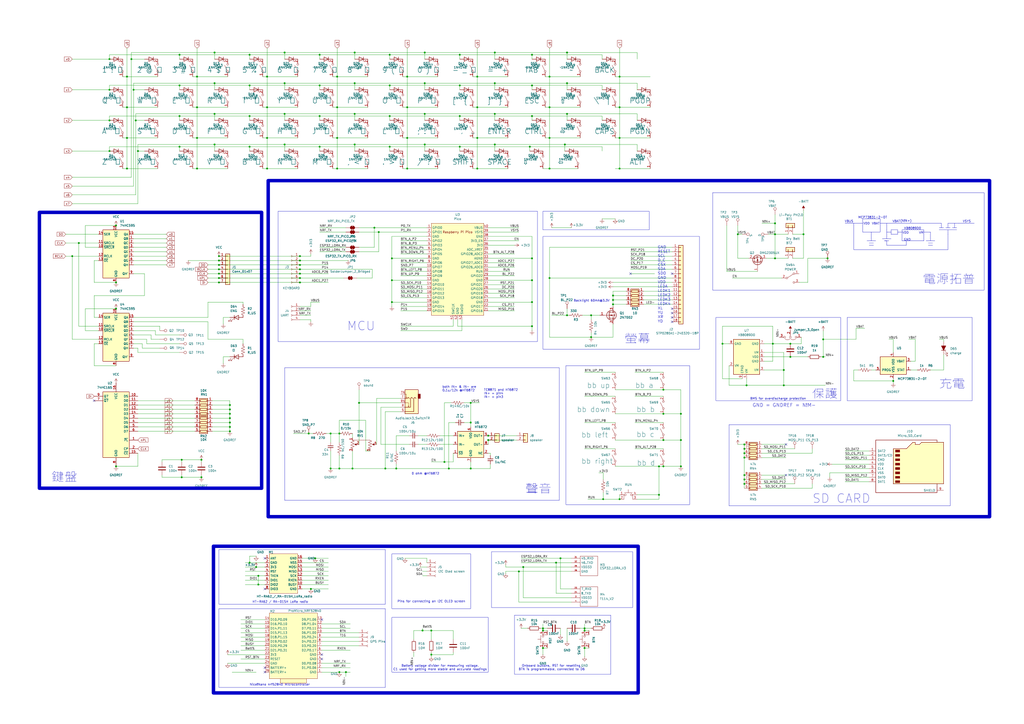
<source format=kicad_sch>
(kicad_sch (version 20231120) (generator "eeschema") (generator_version "8.0")
  (paper "A2")
  (junction (at 104.14 31.75))
  (junction (at 133.35 234.95))
  (junction (at 314.96 365.76))
  (junction (at 318.77 44.45))
  (junction (at 63.5 52.07))
  (junction (at 273.05 233.68))
  (junction (at 431.8 257.81))
  (junction (at 328.93 66.04))
  (junction (at 328.93 48.26))
  (junction (at 322.58 326.39))
  (junction (at 185.42 67.31))
  (junction (at 200.66 389.89))
  (junction (at 339.09 375.92))
  (junction (at 195.58 62.23))
  (junction (at 477.52 196.85))
  (junction (at 77.47 52.07))
  (junction (at 191.77 271.78))
  (junction (at 257.81 267.97))
  (junction (at 318.77 80.01))
  (junction (at 260.35 271.78))
  (junction (at 318.77 62.23))
  (junction (at 328.93 30.48))
  (junction (at 384.81 270.51))
  (junction (at 300.99 331.47))
  (junction (at 127 151.13))
  (junction (at 205.74 83.82))
  (junction (at 283.21 252.73))
  (junction (at 449.58 149.86))
  (junction (at 355.6 171.45))
  (junction (at 227.33 149.86))
  (junction (at 273.05 245.11))
  (junction (at 342.9 182.88))
  (junction (at 133.35 240.03))
  (junction (at 328.93 182.88))
  (junction (at 229.87 271.78))
  (junction (at 219.71 134.62))
  (junction (at 124.46 48.26))
  (junction (at 78.74 69.85))
  (junction (at 114.3 44.45))
  (junction (at 246.38 66.04))
  (junction (at 173.99 148.59))
  (junction (at 133.35 250.19))
  (junction (at 144.78 326.39))
  (junction (at 133.35 245.11))
  (junction (at 382.27 270.51))
  (junction (at 173.99 151.13))
  (junction (at 246.38 30.48))
  (junction (at 185.42 85.09))
  (junction (at 105.41 266.7))
  (junction (at 480.06 149.86))
  (junction (at 196.85 389.89))
  (junction (at 165.1 30.48))
  (junction (at 266.7 67.31))
  (junction (at 104.14 49.53))
  (junction (at 276.86 44.45))
  (junction (at 308.61 189.23))
  (junction (at 283.21 255.27))
  (junction (at 154.94 62.23))
  (junction (at 339.09 364.49))
  (junction (at 165.1 66.04))
  (junction (at 245.11 365.76))
  (junction (at 308.61 175.26))
  (junction (at 355.6 173.99))
  (junction (at 149.86 339.09))
  (junction (at 449.58 135.89))
  (junction (at 419.1 199.39))
  (junction (at 382.27 287.02))
  (junction (at 105.41 276.86))
  (junction (at 154.94 44.45))
  (junction (at 185.42 49.53))
  (junction (at 308.61 149.86))
  (junction (at 67.31 179.07))
  (junction (at 127 158.75))
  (junction (at 217.17 132.08))
  (junction (at 127 163.83))
  (junction (at 339.09 365.76))
  (junction (at 104.14 85.09))
  (junction (at 133.35 237.49))
  (junction (at 205.74 66.04))
  (junction (at 266.7 85.09))
  (junction (at 318.77 97.79))
  (junction (at 45.72 140.97))
  (junction (at 226.06 31.75))
  (junction (at 185.42 31.75))
  (junction (at 114.3 97.79))
  (junction (at 276.86 80.01))
  (junction (at 165.1 48.26))
  (junction (at 195.58 44.45))
  (junction (at 394.97 270.51))
  (junction (at 80.01 87.63))
  (junction (at 73.66 80.01))
  (junction (at 308.61 162.56))
  (junction (at 73.66 97.79))
  (junction (at 518.16 220.98))
  (junction (at 236.22 62.23))
  (junction (at 205.74 48.26))
  (junction (at 154.94 80.01))
  (junction (at 226.06 49.53))
  (junction (at 433.07 223.52))
  (junction (at 116.84 266.7))
  (junction (at 205.74 30.48))
  (junction (at 104.14 67.31))
  (junction (at 41.91 148.59))
  (junction (at 431.8 280.67))
  (junction (at 359.41 44.45))
  (junction (at 154.94 97.79))
  (junction (at 359.41 62.23))
  (junction (at 307.34 85.09))
  (junction (at 67.31 270.51))
  (junction (at 448.31 199.39))
  (junction (at 314.96 364.49))
  (junction (at 191.77 251.46))
  (junction (at 114.3 62.23))
  (junction (at 226.06 85.09))
  (junction (at 149.86 334.01))
  (junction (at 308.61 49.53))
  (junction (at 359.41 289.56))
  (junction (at 394.97 255.27))
  (junction (at 196.85 271.78))
  (junction (at 318.77 161.29))
  (junction (at 127 156.21))
  (junction (at 180.34 341.63))
  (junction (at 359.41 80.01))
  (junction (at 236.22 97.79))
  (junction (at 195.58 80.01))
  (junction (at 276.86 97.79))
  (junction (at 236.22 80.01))
  (junction (at 63.5 69.85))
  (junction (at 76.2 34.29))
  (junction (at 314.96 375.92))
  (junction (at 458.47 199.39))
  (junction (at 179.07 251.46))
  (junction (at 67.31 163.83))
  (junction (at 431.8 262.89))
  (junction (at 116.84 276.86))
  (junction (at 477.52 207.01))
  (junction (at 124.46 83.82))
  (junction (at 266.7 49.53))
  (junction (at 144.78 85.09))
  (junction (at 73.66 44.45))
  (junction (at 246.38 48.26))
  (junction (at 431.8 265.43))
  (junction (at 466.09 135.89))
  (junction (at 63.5 87.63))
  (junction (at 449.58 129.54))
  (junction (at 250.19 365.76))
  (junction (at 144.78 67.31))
  (junction (at 384.81 240.03))
  (junction (at 127 161.29))
  (junction (at 173.99 161.29))
  (junction (at 173.99 163.83))
  (junction (at 246.38 83.82))
  (junction (at 308.61 31.75))
  (junction (at 431.8 275.59))
  (junction (at 287.02 30.48))
  (junction (at 276.86 62.23))
  (junction (at 124.46 66.04))
  (junction (at 236.22 44.45))
  (junction (at 394.97 240.03))
  (junction (at 67.31 130.81))
  (junction (at 454.66 223.52))
  (junction (at 384.81 255.27))
  (junction (at 227.33 175.26))
  (junction (at 308.61 67.31))
  (junction (at 431.8 260.35))
  (junction (at 114.3 80.01))
  (junction (at 355.6 176.53))
  (junction (at 227.33 162.56))
  (junction (at 287.02 66.04))
  (junction (at 127 148.59))
  (junction (at 208.28 233.68))
  (junction (at 204.47 271.78))
  (junction (at 182.88 323.85))
  (junction (at 349.885 289.56))
  (junction (at 144.78 49.53))
  (junction (at 195.58 97.79))
  (junction (at 173.99 153.67))
  (junction (at 359.41 97.79))
  (junction (at 127 153.67))
  (junction (at 427.99 135.89))
  (junction (at 165.1 83.82))
  (junction (at 250.19 379.73))
  (junction (at 342.9 195.58))
  (junction (at 287.02 83.82))
  (junction (at 384.81 226.06))
  (junction (at 144.78 31.75))
  (junction (at 266.7 31.75))
  (junction (at 327.66 83.82))
  (junction (at 454.66 214.63))
  (junction (at 173.99 156.21))
  (junction (at 196.85 251.46))
  (junction (at 73.66 62.23))
  (junction (at 148.59 328.93))
  (junction (at 173.99 158.75))
  (junction (at 431.8 278.13))
  (junction (at 133.35 242.57))
  (junction (at 287.02 48.26))
  (junction (at 303.53 328.93))
  (junction (at 273.05 271.78))
  (junction (at 63.5 34.29))
  (junction (at 226.06 67.31))
  (junction (at 325.12 323.85))
  (junction (at 458.47 207.01))
  (junction (at 124.46 30.48))
  (junction (at 223.52 271.78))
  (junction (at 133.35 247.65))
  (no_connect (at 365.76 158.75))
  (no_connect (at 153.67 387.35))
  (no_connect (at 54.61 232.41))
  (no_connect (at 389.89 184.15))
  (no_connect (at 186.69 359.41))
  (no_connect (at 389.89 186.69))
  (no_connect (at 153.67 389.89))
  (no_connect (at 389.89 179.07))
  (no_connect (at 186.69 379.73))
  (no_connect (at 389.89 158.75))
  (no_connect (at 153.67 323.85))
  (no_connect (at 455.93 257.81))
  (no_connect (at 455.93 275.59))
  (no_connect (at 186.69 382.27))
  (no_connect (at 389.89 181.61))
  (no_connect (at 153.67 341.63))
  (wire (pts (xy 173.99 148.59) (xy 180.34 148.59)))
  (wire (pts (xy 247.65 167.64) (xy 232.41 167.64)))
  (wire (pts (xy 142.24 334.01) (xy 149.86 334.01)))
  (wire (pts (xy 339.09 229.87) (xy 356.87 229.87)))
  (wire (pts (xy 427.99 135.89) (xy 427.99 149.86)))
  (wire (pts (xy 223.52 238.76) (xy 223.52 271.78)))
  (wire (pts (xy 308.61 175.26) (xy 308.61 162.56)))
  (wire (pts (xy 180.34 182.88) (xy 173.99 182.88)))
  (wire (pts (xy 463.55 163.83) (xy 468.63 163.83)))
  (wire (pts (xy 449.58 135.89) (xy 449.58 149.86)))
  (polyline (pts (xy 556.26 129.54) (xy 565.15 129.54)))
  (polyline (pts (xy 525.78 139.7) (xy 525.78 142.24)))
  (wire (pts (xy 54.61 171.45) (xy 54.61 184.15)))
  (wire (pts (xy 515.62 196.85) (xy 518.16 196.85)))
  (wire (pts (xy 355.6 168.91) (xy 355.6 171.45)))
  (wire (pts (xy 342.9 195.58) (xy 318.77 195.58)))
  (wire (pts (xy 262.89 378.46) (xy 262.89 379.73)))
  (wire (pts (xy 356.87 44.45) (xy 359.41 44.45)))
  (polyline (pts (xy 520.7 134.62) (xy 523.24 134.62)))
  (wire (pts (xy 204.47 261.62) (xy 204.47 271.78)))
  (polyline (pts (xy 422.91 246.38) (xy 422.91 293.37)))
  (wire (pts (xy 349.25 87.63) (xy 349.25 85.09)))
  (wire (pts (xy 120.65 175.26) (xy 140.97 175.26)))
  (wire (pts (xy 497.84 214.63) (xy 495.3 214.63)))
  (wire (pts (xy 54.61 151.13) (xy 57.15 151.13)))
  (wire (pts (xy 287.02 48.26) (xy 246.38 48.26)))
  (wire (pts (xy 490.22 271.78) (xy 504.19 271.78)))
  (wire (pts (xy 356.87 226.06) (xy 384.81 226.06)))
  (wire (pts (xy 200.66 389.89) (xy 203.2 389.89)))
  (wire (pts (xy 73.66 80.01) (xy 91.44 80.01)))
  (wire (pts (xy 41.91 107.95) (xy 77.47 107.95)))
  (wire (pts (xy 328.93 52.07) (xy 328.93 48.26)))
  (wire (pts (xy 96.52 153.67) (xy 77.47 153.67)))
  (wire (pts (xy 104.14 199.39) (xy 85.09 199.39)))
  (wire (pts (xy 308.61 34.29) (xy 308.61 31.75)))
  (wire (pts (xy 123.19 237.49) (xy 133.35 237.49)))
  (wire (pts (xy 331.47 331.47) (xy 300.99 331.47)))
  (wire (pts (xy 464.82 195.58) (xy 464.82 199.39)))
  (wire (pts (xy 196.85 271.78) (xy 204.47 271.78)))
  (wire (pts (xy 124.46 87.63) (xy 124.46 83.82)))
  (wire (pts (xy 218.44 257.81) (xy 218.44 231.14)))
  (wire (pts (xy 468.63 149.86) (xy 468.63 163.83)))
  (wire (pts (xy 325.12 341.63) (xy 325.12 323.85)))
  (wire (pts (xy 284.48 262.89) (xy 283.21 262.89)))
  (wire (pts (xy 54.61 199.39) (xy 54.61 212.09)))
  (wire (pts (xy 133.35 247.65) (xy 133.35 250.19)))
  (polyline (pts (xy 491.49 232.41) (xy 563.88 232.41)))
  (wire (pts (xy 246.38 66.04) (xy 205.74 66.04)))
  (wire (pts (xy 212.09 261.62) (xy 214.63 261.62)))
  (wire (pts (xy 314.96 97.79) (xy 318.77 97.79)))
  (wire (pts (xy 308.61 137.16) (xy 308.61 149.86)))
  (polyline (pts (xy 491.49 184.15) (xy 563.88 184.15)))
  (wire (pts (xy 76.2 34.29) (xy 76.2 102.87)))
  (wire (pts (xy 250.19 378.46) (xy 250.19 379.73)))
  (wire (pts (xy 276.86 97.79) (xy 294.64 97.79)))
  (wire (pts (xy 205.74 34.29) (xy 205.74 30.48)))
  (wire (pts (xy 127 148.59) (xy 173.99 148.59)))
  (wire (pts (xy 154.94 97.79) (xy 154.94 80.01)))
  (wire (pts (xy 276.86 62.23) (xy 276.86 44.45)))
  (wire (pts (xy 441.96 257.81) (xy 455.93 257.81)))
  (wire (pts (xy 359.41 80.01) (xy 377.19 80.01)))
  (wire (pts (xy 215.9 156.21) (xy 173.99 156.21)))
  (wire (pts (xy 314.96 375.92) (xy 314.96 379.73)))
  (wire (pts (xy 196.85 243.84) (xy 196.85 251.46)))
  (wire (pts (xy 165.1 83.82) (xy 124.46 83.82)))
  (wire (pts (xy 104.14 31.75) (xy 104.14 34.29)))
  (wire (pts (xy 339.09 245.11) (xy 356.87 245.11)))
  (wire (pts (xy 293.37 328.93) (xy 293.37 327.66)))
  (wire (pts (xy 276.86 62.23) (xy 274.32 62.23)))
  (wire (pts (xy 419.1 199.39) (xy 419.1 189.23)))
  (wire (pts (xy 114.3 27.94) (xy 114.3 44.45)))
  (wire (pts (xy 77.47 52.07) (xy 77.47 107.95)))
  (wire (pts (xy 443.23 214.63) (xy 454.66 214.63)))
  (wire (pts (xy 142.24 339.09) (xy 149.86 339.09)))
  (wire (pts (xy 63.5 49.53) (xy 63.5 52.07)))
  (wire (pts (xy 41.91 34.29) (xy 63.5 34.29)))
  (wire (pts (xy 274.32 97.79) (xy 276.86 97.79)))
  (wire (pts (xy 336.55 364.49) (xy 339.09 364.49)))
  (wire (pts (xy 339.09 364.49) (xy 339.09 365.76)))
  (wire (pts (xy 154.94 62.23) (xy 154.94 44.45)))
  (polyline (pts (xy 495.3 144.78) (xy 495.3 129.54)))
  (wire (pts (xy 205.74 52.07) (xy 205.74 48.26)))
  (wire (pts (xy 185.42 134.62) (xy 200.66 134.62)))
  (wire (pts (xy 41.91 69.85) (xy 63.5 69.85)))
  (wire (pts (xy 247.65 154.94) (xy 232.41 154.94)))
  (wire (pts (xy 180.34 175.26) (xy 185.42 175.26)))
  (wire (pts (xy 186.69 387.35) (xy 203.2 387.35)))
  (wire (pts (xy 443.23 207.01) (xy 458.47 207.01)))
  (wire (pts (xy 247.65 137.16) (xy 227.33 137.16)))
  (wire (pts (xy 144.78 67.31) (xy 104.14 67.31)))
  (wire (pts (xy 431.8 262.89) (xy 431.8 265.43)))
  (wire (pts (xy 78.74 69.85) (xy 78.74 113.03)))
  (wire (pts (xy 114.3 44.45) (xy 114.3 62.23)))
  (wire (pts (xy 421.64 157.48) (xy 439.42 157.48)))
  (wire (pts (xy 266.7 87.63) (xy 266.7 85.09)))
  (wire (pts (xy 208.28 233.68) (xy 232.41 233.68)))
  (wire (pts (xy 190.5 158.75) (xy 173.99 158.75)))
  (wire (pts (xy 247.65 139.7) (xy 232.41 139.7)))
  (wire (pts (xy 229.87 269.24) (xy 229.87 271.78)))
  (wire (pts (xy 71.12 80.01) (xy 73.66 80.01)))
  (wire (pts (xy 448.31 209.55) (xy 448.31 199.39)))
  (wire (pts (xy 266.7 31.75) (xy 226.06 31.75)))
  (wire (pts (xy 111.76 62.23) (xy 114.3 62.23)))
  (wire (pts (xy 300.99 349.25) (xy 300.99 331.47)))
  (wire (pts (xy 152.4 44.45) (xy 154.94 44.45)))
  (wire (pts (xy 226.06 69.85) (xy 226.06 67.31)))
  (wire (pts (xy 384.81 255.27) (xy 394.97 255.27)))
  (wire (pts (xy 322.58 326.39) (xy 331.47 326.39)))
  (polyline (pts (xy 549.91 144.78) (xy 534.67 144.78)))
  (wire (pts (xy 327.66 87.63) (xy 327.66 83.82)))
  (wire (pts (xy 359.41 27.94) (xy 359.41 44.45)))
  (wire (pts (xy 175.26 341.63) (xy 180.34 341.63)))
  (wire (pts (xy 127 158.75) (xy 173.99 158.75)))
  (wire (pts (xy 424.815 161.29) (xy 453.39 161.29)))
  (wire (pts (xy 287.02 30.48) (xy 246.38 30.48)))
  (wire (pts (xy 63.5 67.31) (xy 63.5 69.85)))
  (wire (pts (xy 165.1 30.48) (xy 124.46 30.48)))
  (wire (pts (xy 49.53 191.77) (xy 49.53 179.07)))
  (wire (pts (xy 283.21 134.62) (xy 300.99 134.62)))
  (polyline (pts (xy 514.35 142.24) (xy 525.78 142.24)))
  (polyline (pts (xy 514.35 133.35) (xy 514.35 138.43)))
  (wire (pts (xy 186.69 377.19) (xy 203.2 377.19)))
  (wire (pts (xy 518.16 219.71) (xy 518.16 220.98)))
  (wire (pts (xy 195.58 97.79) (xy 195.58 80.01)))
  (wire (pts (xy 154.94 97.79) (xy 172.72 97.79)))
  (wire (pts (xy 355.6 166.37) (xy 389.89 166.37)))
  (wire (pts (xy 303.53 328.93) (xy 293.37 328.93)))
  (wire (pts (xy 71.12 62.23) (xy 73.66 62.23)))
  (wire (pts (xy 394.97 255.27) (xy 394.97 240.03)))
  (wire (pts (xy 154.94 80.01) (xy 172.72 80.01)))
  (wire (pts (xy 54.61 151.13) (xy 54.61 163.83)))
  (wire (pts (xy 144.78 87.63) (xy 144.78 85.09)))
  (wire (pts (xy 314.96 365.76) (xy 317.5 365.76)))
  (wire (pts (xy 243.84 328.93) (xy 247.65 328.93)))
  (wire (pts (xy 185.42 143.51) (xy 200.66 143.51)))
  (wire (pts (xy 127 151.13) (xy 173.99 151.13)))
  (wire (pts (xy 190.5 163.83) (xy 173.99 163.83)))
  (wire (pts (xy 328.93 69.85) (xy 328.93 66.04)))
  (wire (pts (xy 114.3 44.45) (xy 132.08 44.45)))
  (wire (pts (xy 477.52 207.01) (xy 478.79 207.01)))
  (wire (pts (xy 318.77 97.79) (xy 335.28 97.79)))
  (wire (pts (xy 246.38 87.63) (xy 246.38 83.82)))
  (wire (pts (xy 105.41 266.7) (xy 116.84 266.7)))
  (wire (pts (xy 45.72 140.97) (xy 57.15 140.97)))
  (polyline (pts (xy 535.94 134.62) (xy 539.75 134.62)))
  (wire (pts (xy 180.34 180.34) (xy 173.99 180.34)))
  (wire (pts (xy 236.22 44.45) (xy 233.68 44.45)))
  (wire (pts (xy 355.6 173.99) (xy 363.22 173.99)))
  (wire (pts (xy 165.1 52.07) (xy 165.1 48.26)))
  (wire (pts (xy 83.82 34.29) (xy 76.2 34.29)))
  (wire (pts (xy 349.25 85.09) (xy 307.34 85.09)))
  (wire (pts (xy 495.3 220.98) (xy 518.16 220.98)))
  (wire (pts (xy 260.35 271.78) (xy 273.05 271.78)))
  (wire (pts (xy 92.71 189.23) (xy 77.47 189.23)))
  (wire (pts (xy 85.09 196.85) (xy 77.47 196.85)))
  (polyline (pts (xy 510.54 129.54) (xy 529.59 129.54)))
  (wire (pts (xy 186.69 364.49) (xy 203.2 364.49)))
  (wire (pts (xy 349.25 31.75) (xy 308.61 31.75)))
  (wire (pts (xy 92.71 191.77) (xy 92.71 189.23)))
  (polyline (pts (xy 552.45 132.08) (xy 554.99 132.08)))
  (wire (pts (xy 427.99 257.81) (xy 431.8 257.81)))
  (wire (pts (xy 368.3 229.87) (xy 384.81 229.87)))
  (wire (pts (xy 299.72 252.73) (xy 283.21 252.73)))
  (wire (pts (xy 227.33 137.16) (xy 227.33 149.86)))
  (wire (pts (xy 196.85 389.89) (xy 200.66 389.89)))
  (wire (pts (xy 41.91 87.63) (xy 63.5 87.63)))
  (wire (pts (xy 236.22 80.01) (xy 233.68 80.01)))
  (polyline (pts (xy 516.89 134.62) (xy 516.89 133.35)))
  (wire (pts (xy 195.58 27.94) (xy 195.58 44.45)))
  (wire (pts (xy 265.43 185.42) (xy 265.43 189.23)))
  (wire (pts (xy 109.22 151.13) (xy 127 151.13)))
  (wire (pts (xy 245.11 365.76) (xy 250.19 365.76)))
  (wire (pts (xy 219.71 146.05) (xy 219.71 134.62)))
  (wire (pts (xy 120.65 161.29) (xy 127 161.29)))
  (wire (pts (xy 104.14 204.47) (xy 80.01 204.47)))
  (wire (pts (xy 63.5 31.75) (xy 104.14 31.75)))
  (wire (pts (xy 205.74 87.63) (xy 205.74 83.82)))
  (wire (pts (xy 41.91 118.11) (xy 80.01 118.11)))
  (wire (pts (xy 185.42 69.85) (xy 185.42 67.31)))
  (wire (pts (xy 325.12 323.85) (xy 331.47 323.85)))
  (polyline (pts (xy 520.7 134.62) (xy 520.7 135.89)))
  (wire (pts (xy 175.26 323.85) (xy 182.88 323.85)))
  (polyline (pts (xy 538.48 142.24) (xy 541.02 142.24)))
  (wire (pts (xy 466.09 135.89) (xy 459.74 135.89)))
  (wire (pts (xy 193.04 62.23) (xy 195.58 62.23)))
  (wire (pts (xy 318.77 62.23) (xy 318.77 44.45)))
  (wire (pts (xy 54.61 212.09) (xy 67.31 212.09)))
  (wire (pts (xy 318.77 27.94) (xy 318.77 44.45)))
  (wire (pts (xy 441.96 265.43) (xy 455.93 265.43)))
  (wire (pts (xy 113.03 247.65) (xy 80.01 247.65)))
  (wire (pts (xy 205.74 48.26) (xy 165.1 48.26)))
  (wire (pts (xy 123.19 234.95) (xy 133.35 234.95)))
  (wire (pts (xy 195.58 62.23) (xy 195.58 44.45)))
  (wire (pts (xy 114.3 62.23) (xy 114.3 80.01)))
  (wire (pts (xy 83.82 87.63) (xy 80.01 87.63)))
  (wire (pts (xy 212.09 243.84) (xy 196.85 243.84)))
  (wire (pts (xy 38.1 140.97) (xy 45.72 140.97)))
  (wire (pts (xy 236.22 27.94) (xy 236.22 44.45)))
  (wire (pts (xy 320.04 182.88) (xy 328.93 182.88)))
  (wire (pts (xy 283.21 165.1) (xy 298.45 165.1)))
  (wire (pts (xy 205.74 69.85) (xy 205.74 66.04)))
  (wire (pts (xy 349.25 67.31) (xy 308.61 67.31)))
  (polyline (pts (xy 511.81 138.43) (xy 516.89 138.43)))
  (wire (pts (xy 318.77 97.79) (xy 318.77 80.01)))
  (wire (pts (xy 355.6 171.45) (xy 355.6 173.99)))
  (wire (pts (xy 226.06 52.07) (xy 226.06 49.53)))
  (wire (pts (xy 134.62 389.89) (xy 148.59 389.89)))
  (polyline (pts (xy 537.21 139.7) (xy 542.29 139.7)))
  (wire (pts (xy 217.17 143.51) (xy 217.17 132.08)))
  (wire (pts (xy 124.46 69.85) (xy 124.46 66.04)))
  (wire (pts (xy 308.61 67.31) (xy 266.7 67.31)))
  (wire (pts (xy 318.77 143.51) (xy 318.77 161.29)))
  (wire (pts (xy 226.06 49.53) (xy 185.42 49.53)))
  (wire (pts (xy 104.14 87.63) (xy 104.14 85.09)))
  (wire (pts (xy 227.33 162.56) (xy 247.65 162.56)))
  (wire (pts (xy 443.23 204.47) (xy 454.66 204.47)))
  (wire (pts (xy 195.58 97.79) (xy 213.36 97.79)))
  (wire (pts (xy 41.91 196.85) (xy 41.91 148.59)))
  (wire (pts (xy 302.26 323.85) (xy 325.12 323.85)))
  (wire (pts (xy 359.41 97.79) (xy 377.19 97.79)))
  (wire (pts (xy 149.86 334.01) (xy 153.67 334.01)))
  (wire (pts (xy 148.59 328.93) (xy 153.67 328.93)))
  (wire (pts (xy 165.1 34.29) (xy 165.1 30.48)))
  (wire (pts (xy 328.93 182.88) (xy 330.2 182.88)))
  (wire (pts (xy 247.65 142.24) (xy 232.41 142.24)))
  (wire (pts (xy 185.42 49.53) (xy 144.78 49.53)))
  (wire (pts (xy 266.7 85.09) (xy 226.06 85.09)))
  (wire (pts (xy 73.66 80.01) (xy 73.66 62.23)))
  (wire (pts (xy 287.02 87.63) (xy 287.02 83.82)))
  (wire (pts (xy 154.94 80.01) (xy 152.4 80.01)))
  (wire (pts (xy 419.1 189.23) (xy 448.31 189.23)))
  (wire (pts (xy 186.69 361.95) (xy 203.2 361.95)))
  (wire (pts (xy 349.25 52.07) (xy 349.25 49.53)))
  (wire (pts (xy 124.46 66.04) (xy 78.74 66.04)))
  (wire (pts (xy 356.87 62.23) (xy 359.41 62.23)))
  (wire (pts (xy 139.7 361.95) (xy 153.67 361.95)))
  (wire (pts (xy 331.47 341.63) (xy 325.12 341.63)))
  (wire (pts (xy 215.9 161.29) (xy 215.9 156.21)))
  (wire (pts (xy 77.47 143.51) (xy 96.52 143.51)))
  (wire (pts (xy 347.345 274.32) (xy 349.885 274.32)))
  (wire (pts (xy 337.82 182.88) (xy 342.9 182.88)))
  (wire (pts (xy 246.38 83.82) (xy 205.74 83.82)))
  (wire (pts (xy 276.86 80.01) (xy 274.32 80.01)))
  (wire (pts (xy 120.65 163.83) (xy 127 163.83)))
  (wire (pts (xy 152.4 97.79) (xy 154.94 97.79)))
  (wire (pts (xy 250.19 370.84) (xy 250.19 365.76)))
  (wire (pts (xy 226.06 31.75) (xy 185.42 31.75)))
  (wire (pts (xy 307.34 85.09) (xy 266.7 85.09)))
  (wire (pts (xy 226.06 85.09) (xy 185.42 85.09)))
  (wire (pts (xy 182.88 323.85) (xy 190.5 323.85)))
  (wire (pts (xy 368.3 260.35) (xy 384.81 260.35)))
  (wire (pts (xy 342.9 182.88) (xy 347.98 182.88)))
  (wire (pts (xy 93.98 275.59) (xy 93.98 276.86)))
  (wire (pts (xy 236.22 97.79) (xy 254 97.79)))
  (wire (pts (xy 229.87 271.78) (xy 260.35 271.78)))
  (wire (pts (xy 458.47 199.39) (xy 464.82 199.39)))
  (wire (pts (xy 236.22 62.23) (xy 236.22 44.45)))
  (wire (pts (xy 373.38 168.91) (xy 389.89 168.91)))
  (wire (pts (xy 355.6 171.45) (xy 363.22 171.45)))
  (wire (pts (xy 283.21 142.24) (xy 298.45 142.24)))
  (wire (pts (xy 373.38 171.45) (xy 389.89 171.45)))
  (wire (pts (xy 257.81 233.68) (xy 257.81 267.97)))
  (wire (pts (xy 104.14 85.09) (xy 63.5 85.09)))
  (wire (pts (xy 87.63 194.31) (xy 77.47 194.31)))
  (wire (pts (xy 349.25 34.29) (xy 349.25 31.75)))
  (wire (pts (xy 448.31 199.39) (xy 458.47 199.39)))
  (wire (pts (xy 340.995 289.56) (xy 349.885 289.56)))
  (wire (pts (xy 195.58 62.23) (xy 195.58 80.01)))
  (wire (pts (xy 113.03 250.19) (xy 80.01 250.19)))
  (wire (pts (xy 254 62.23) (xy 236.22 62.23)))
  (wire (pts (xy 129.54 187.96) (xy 129.54 184.15)))
  (wire (pts (xy 308.61 52.07) (xy 308.61 49.53)))
  (wire (pts (xy 144.78 31.75) (xy 104.14 31.75)))
  (wire (pts (xy 132.08 379.73) (xy 153.67 379.73)))
  (polyline (pts (xy 549.91 132.08) (xy 549.91 129.54)))
  (wire (pts (xy 139.7 369.57) (xy 153.67 369.57)))
  (wire (pts (xy 41.91 148.59) (xy 57.15 148.59)))
  (polyline (pts (xy 490.22 129.54) (xy 500.38 129.54)))
  (wire (pts (xy 262.89 189.23) (xy 262.89 185.42)))
  (wire (pts (xy 90.17 194.31) (xy 90.17 191.77)))
  (wire (pts (xy 320.04 132.08) (xy 331.47 132.08)))
  (wire (pts (xy 422.91 199.39) (xy 419.1 199.39)))
  (wire (pts (xy 455.93 278.13) (xy 441.96 278.13)))
  (polyline (pts (xy 529.59 129.54) (xy 546.1 129.54)))
  (wire (pts (xy 139.7 367.03) (xy 153.67 367.03)))
  (wire (pts (xy 96.52 151.13) (xy 77.47 151.13)))
  (wire (pts (xy 120.65 184.15) (xy 77.47 184.15)))
  (wire (pts (xy 254 44.45) (xy 236.22 44.45)))
  (wire (pts (xy 336.55 44.45) (xy 318.77 44.45)))
  (wire (pts (xy 276.86 80.01) (xy 276.86 62.23)))
  (wire (pts (xy 208.28 146.05) (xy 219.71 146.05)))
  (polyline (pts (xy 514.35 129.54) (xy 514.35 133.35)))
  (wire (pts (xy 205.74 30.48) (xy 165.1 30.48)))
  (wire (pts (xy 133.35 232.41) (xy 133.35 234.95)))
  (wire (pts (xy 328.93 179.07) (xy 328.93 182.88)))
  (wire (pts (xy 527.05 196.85) (xy 530.86 196.85)))
  (wire (pts (xy 226.06 67.31) (xy 185.42 67.31)))
  (polyline (pts (xy 546.1 132.08) (xy 546.1 129.54)))
  (wire (pts (xy 133.35 245.11) (xy 133.35 247.65)))
  (wire (pts (xy 339.09 375.92) (xy 339.09 381)))
  (wire (pts (xy 331.47 344.17) (xy 322.58 344.17)))
  (wire (pts (xy 83.82 171.45) (xy 54.61 171.45)))
  (wire (pts (xy 308.61 69.85) (xy 308.61 67.31)))
  (wire (pts (xy 349.885 278.13) (xy 349.885 274.32)))
  (wire (pts (xy 349.885 285.75) (xy 349.885 289.56)))
  (wire (pts (xy 96.52 135.89) (xy 77.47 135.89)))
  (wire (pts (xy 73.66 97.79) (xy 73.66 80.01)))
  (wire (pts (xy 431.8 265.43) (xy 431.8 275.59)))
  (wire (pts (xy 273.05 271.78) (xy 284.48 271.78)))
  (wire (pts (xy 247.65 157.48) (xy 232.41 157.48)))
  (wire (pts (xy 382.27 287.02) (xy 382.27 289.56)))
  (wire (pts (xy 419.1 219.71) (xy 419.1 199.39)))
  (wire (pts (xy 365.76 158.75) (xy 379.73 158.75)))
  (wire (pts (xy 139.7 372.11) (xy 153.67 372.11)))
  (wire (pts (xy 299.72 255.27) (xy 283.21 255.27)))
  (wire (pts (xy 339.09 365.76) (xy 341.63 365.76)))
  (wire (pts (xy 459.74 149.86) (xy 466.09 149.86)))
  (wire (pts (xy 233.68 97.79) (xy 236.22 97.79)))
  (wire (pts (xy 191.77 251.46) (xy 191.77 256.54)))
  (wire (pts (xy 41.91 52.07) (xy 63.5 52.07)))
  (wire (pts (xy 190.5 153.67) (xy 173.99 153.67)))
  (wire (pts (xy 443.23 209.55) (xy 448.31 209.55)))
  (wire (pts (xy 185.42 67.31) (xy 144.78 67.31)))
  (wire (pts (xy 63.5 31.75) (xy 63.5 34.29)))
  (wire (pts (xy 369.57 30.48) (xy 328.93 30.48)))
  (wire (pts (xy 318.77 80.01) (xy 318.77 62.23)))
  (wire (pts (xy 180.34 148.59) (xy 180.34 147.32)))
  (wire (pts (xy 355.6 168.91) (xy 363.22 168.91)))
  (wire (pts (xy 300.99 331.47) (xy 293.37 331.47)))
  (wire (pts (xy 466.09 149.86) (xy 466.09 135.89)))
  (wire (pts (xy 93.98 276.86) (xy 105.41 276.86)))
  (wire (pts (xy 382.27 270.51) (xy 384.81 270.51)))
  (wire (pts (xy 481.33 274.32) (xy 504.19 274.32)))
  (wire (pts (xy 191.77 271.78) (xy 196.85 271.78)))
  (wire (pts (xy 113.03 234.95) (xy 80.01 234.95)))
  (wire (pts (xy 120.65 196.85) (xy 140.97 196.85)))
  (wire (pts (xy 314.96 375.92) (xy 317.5 375.92)))
  (wire (pts (xy 255.27 252.73) (xy 262.89 252.73)))
  (wire (pts (xy 127 153.67) (xy 173.99 153.67)))
  (wire (pts (xy 283.21 177.8) (xy 298.45 177.8)))
  (wire (pts (xy 219.71 134.62) (xy 247.65 134.62)))
  (wire (pts (xy 173.99 185.42) (xy 180.34 185.42)))
  (wire (pts (xy 113.03 245.11) (xy 80.01 245.11)))
  (wire (pts (xy 232.41 236.22) (xy 220.98 236.22)))
  (wire (pts (xy 273.05 233.68) (xy 278.13 233.68)))
  (wire (pts (xy 80.01 201.93) (xy 77.47 201.93)))
  (wire (pts (xy 308.61 189.23) (xy 308.61 175.26)))
  (polyline (pts (xy 514.35 139.7) (xy 514.35 142.24)))
  (wire (pts (xy 246.38 69.85) (xy 246.38 66.04)))
  (wire (pts (xy 454.66 223.52) (xy 478.79 223.52)))
  (wire (pts (xy 276.86 44.45) (xy 274.32 44.45)))
  (wire (pts (xy 142.24 328.93) (xy 148.59 328.93)))
  (wire (pts (xy 133.35 234.95) (xy 133.35 237.49)))
  (wire (pts (xy 113.03 240.03) (xy 80.01 240.03)))
  (wire (pts (xy 114.3 80.01) (xy 132.08 80.01)))
  (wire (pts (xy 427.99 135.89) (xy 430.53 135.89)))
  (wire (pts (xy 261.62 233.68) (xy 257.81 233.68)))
  (wire (pts (xy 49.53 130.81) (xy 67.31 130.81)))
  (wire (pts (xy 394.97 226.06) (xy 394.97 240.03)))
  (wire (pts (xy 77.47 140.97) (xy 96.52 140.97)))
  (wire (pts (xy 427.99 130.81) (xy 427.99 135.89)))
  (wire (pts (xy 481.33 276.86) (xy 481.33 274.32)))
  (wire (pts (xy 172.72 62.23) (xy 154.94 62.23)))
  (wire (pts (xy 480.06 149.86) (xy 468.63 149.86)))
  (wire (pts (xy 276.86 97.79) (xy 276.86 80.01)))
  (wire (pts (xy 454.66 214.63) (xy 454.66 223.52)))
  (wire (pts (xy 328.93 48.26) (xy 287.02 48.26)))
  (wire (pts (xy 114.3 62.23) (xy 132.08 62.23)))
  (wire (pts (xy 175.26 334.01) (xy 190.5 334.01)))
  (wire (pts (xy 339.09 215.9) (xy 356.87 215.9)))
  (wire (pts (xy 449.58 124.46) (xy 449.58 129.54)))
  (wire (pts (xy 250.19 379.73) (xy 262.89 379.73)))
  (wire (pts (xy 342.9 193.04) (xy 342.9 195.58)))
  (wire (pts (xy 369.57 34.29) (xy 369.57 30.48)))
  (wire (pts (xy 355.6 176.53) (xy 355.6 177.8)))
  (wire (pts (xy 283.21 137.16) (xy 308.61 137.16)))
  (wire (pts (xy 71.12 44.45) (xy 73.66 44.45)))
  (wire (pts (xy 349.25 127) (xy 356.87 127)))
  (wire (pts (xy 82.55 199.39) (xy 77.47 199.39)))
  (wire (pts (xy 41.91 113.03) (xy 78.74 113.03)))
  (polyline (pts (xy 516.89 134.62) (xy 516.89 135.89)))
  (wire (pts (xy 133.35 242.57) (xy 133.35 245.11)))
  (wire (pts (xy 139.7 377.19) (xy 153.67 377.19)))
  (wire (pts (xy 355.6 176.53) (xy 363.22 176.53)))
  (wire (pts (xy 129.54 210.82) (xy 129.54 207.01)))
  (wire (pts (xy 355.6 187.96) (xy 355.6 195.58)))
  (wire (pts (xy 264.16 245.11) (xy 260.35 245.11)))
  (wire (pts (xy 104.14 194.31) (xy 90.17 194.31)))
  (wire (pts (xy 63.5 85.09) (xy 63.5 87.63)))
  (wire (pts (xy 227.33 162.56) (xy 227.33 149.86)))
  (wire (pts (xy 57.15 143.51) (xy 49.53 143.51)))
  (wire (pts (xy 490.22 266.7) (xy 504.19 266.7)))
  (wire (pts (xy 262.89 370.84) (xy 262.89 365.76)))
  (wire (pts (xy 246.38 52.07) (xy 246.38 48.26)))
  (wire (pts (xy 318.77 143.51) (xy 389.89 143.51)))
  (wire (pts (xy 212.09 243.84) (xy 212.09 261.62)))
  (wire (pts (xy 382.27 270.51) (xy 382.27 287.02)))
  (wire (pts (xy 185.42 52.07) (xy 185.42 49.53)))
  (wire (pts (xy 220.98 257.81) (xy 237.49 257.81)))
  (wire (pts (xy 247.65 323.85) (xy 247.65 326.39)))
  (wire (pts (xy 63.5 67.31) (xy 104.14 67.31)))
  (wire (pts (xy 236.22 97.79) (xy 236.22 80.01)))
  (wire (pts (xy 284.48 264.16) (xy 284.48 262.89)))
  (wire (pts (xy 369.57 83.82) (xy 327.66 83.82)))
  (wire (pts (xy 205.74 66.04) (xy 165.1 66.04)))
  (polyline (pts (xy 534.67 144.78) (xy 495.3 144.78)))
  (wire (pts (xy 149.86 334.01) (xy 149.86 339.09)))
  (wire (pts (xy 293.37 331.47) (xy 293.37 332.74)))
  (wire (pts (xy 300.99 132.08) (xy 283.21 132.08)))
  (wire (pts (xy 441.96 280.67) (xy 461.01 280.67)))
  (wire (pts (xy 144.78 49.53) (xy 104.14 49.53)))
  (polyline (pts (xy 549.91 135.89) (xy 549.91 144.78)))
  (wire (pts (xy 175.26 326.39) (xy 190.5 326.39)))
  (wire (pts (xy 77.47 48.26) (xy 77.47 52.07)))
  (wire (pts (xy 445.77 135.89) (xy 449.58 135.89)))
  (wire (pts (xy 369.57 52.07) (xy 369.57 48.26)))
  (wire (pts (xy 422.91 212.09) (xy 422.91 223.52)))
  (wire (pts (xy 373.38 176.53) (xy 389.89 176.53)))
  (wire (pts (xy 327.66 83.82) (xy 287.02 83.82)))
  (wire (pts (xy 54.61 163.83) (xy 67.31 163.83)))
  (wire (pts (xy 283.21 149.86) (xy 308.61 149.86)))
  (wire (pts (xy 314.96 361.95) (xy 314.96 364.49)))
  (wire (pts (xy 144.78 69.85) (xy 144.78 67.31)))
  (wire (pts (xy 369.57 87.63) (xy 369.57 83.82)))
  (wire (pts (xy 482.6 269.24) (xy 504.19 269.24)))
  (wire (pts (xy 227.33 175.26) (xy 227.33 162.56)))
  (wire (pts (xy 441.96 275.59) (xy 455.93 275.59)))
  (wire (pts (xy 325.12 364.49) (xy 325.12 368.3)))
  (polyline (pts (xy 563.88 184.15) (xy 563.88 232.41)))
  (wire (pts (xy 180.34 341.63) (xy 190.5 341.63)))
  (wire (pts (xy 247.65 165.1) (xy 232.41 165.1)))
  (wire (pts (xy 54.61 199.39) (xy 57.15 199.39)))
  (wire (pts (xy 227.33 149.86) (xy 247.65 149.86)))
  (wire (pts (xy 96.52 148.59) (xy 77.47 148.59)))
  (wire (pts (xy 165.1 66.04) (xy 124.46 66.04)))
  (wire (pts (xy 204.47 271.78) (xy 223.52 271.78)))
  (wire (pts (xy 93.98 266.7) (xy 105.41 266.7)))
  (wire (pts (xy 114.3 97.79) (xy 114.3 80.01)))
  (wire (pts (xy 154.94 27.94) (xy 154.94 44.45)))
  (polyline (pts (xy 514.35 134.62) (xy 516.89 134.62)))
  (wire (pts (xy 104.14 49.53) (xy 104.14 52.07)))
  (wire (pts (xy 129.54 207.01) (xy 133.35 207.01)))
  (wire (pts (xy 441.96 283.21) (xy 471.17 283.21)))
  (wire (pts (xy 124.46 30.48) (xy 76.2 30.48)))
  (wire (pts (xy 165.1 69.85) (xy 165.1 66.04)))
  (wire (pts (xy 328.93 30.48) (xy 287.02 30.48)))
  (wire (pts (xy 232.41 191.77) (xy 267.97 191.77)))
  (wire (pts (xy 308.61 31.75) (xy 266.7 31.75)))
  (wire (pts (xy 355.6 195.58) (xy 342.9 195.58)))
  (wire (pts (xy 266.7 49.53) (xy 226.06 49.53)))
  (wire (pts (xy 105.41 276.86) (xy 116.84 276.86)))
  (wire (pts (xy 93.98 267.97) (xy 93.98 266.7)))
  (wire (pts (xy 144.78 34.29) (xy 144.78 31.75)))
  (polyline (pts (xy 502.92 139.7) (xy 508 139.7)))
  (wire (pts (xy 331.47 349.25) (xy 300.99 349.25)))
  (wire (pts (xy 247.65 170.18) (xy 232.41 170.18)))
  (wire (pts (xy 369.57 287.02) (xy 382.27 287.02)))
  (wire (pts (xy 331.47 346.71) (xy 303.53 346.71)))
  (wire (pts (xy 73.66 62.23) (xy 91.44 62.23)))
  (wire (pts (xy 328.93 66.04) (xy 287.02 66.04)))
  (polyline (pts (xy 516.89 133.35) (xy 520.7 133.35)))
  (wire (pts (xy 359.41 44.45) (xy 359.41 62.23)))
  (wire (pts (xy 496.57 190.5) (xy 501.65 190.5)))
  (wire (pts (xy 189.23 251.46) (xy 191.77 251.46)))
  (wire (pts (xy 82.55 201.93) (xy 82.55 199.39)))
  (wire (pts (xy 287.02 66.04) (xy 246.38 66.04)))
  (wire (pts (xy 201.93 151.13) (xy 173.99 151.13)))
  (polyline (pts (xy 422.91 293.37) (xy 551.18 293.37)))
  (wire (pts (xy 246.38 34.29) (xy 246.38 30.48)))
  (wire (pts (xy 185.42 85.09) (xy 144.78 85.09)))
  (wire (pts (xy 365.76 148.59) (xy 389.89 148.59)))
  (polyline (pts (xy 513.08 139.7) (xy 514.35 139.7)))
  (wire (pts (xy 318.77 161.29) (xy 318.77 195.58)))
  (wire (pts (xy 441.96 262.89) (xy 471.17 262.89)))
  (wire (pts (xy 120.65 186.69) (xy 77.47 186.69)))
  (polyline (pts (xy 553.72 129.54) (xy 553.72 132.08)))
  (wire (pts (xy 180.34 177.8) (xy 180.34 175.26)))
  (wire (pts (xy 80.01 83.82) (xy 80.01 87.63)))
  (wire (pts (xy 133.35 240.03) (xy 133.35 242.57)))
  (wire (pts (xy 242.57 252.73) (xy 247.65 252.73)))
  (wire (pts (xy 544.83 196.85) (xy 547.37 196.85)))
  (wire (pts (xy 186.69 369.57) (xy 208.28 369.57)))
  (wire (pts (xy 422.91 223.52) (xy 433.07 223.52)))
  (wire (pts (xy 496.57 196.85) (xy 477.52 196.85)))
  (wire (pts (xy 175.26 328.93) (xy 190.5 328.93)))
  (wire (pts (xy 505.46 214.63) (xy 508 214.63)))
  (wire (pts (xy 471.17 260.35) (xy 471.17 262.89)))
  (wire (pts (xy 226.06 87.63) (xy 226.06 85.09)))
  (wire (pts (xy 365.76 153.67) (xy 389.89 153.67)))
  (wire (pts (xy 314.96 364.49) (xy 314.96 365.76)))
  (wire (pts (xy 124.46 52.07) (xy 124.46 48.26)))
  (wire (pts (xy 165.1 48.26) (xy 124.46 48.26)))
  (wire (pts (xy 247.65 172.72) (xy 232.41 172.72)))
  (wire (pts (xy 368.3 245.11) (xy 384.81 245.11)))
  (wire (pts (xy 490.22 261.62) (xy 504.19 261.62)))
  (wire (pts (xy 196.85 251.46) (xy 196.85 256.54)))
  (wire (pts (xy 339.09 260.35) (xy 356.87 260.35)))
  (polyline (pts (xy 548.64 132.08) (xy 551.18 132.08)))
  (wire (pts (xy 302.26 326.39) (xy 322.58 326.39)))
  (wire (pts (xy 431.8 262.89) (xy 431.8 260.35)))
  (wire (pts (xy 441.96 260.35) (xy 461.01 260.35)))
  (wire (pts (xy 384.81 226.06) (xy 394.97 226.06)))
  (wire (pts (xy 466.09 121.92) (xy 466.09 135.89)))
  (wire (pts (xy 113.03 237.49) (xy 80.01 237.49)))
  (wire (pts (xy 283.21 172.72) (xy 298.45 172.72)))
  (polyline (pts (xy 544.83 133.35) (xy 554.99 133.35)))
  (wire (pts (xy 78.74 66.04) (xy 78.74 69.85)))
  (wire (pts (xy 208.28 233.68) (xy 208.28 257.81)))
  (wire (pts (xy 441.96 129.54) (xy 449.58 129.54)))
  (wire (pts (xy 328.93 364.49) (xy 328.93 372.11)))
  (wire (pts (xy 449.58 149.86) (xy 457.2 149.86)))
  (wire (pts (xy 83.82 158.75) (xy 83.82 171.45)))
  (wire (pts (xy 359.41 287.02) (xy 359.41 289.56)))
  (wire (pts (xy 365.76 156.21) (xy 389.89 156.21)))
  (wire (pts (xy 120.65 175.26) (xy 120.65 184.15)))
  (polyline (pts (xy 544.83 132.08) (xy 547.37 132.08)))
  (wire (pts (xy 111.76 80.01) (xy 114.3 80.01)))
  (wire (pts (xy 133.35 247.65) (xy 123.19 247.65)))
  (wire (pts (xy 336.55 80.01) (xy 318.77 80.01)))
  (polyline (pts (xy 513.08 139.7) (xy 514.35 139.7)))
  (wire (pts (xy 431.8 280.67) (xy 431.8 283.21)))
  (wire (pts (xy 113.03 242.57) (xy 80.01 242.57)))
  (wire (pts (xy 454.66 204.47) (xy 454.66 214.63)))
  (wire (pts (xy 154.94 44.45) (xy 172.72 44.45)))
  (wire (pts (xy 448.31 189.23) (xy 448.31 199.39)))
  (wire (pts (xy 273.05 233.68) (xy 273.05 245.11)))
  (wire (pts (xy 267.97 191.77) (xy 267.97 185.42)))
  (wire (pts (xy 236.22 80.01) (xy 236.22 62.23)))
  (wire (pts (xy 45.72 140.97) (xy 45.72 189.23)))
  (wire (pts (xy 196.85 264.16) (xy 196.85 271.78)))
  (wire (pts (xy 227.33 175.26) (xy 227.33 177.8)))
  (wire (pts (xy 247.65 152.4) (xy 232.41 152.4)))
  (wire (pts (xy 73.66 44.45) (xy 91.44 44.45)))
  (wire (pts (xy 266.7 67.31) (xy 226.06 67.31)))
  (wire (pts (xy 273.05 245.11) (xy 273.05 247.65)))
  (polyline (pts (xy 520.7 133.35) (xy 520.7 134.62)))
  (wire (pts (xy 547.37 198.12) (xy 547.37 196.85)))
  (wire (pts (xy 283.21 147.32) (xy 298.45 147.32)))
  (wire (pts (xy 54.61 184.15) (xy 57.15 184.15)))
  (wire (pts (xy 449.58 129.54) (xy 449.58 135.89)))
  (wire (pts (xy 518.16 220.98) (xy 518.16 222.25)))
  (wire (pts (xy 349.885 289.56) (xy 359.41 289.56)))
  (wire (pts (xy 302.26 364.49) (xy 306.07 364.49)))
  (wire (pts (xy 394.97 240.03) (xy 384.81 240.03)))
  (wire (pts (xy 430.53 219.71) (xy 419.1 219.71)))
  (wire (pts (xy 127 161.29) (xy 173.99 161.29)))
  (wire (pts (xy 283.21 167.64) (xy 298.45 167.64)))
  (wire (pts (xy 114.3 97.79) (xy 132.08 97.79)))
  (wire (pts (xy 200.66 389.89) (xy 200.66 392.43)))
  (wire (pts (xy 283.21 255.27) (xy 283.21 257.81)))
  (wire (pts (xy 144.78 85.09) (xy 104.14 85.09)))
  (wire (pts (xy 300.99 139.7) (xy 283.21 139.7)))
  (wire (pts (xy 283.21 175.26) (xy 308.61 175.26)))
  (wire (pts (xy 495.3 214.63) (xy 495.3 220.98)))
  (wire (pts (xy 369.57 48.26) (xy 328.93 48.26)))
  (polyline (pts (xy 504.19 140.97) (xy 506.73 140.97)))
  (wire (pts (xy 80.01 204.47) (xy 80.01 201.93)))
  (wire (pts (xy 247.65 177.8) (xy 232.41 177.8)))
  (wire (pts (xy 247.65 144.78) (xy 232.41 144.78)))
  (wire (pts (xy 41.91 102.87) (xy 76.2 102.87)))
  (wire (pts (xy 394.97 270.51) (xy 394.97 255.27)))
  (wire (pts (xy 349.25 69.85) (xy 349.25 67.31)))
  (wire (pts (xy 73.66 62.23) (xy 73.66 44.45)))
  (wire (pts (xy 356.87 97.79) (xy 359.41 97.79)))
  (wire (pts (xy 220.98 236.22) (xy 220.98 257.81)))
  (polyline (pts (xy 505.46 134.62) (xy 505.46 139.7)))
  (wire (pts (xy 185.42 34.29) (xy 185.42 31.75)))
  (wire (pts (xy 359.41 80.01) (xy 356.87 80.01)))
  (wire (pts (xy 266.7 69.85) (xy 266.7 67.31)))
  (wire (pts (xy 303.53 346.71) (xy 303.53 328.93)))
  (wire (pts (xy 369.57 66.04) (xy 328.93 66.04)))
  (wire (pts (xy 339.09 361.95) (xy 339.09 364.49)))
  (wire (pts (xy 269.24 245.11) (xy 273.05 245.11)))
  (wire (pts (xy 175.26 339.09) (xy 190.5 339.09)))
  (wire (pts (xy 369.57 69.85) (xy 369.57 66.04)))
  (wire (pts (xy 133.35 245.11) (xy 123.19 245.11)))
  (wire (pts (xy 127 156.21) (xy 173.99 156.21)))
  (wire (pts (xy 140.97 176.53) (xy 140.97 175.26)))
  (wire (pts (xy 77.47 138.43) (xy 96.52 138.43)))
  (wire (pts (xy 266.7 52.07) (xy 266.7 49.53)))
  (wire (pts (xy 38.1 135.89) (xy 57.15 135.89)))
  (wire (pts (xy 83.82 52.07) (xy 77.47 52.07)))
  (wire (pts (xy 547.37 205.74) (xy 547.37 214.63)))
  (wire (pts (xy 518.16 196.85) (xy 518.16 204.47)))
  (wire (pts (xy 355.6 163.83) (xy 389.89 163.83)))
  (wire (pts (xy 57.15 191.77) (xy 49.53 191.77)))
  (wire (pts (xy 124.46 48.26) (xy 77.47 48.26)))
  (wire (pts (xy 339.09 364.49) (xy 342.9 364.49)))
  (wire (pts (xy 120.65 153.67) (xy 127 153.67)))
  (wire (pts (xy 283.21 154.94) (xy 298.45 154.94)))
  (wire (pts (xy 365.76 151.13) (xy 389.89 151.13)))
  (wire (pts (xy 165.1 87.63) (xy 165.1 83.82)))
  (wire (pts (xy 262.89 267.97) (xy 262.89 262.89)))
  (wire (pts (xy 223.52 271.78) (xy 229.87 271.78)))
  (wire (pts (xy 191.77 261.62) (xy 191.77 271.78)))
  (wire (pts (xy 356.87 270.51) (xy 382.27 270.51)))
  (wire (pts (xy 242.57 257.81) (xy 247.65 257.81)))
  (wire (pts (xy 528.32 214.63) (xy 532.13 214.63)))
  (wire (pts (xy 186.69 384.81) (xy 203.2 384.81)))
  (wire (pts (xy 154.94 62.23) (xy 154.94 80.01)))
  (wire (pts (xy 528.32 209.55) (xy 530.86 209.55)))
  (wire (pts (xy 530.86 209.55) (xy 530.86 196.85)))
  (wire (pts (xy 204.47 254) (xy 204.47 251.46)))
  (wire (pts (xy 349.25 49.53) (xy 308.61 49.53)))
  (wire (pts (xy 120.65 158.75) (xy 127 158.75)))
  (wire (pts (xy 71.12 97.79) (xy 73.66 97.79)))
  (wire (pts (xy 260.35 245.11) (xy 260.35 271.78)))
  (wire (pts (xy 229.87 252.73) (xy 229.87 261.62)))
  (wire (pts (xy 133.35 237.49) (xy 133.35 240.03)))
  (wire (pts (xy 186.69 367.03) (xy 208.28 367.03)))
  (wire (pts (xy 356.87 255.27) (xy 384.81 255.27)))
  (wire (pts (xy 443.23 199.39) (xy 448.31 199.39)))
  (wire (pts (xy 116.84 266.7) (xy 116.84 267.97)))
  (polyline (pts (xy 514.35 139.7) (xy 515.62 139.7)))
  (wire (pts (xy 111.76 97.79) (xy 114.3 97.79)))
  (wire (pts (xy 314.96 364.49) (xy 317.5 364.49)))
  (wire (pts (xy 195.58 80.01) (xy 213.36 80.01)))
  (wire (pts (xy 195.58 80.01) (xy 193.04 80.01)))
  (wire (pts (xy 328.93 34.29) (xy 328.93 30.48)))
  (wire (pts (xy 308.61 149.86) (xy 308.61 162.56)))
  (wire (pts (xy 104.14 67.31) (xy 104.14 69.85)))
  (polyline (pts (xy 491.49 232.41) (xy 491.49 184.15)))
  (wire (pts (xy 245.11 331.47) (xy 247.65 331.47)))
  (wire (pts (xy 250.19 267.97) (xy 257.81 267.97)))
  (wire (pts (xy 139.7 374.65) (xy 153.67 374.65)))
  (wire (pts (xy 80.01 87.63) (xy 80.01 118.11)))
  (wire (pts (xy 490.22 276.86) (xy 504.19 276.86)))
  (wire (pts (xy 377.19 44.45) (xy 359.41 44.45)))
  (wire (pts (xy 139.7 382.27) (xy 153.67 382.27)))
  (wire (pts (xy 359.41 62.23) (xy 377.19 62.23)))
  (polyline (pts (xy 538.48 140.97) (xy 541.02 140.97)))
  (wire (pts (xy 236.22 62.23) (xy 233.68 62.23)))
  (polyline (pts (xy 516.89 135.89) (xy 520.7 135.89)))
  (wire (pts (xy 477.52 191.77) (xy 477.52 196.85)))
  (wire (pts (xy 421.64 130.81) (xy 421.64 157.48)))
  (wire (pts (xy 365.76 146.05) (xy 389.89 146.05)))
  (wire (pts (xy 139.7 364.49) (xy 153.67 364.49)))
  (wire (pts (xy 266.7 34.29) (xy 266.7 31.75)))
  (wire (pts (xy 77.47 158.75) (xy 83.82 158.75)))
  (wire (pts (xy 77.47 146.05) (xy 96.52 146.05)))
  (wire (pts (xy 273.05 271.78) (xy 273.05 267.97)))
  (wire (pts (xy 384.81 240.03) (xy 356.87 240.03)))
  (wire (pts (xy 73.66 97.79) (xy 91.44 97.79)))
  (wire (pts (xy 85.09 199.39) (xy 85.09 196.85)))
  (polyline (pts (xy 551.18 293.37) (xy 551.18 246.38)))
  (wire (pts (xy 287.02 83.82) (xy 246.38 83.82)))
  (wire (pts (xy 129.54 184.15) (xy 133.35 184.15)))
  (wire (pts (xy 170.18 251.46) (xy 179.07 251.46)))
  (wire (pts (xy 283.21 152.4) (xy 298.45 152.4)))
  (wire (pts (xy 254 80.01) (xy 236.22 80.01)))
  (wire (pts (xy 132.08 384.81) (xy 153.67 384.81)))
  (wire (pts (xy 185.42 146.05) (xy 200.66 146.05)))
  (wire (pts (xy 318.77 62.23) (xy 316.23 62.23)))
  (wire (pts (xy 477.52 196.85) (xy 477.52 207.01)))
  (wire (pts (xy 276.86 27.94) (xy 276.86 44.45)))
  (wire (pts (xy 308.61 191.77) (xy 308.61 189.23)))
  (wire (pts (xy 240.03 365.76) (xy 245.11 365.76)))
  (wire (pts (xy 246.38 48.26) (xy 205.74 48.26)))
  (wire (pts (xy 490.22 279.4) (xy 504.19 279.4)))
  (wire (pts (xy 124.46 83.82) (xy 80.01 83.82)))
  (wire (pts (xy 139.7 359.41) (xy 153.67 359.41)))
  (wire (pts (xy 76.2 30.48) (xy 76.2 34.29)))
  (wire (pts (xy 113.03 232.41) (xy 80.01 232.41)))
  (wire (pts (xy 294.64 62.23) (xy 276.86 62.23)))
  (wire (pts (xy 49.53 179.07) (xy 67.31 179.07)))
  (wire (pts (xy 148.59 322.58) (xy 144.78 322.58)))
  (wire (pts (xy 294.64 80.01) (xy 276.86 80.01)))
  (wire (pts (xy 124.46 34.29) (xy 124.46 30.48)))
  (wire (pts (xy 191.77 251.46) (xy 196.85 251.46)))
  (wire (pts (xy 339.09 375.92) (xy 341.63 375.92)))
  (wire (pts (xy 232.41 189.23) (xy 262.89 189.23)))
  (wire (pts (xy 205.74 83.82) (xy 165.1 83.82)))
  (polyline (pts (xy 539.75 134.62) (xy 539.75 139.7)))
  (wire (pts (xy 208.28 132.08) (xy 217.17 132.08)))
  (wire (pts (xy 186.69 372.11) (xy 208.28 372.11)))
  (polyline (pts (xy 504.19 142.24) (xy 506.73 142.24)))
  (wire (pts (xy 471.17 280.67) (xy 471.17 283.21)))
  (wire (pts (xy 45.72 189.23) (xy 57.15 189.23)))
  (wire (pts (xy 116.84 275.59) (xy 116.84 276.86)))
  (wire (pts (xy 431.8 275.59) (xy 431.8 278.13)))
  (wire (pts (xy 226.06 34.29) (xy 226.06 31.75)))
  (wire (pts (xy 208.28 134.62) (xy 219.71 134.62)))
  (wire (pts (xy 433.07 219.71) (xy 433.07 223.52)))
  (polyline (pts (xy 549.91 129.54) (xy 556.26 129.54)))
  (wire (pts (xy 49.53 143.51) (xy 49.53 130.81)))
  (wire (pts (xy 369.57 289.56) (xy 382.27 289.56)))
  (wire (pts (xy 111.76 44.45) (xy 114.3 44.45)))
  (wire (pts (xy 120.65 196.85) (xy 120.65 186.69)))
  (wire (pts (xy 255.27 257.81) (xy 262.89 257.81)))
  (wire (pts (xy 247.65 180.34) (xy 232.41 180.34)))
  (wire (pts (xy 539.75 214.63) (xy 547.37 214.63)))
  (wire (pts (xy 308.61 162.56) (xy 283.21 162.56)))
  (wire (pts (xy 250.19 379.73) (xy 250.19 381)))
  (wire (pts (xy 144.78 326.39) (xy 153.67 326.39)))
  (wire (pts (xy 213.36 62.23) (xy 195.58 62.23)))
  (wire (pts (xy 490.22 264.16) (xy 504.19 264.16)))
  (wire (pts (xy 240.03 365.76) (xy 240.03 370.84)))
  (wire (pts (xy 262.89 267.97) (xy 257.81 267.97)))
  (wire (pts (xy 234.95 323.85) (xy 247.65 323.85)))
  (wire (pts (xy 120.65 156.21) (xy 127 156.21)))
  (wire (pts (xy 195.58 44.45) (xy 213.36 44.45)))
  (wire (pts (xy 127 163.83) (xy 173.99 163.83)))
  (wire (pts (xy 83.82 69.85) (xy 78.74 69.85)))
  (wire (pts (xy 444.5 149.86) (xy 449.58 149.86)))
  (wire (pts (xy 133.35 242.57) (xy 123.19 242.57)))
  (wire (pts (xy 287.02 69.85) (xy 287.02 66.04)))
  (wire (pts (xy 262.89 365.76) (xy 250.19 365.76)))
  (wire (pts (xy 359.41 62.23) (xy 359.41 80.01)))
  (wire (pts (xy 307.34 87.63) (xy 307.34 85.09)))
  (wire (pts (xy 199.39 161.29) (xy 173.99 161.29)))
  (wire (pts (xy 207.01 161.29) (xy 215.9 161.29)))
  (wire (pts (xy 175.26 331.47) (xy 190.5 331.47)))
  (wire (pts (xy 73.66 27.94) (xy 73.66 44.45)))
  (wire (pts (xy 269.24 233.68) (xy 273.05 233.68)))
  (wire (pts (xy 322.58 344.17) (xy 322.58 326.39)))
  (wire (pts (xy 87.63 196.85) (xy 87.63 194.31)))
  (polyline (pts (xy 544.83 133.35) (xy 544.83 133.35)))
  (wire (pts (xy 384.81 270.51) (xy 394.97 270.51)))
  (wire (pts (xy 283.21 170.18) (xy 298.45 170.18)))
  (wire (pts (xy 142.24 331.47) (xy 153.67 331.47)))
  (wire (pts (xy 90.17 191.77) (xy 77.47 191.77)))
  (wire (pts (xy 449.58 135.89) (xy 457.2 135.89)))
  (wire (pts (xy 287.02 34.29) (xy 287.02 30.48)))
  (wire (pts (xy 431.8 257.81) (xy 431.8 260.35)))
  (wire (pts (xy 193.04 44.45) (xy 195.58 44.45)))
  (wire (pts (xy 186.69 389.89) (xy 196.85 389.89)))
  (wire (pts (xy 240.03 378.46) (xy 240.03 381)))
  (wire (pts (xy 308.61 49.53) (xy 266.7 49.53)))
  (wire (pts (xy 427.99 149.86) (xy 434.34 149.86)))
  (wire (pts (xy 496.57 190.5) (xy 496.57 196.85)))
  (wire (pts (xy 245.11 334.01) (xy 247.65 334.01)))
  (wire (pts (xy 152.4 62.23) (xy 154.94 62.23)))
  (wire (pts (xy 133.35 250.19) (xy 123.19 250.19)))
  (wire (pts (xy 63.5 49.53) (xy 104.14 49.53)))
  (wire (pts (xy 246.38 30.48) (xy 205.74 30.48)))
  (wire (pts (xy 247.65 160.02) (xy 232.41 160.02)))
  (wire (pts (xy 57.15 196.85) (xy 41.91 196.85)))
  (wire (pts (xy 284.48 269.24) (xy 284.48 271.78)))
  (wire (pts (xy 123.19 240.03) (xy 133.35 240.03)))
  (wire (pts (xy 318.77 80.01) (xy 316.23 80.01)))
  (wire (pts (xy 144.78 52.07) (xy 144.78 49.53)))
  (wire (pts (xy 123.19 232.41) (xy 133.35 232.41)))
  (wire (pts (xy 180.34 185.42) (xy 180.34 186.69)))
  (wire (pts (xy 186.69 374.65) (xy 208.28 374.65)))
  (wire (pts (xy 318.77 44.45) (xy 316.23 44.45)))
  (wire (pts (xy 294.64 44.45) (xy 276.86 44.45)))
  (wire (pts (xy 80.01 270.51) (xy 67.31 270.51)))
  (polyline (pts (xy 549.91 133.35) (xy 549.91 135.89)))
  (wire (pts (xy 331.47 328.93) (xy 303.53 328.93)))
  (wire (pts (xy 179.07 251.46) (xy 181.61 251.46)))
  (wire (pts (xy 105.41 266.7) (xy 105.41 267.97)))
  (wire (pts (xy 208.28 143.51) (xy 217.17 143.51)))
  (wire (pts (xy 313.69 364.49) (xy 314.96 364.49)))
  (wire (pts (xy 185.42 87.63) (xy 185.42 85.09)))
  (wire (pts (xy 140.97 196.85) (xy 140.97 199.39)))
  (wire (pts (xy 92.71 201.93) (xy 82.55 201.93)))
  (wire (pts (xy 217.17 132.08) (xy 247.65 132.08)))
  (wire (pts (xy 342.9 182.88) (xy 342.9 185.42)))
  (wire (pts (xy 218.44 231.14) (xy 232.41 231.14)))
  (wire (pts (xy 247.65 175.26) (xy 227.33 175.26)))
  (wire (pts (xy 287.02 52.07) (xy 287.02 48.26)))
  (wire (pts (xy 185.42 31.75) (xy 144.78 31.75)))
  (polyline (pts (xy 422.91 246.38) (xy 551.18 246.38)))
  (wire (pts (xy 229.87 252.73) (xy 237.49 252.73)))
  (wire (pts (xy 173.99 177.8) (xy 180.34 177.8)))
  (wire (pts (xy 142.24 326.39) (xy 144.78 326.39)))
  (wire (pts (xy 232.41 238.76) (xy 223.52 238.76)))
  (wire (pts (xy 247.65 147.32) (xy 232.41 147.32)))
  (wire (pts (xy 149.86 339.09) (xy 153.67 339.09)))
  (wire (pts (xy 175.26 336.55) (xy 190.5 336.55)))
  (wire (pts (xy 105.41 275.59) (xy 105.41 276.86)))
  (wire (pts (xy 373.38 173.99) (xy 389.89 173.99)))
  (wire (pts (xy 283.21 160.02) (xy 298.45 160.02)))
  (wire (pts (xy 431.8 278.13) (xy 431.8 280.67)))
  (wire (pts (xy 185.42 132.08) (xy 200.66 132.08)))
  (wire (pts (xy 265.43 189.23) (xy 308.61 189.23)))
  (wire (pts (xy 295.91 157.48) (xy 283.21 157.48)))
  (wire (pts (xy 458.47 207.01) (xy 468.63 207.01)))
  (wire (pts (xy 318.77 161.29) (xy 389.89 161.29)))
  (wire (pts (xy 336.55 62.23) (xy 318.77 62.23)))
  (wire (pts (xy 193.04 97.79) (xy 195.58 97.79)))
  (wire (pts (xy 245.11 364.49) (xy 245.11 365.76)))
  (wire (pts (xy 208.28 226.06) (xy 208.28 233.68)))
  (wire (pts (xy 80.01 262.89) (xy 80.01 270.51)))
  (wire (pts (xy 144.78 322.58) (xy 144.78 326.39)))
  (wire (pts (xy 359.41 97.79) (xy 359.41 80.01)))
  (wire (pts (xy 92.71 196.85) (xy 87.63 196.85)))
  (wire (pts (xy 355.6 173.99) (xy 355.6 176.53)))
  (wire (pts (xy 283.21 180.34) (xy 298.45 180.34)))
  (wire (pts (xy 433.07 223.52) (xy 454.66 223.52)))
  (wire (pts (xy 38.1 148.59) (xy 41.91 148.59)))
  (wire (pts (xy 368.3 215.9) (xy 384.81 215.9)))
  (wire (pts (xy 142.24 336.55) (xy 153.67 336.55)))
  (wire (pts (xy 476.25 207.01) (xy 477.52 207.01)))
  (rectangle (start 314.96 137.16) (end 405.765 202.565))
  (rectangle (start 22.86 123.19) (end 151.765 283.21) (stroke (width 2)))
  (rectangle (start 314.96 122.555) (end 376.555 133.35))
  (rectangle (start 285.115 320.04) (end 367.03 352.425))
  (rectangle (start 123.825 316.865) (end 370.205 401.955) (stroke (width 2)))
  (rectangle (start 415.29 184.15) (end 487.68 232.41))
  (rectangle (start 227.33 321.31) (end 273.05 353.06))
  (rectangle (start 127 353.06) (end 223.52 398.78))
  (rectangle (start 298.45 356.87) (end 354.33 391.16))
  (rectangle (start 413.385 111.76) (end 570.865 168.275))
  (rectangle (start 165.1 213.36) (end 324.485 290.195))
  (rectangle (start 523.24 133.35) (end 535.94 139.7))
  (rectangle (start 155.575 104.775) (end 574.04 299.72) (stroke (width 2)))
  (rectangle (start 127 318.77) (end 223.52 350.52))
  (rectangle (start 161.29 122.555) (end 311.785 198.12))
  (rectangle (start 328.295 212.09) (end 400.05 292.735))
  (rectangle (start 227.33 358.14) (end 283.21 389.89))
  (rectangle (start 500.38 127) (end 510.54 134.62))
  (text "VDD" (at 502.666 129.794 0) (effects (font (size 1.27 1.27))))
  (text "0 ohm @HT6872" (at 238.76 275.59 0) (effects (font (size 1.27 1.27)) (justify left bottom)))
  (text "VSYS" (at 560.832 128.524 0) (effects (font (size 1.27 1.27))))
  (text "(N!N+)" (at 525.526 128.27 0) (effects (font (size 1.27 1.27))))
  (text "聲音" (at 304.8 287.02 0) (effects (font (size 5.12 5.12)) (justify left bottom)))
  (text "SD CARD" (at 471.17 292.354 0) (effects (font (size 5.12 5.12)) (justify left bottom)))
  (text "螢幕" (at 362.204 199.898 0) (effects (font (size 5.12 5.12)) (justify left bottom)))
  (text "GND = GNDREF = N!M-" (at 454.914 235.204 0) (effects (font (size 2 2))))
  (text "HT-RA62 / RA-01SH LoRa radio" (at 162.56 349.25 0) (effects (font (size 1.27 1.27))))
  (text "both IN+ & IN- are\n0.1u/12k @HT6872" (at 256.54 227.33 0) (effects (font (size 1.27 1.27)) (justify left bottom)))
  (text "GND\nRESET\nSCL\nD_C\nCSX\nSDA\nSDO\nGND\nVDD\nLEDA\nLEDK1\nLEDK2\nLEDK3\nLEDK4\nXL\nYU\nXR\nYD" (at 381.508 187.452 0) (effects (font (size 1.57 1.57)) (justify left bottom)))
  (text "充電" (at 544.83 226.06 0) (effects (font (size 5.12 5.12)) (justify left bottom)))
  (text "Pins for connecting an I2C OLED screen\n" (at 250.19 348.996 0) (effects (font (size 1.27 1.27))))
  (text "MCP73831-2-OT" (at 506.222 126.238 0) (effects (font (size 1.27 1.27))))
  (text "MCU" (at 201.168 192.278 0) (effects (font (size 5.12 5.12)) (justify left bottom)))
  (text "VBAT" (at 508 129.794 0) (effects (font (size 1.27 1.27))))
  (text "VDD" (at 525.272 135.128 0) (effects (font (size 1.27 1.27))))
  (text "Onboard buttons, RST for resetting,\nBTN is programmable, connected to D6\n\n" (at 320.04 388.366 0) (effects (font (size 1.27 1.27))))
  (text "保護" (at 470.916 231.902 0) (effects (font (size 5.12 5.12)) (justify left bottom)))
  (text "鍵盤" (at 29.718 280.162 0) (effects (font (size 5.12 5.12)) (justify left bottom)))
  (text "XB8089D0" (at 529.336 132.588 0) (effects (font (size 1.27 1.27))))
  (text "VBAT" (at 519.938 128.524 0) (effects (font (size 1.27 1.27))))
  (text "Nice!Nano nrf52840 microcontroller\n" (at 162.306 397.256 0) (effects (font (size 1.27 1.27))))
  (text "VM" (at 534.416 135.128 0) (effects (font (size 1.27 1.27))))
  (text "Backlight 60mA@3.3V" (at 332.74 175.26 0) (effects (font (size 1.27 1.27)) (justify left bottom)))
  (text "電源拓普" (at 535.432 165.354 0) (effects (font (size 5.12 5.12)) (justify left bottom)))
  (text "BMS for overdischarge protection" (at 451.358 231.394 0) (effects (font (size 1.27 1.27))))
  (text "GND" (at 526.288 139.192 0) (effects (font (size 1.27 1.27))))
  (text "TC8871 and HT6872\nIN+ = pin4\nIN- = pin3" (at 280.67 231.14 0) (effects (font (size 1.27 1.27)) (justify left bottom)))
  (text "VBUS" (at 492.506 128.524 0) (effects (font (size 1.27 1.27))))
  (text "Battery voltage divider for measuring voltage,\nC1 used for getting more stable and accurate readings" (at 255.27 387.35 0) (effects (font (size 1.27 1.27))))
  (label "P15" (at 232.41 180.34 0))
  (label "VBUS" (at 515.62 196.85 0))
  (label "NRF_TX" (at 185.42 134.62 0))
  (label "SD_MISO_P12" (at 232.41 170.18 0))
  (label "VBAT" (at 527.05 196.85 0))
  (label "SD_DAT1" (at 490.22 279.4 0))
  (label "NRF_TX" (at 200.66 384.81 180))
  (label "SND_P7" (at 232.41 154.94 0))
  (label "N!N-" (at 478.79 223.52 0))
  (label "CS" (at 142.24 367.03 0))
  (label "SD_MISO_P12" (at 490.22 276.86 0))
  (label "SD_CS_P13" (at 232.41 172.72 0))
  (label "DIO1" (at 142.24 361.95 0))
  (label "SD_CS_P13" (at 455.93 262.89 180))
  (label "BTN_A_P2" (at 232.41 139.7 0))
  (label "LED-" (at 374.65 176.53 0))
  (label "SCK" (at 187.96 334.01 180))
  (label "SD_MISO_P12" (at 455.93 280.67 180))
  (label "P0_TX" (at 232.41 132.08 0))
  (label "N!N+" (at 478.79 207.01 0))
  (label "MISO" (at 187.96 331.47 180))
  (label "VBUS" (at 421.64 157.48 0))
  (label "SWD" (at 232.41 191.77 0))
  (label "EN" (at 424.815 161.29 0))
  (label "BTN" (at 339.09 361.95 0))
  (label "BTN_ALT_P28" (at 368.3 260.35 0))
  (label "N!N+" (at 240.03 381 270))
  (label "BTN_ALT_P28" (at 298.45 147.32 180))
  (label "NRF_RX" (at 185.42 132.08 0))
  (label "DIO1" (at 144.78 336.55 0))
  (label "BTN_LEFT_P8" (at 339.09 245.11 0))
  (label "N!N-" (at 452.12 195.58 90))
  (label "SD_SCK_P10" (at 490.22 271.78 0))
  (label "SD_MOSI_P11" (at 490.22 266.7 0))
  (label "SD_SCK_P10" (at 455.93 283.21 180))
  (label "SDA" (at 245.11 334.01 180))
  (label "BTN_MENU_P4" (at 232.41 144.78 0))
  (label "SD_MOSI_P11" (at 232.41 167.64 0))
  (label "EN" (at 250.19 267.97 0))
  (label "RST_BTN" (at 142.24 382.27 0))
  (label "SDA" (at 200.66 361.95 180))
  (label "BTN_RIGHT_P6" (at 339.09 260.35 0))
  (label "BTN_DOWN_P5" (at 232.41 147.32 0))
  (label "CS_P17" (at 298.45 177.8 180))
  (label "SCL" (at 200.66 364.49 180))
  (label "BTN_MENU_P4" (at 368.3 245.11 0))
  (label "RXEN" (at 200.66 377.19 180))
  (label "BTN_LEFT_P8" (at 232.41 157.48 0))
  (label "BL_P22" (at 320.04 182.88 0))
  (label "SD_DAT2" (at 455.93 265.43 180))
  (label "MISO_P16" (at 298.45 180.34 180))
  (label "ADC0_P26" (at 298.45 154.94 180))
  (label "BTN_UP_P9" (at 339.09 215.9 0))
  (label "ESP32_LORA_TX" (at 302.26 326.39 0))
  (label "SD_MOSI_P11" (at 455.93 260.35 180))
  (label "VBUS" (at 185.42 175.26 180))
  (label "P14" (at 232.41 177.8 0))
  (label "MOSI_P19" (at 365.76 156.21 0))
  (label "T1G" (at 200.66 369.57 180))
  (label "MISO" (at 142.24 372.11 0))
  (label "VBAT" (at 449.58 135.89 180))
  (label "RST" (at 142.24 359.41 0))
  (label "ADC0_P26" (at 190.5 158.75 180))
  (label "BTN_B_P3" (at 368.3 229.87 0))
  (label "NRF_RX" (at 180.34 180.34 180))
  (label "BUSY" (at 187.96 339.09 180))
  (label "SCL" (at 245.11 331.47 180))
  (label "RST_P21" (at 298.45 165.1 180))
  (label "MOSI" (at 187.96 328.93 180))
  (label "MOSI_P19" (at 298.45 170.18 180))
  (label "DC_P20" (at 365.76 151.13 0))
  (label "P1_RX" (at 232.41 134.62 0))
  (label "ESP32_LORA_RX" (at 302.26 323.85 0))
  (label "VSYS" (at 278.13 233.68 180))
  (label "DC_P20" (at 298.45 167.64 180))
  (label "SD_SCK_P10" (at 232.41 165.1 0))
  (label "BTN" (at 200.66 367.03 180))
  (label "Batt%" (at 245.11 364.49 0))
  (label "VSYS" (at 300.99 134.62 180))
  (label "SCK" (at 142.24 364.49 0))
  (label "+3V3" (at 347.345 274.32 0))
  (label "BTN_DOWN_P5" (at 339.09 229.87 0))
  (label "CS_P17" (at 365.76 153.67 0))
  (label "VBUS" (at 544.83 196.85 0))
  (label "SD_DAT1" (at 455.93 278.13 180))
  (label "RST_P21" (at 365.76 146.05 0))
  (label "NRF_TX" (at 180.34 182.88 180))
  (label "NRF_RX" (at 200.66 387.35 180))
  (label "VSYS" (at 427.99 135.89 0))
  (label "BUSY" (at 142.24 374.65 0))
  (label "BTN_RIGHT_P6" (at 232.41 152.4 0))
  (label "BTN_UP_P9" (at 232.41 160.02 0))
  (label "RST_BTN" (at 314.96 361.95 0))
  (label "BL_P22" (at 298.45 160.02 180))
  (label "N!N+" (at 441.96 129.54 0))
  (label "Batt%" (at 142.24 377.19 0))
  (label "N!N+" (at 142.24 389.89 0))
  (label "VBUS" (at 300.99 132.08 180))
  (label "SWCLK" (at 232.41 189.23 0))
  (label "VBAT" (at 496.57 190.5 0))
  (label "SCK_P18" (at 365.76 148.59 0))
  (label "EN" (at 300.99 139.7 180))
  (label "BTN_B_P3" (at 232.41 142.24 0))
  (label "RST" (at 144.78 331.47 0))
  (label "BTN_A_P2" (at 368.3 215.9 0))
  (label "ADC1_P27" (at 190.5 163.83 180))
  (label "RXEN" (at 187.96 336.55 180))
  (label "RUN" (at 295.91 157.48 180))
  (label "N!N-" (at 200.66 392.43 270))
  (label "SCK_P18" (at 298.45 172.72 180))
  (label "P15" (at 190.5 153.67 180))
  (label "SND_P7" (at 170.18 251.46 0))
  (label "P14" (at 190.5 156.21 180))
  (label "ESP32_LORA_RX" (at 185.42 143.51 0))
  (label "ESP32_LORA_TX" (at 185.42 146.05 0))
  (label "SD_DAT2" (at 490.22 261.62 0))
  (label "RUN" (at 340.995 289.56 0))
  (label "SD_CS_P13" (at 490.22 264.16 0))
  (label "MOSI" (at 142.24 369.57 0))
  (label "ADC1_P27" (at 298.45 152.4 180))
  (label "CS" (at 187.96 326.39 180))
  (global_label "y3" (shape input) (at 195.58 27.94 90) (property "Intersheetrefs" "${INTERSHEET_REFS}" (effects (hide yes))))
  (global_label "y6" (shape input) (at 100.33 247.65 180) (property "Intersheetrefs" "${INTERSHEET_REFS}" (effects (hide yes))))
  (global_label "x1" (shape input) (at 96.52 138.43 0) (property "Intersheetrefs" "${INTERSHEET_REFS}" (effects (hide yes))))
  (global_label "y5" (shape input) (at 276.86 27.94 90) (property "Intersheetrefs" "${INTERSHEET_REFS}" (effects (hide yes))))
  (global_label "y1" (shape input) (at 100.33 234.95 180) (property "Intersheetrefs" "${INTERSHEET_REFS}" (effects (hide yes))))
  (global_label "y4" (shape input) (at 100.33 242.57 180) (property "Intersheetrefs" "${INTERSHEET_REFS}" (effects (hide yes))))
  (global_label "x4" (shape input) (at 96.52 146.05 0) (property "Intersheetrefs" "${INTERSHEET_REFS}" (effects (hide yes))))
  (global_label "x5" (shape input) (at 41.91 107.95 180) (property "Intersheetrefs" "${INTERSHEET_REFS}" (effects (hide yes))))
  (global_label "y0" (shape input) (at 100.33 232.41 180) (property "Intersheetrefs" "${INTERSHEET_REFS}" (effects (hide yes))))
  (global_label "y3" (shape input) (at 100.33 240.03 180) (property "Intersheetrefs" "${INTERSHEET_REFS}" (effects (hide yes))))
  (global_label "x0" (shape input) (at 96.52 135.89 0) (property "Intersheetrefs" "${INTERSHEET_REFS}" (effects (hide yes))))
  (global_label "x3" (shape input) (at 41.91 87.63 180) (property "Intersheetrefs" "${INTERSHEET_REFS}" (effects (hide yes))))
  (global_label "x7" (shape input) (at 41.91 118.11 180) (property "Intersheetrefs" "${INTERSHEET_REFS}" (effects (hide yes))))
  (global_label "x3" (shape input) (at 96.52 143.51 0) (property "Intersheetrefs" "${INTERSHEET_REFS}" (effects (hide yes))))
  (global_label "CLK" (shape input) (at 120.65 158.75 180) (property "Intersheetrefs" "${INTERSHEET_REFS}" (effects (hide yes))))
  (global_label "y5" (shape input) (at 100.33 245.11 180) (property "Intersheetrefs" "${INTERSHEET_REFS}" (effects (hide yes))))
  (global_label "y1" (shape input) (at 114.3 27.94 90) (property "Intersheetrefs" "${INTERSHEET_REFS}" (effects (hide yes))))
  (global_label "y2" (shape input) (at 154.94 27.94 90) (property "Intersheetrefs" "${INTERSHEET_REFS}" (effects (hide yes))))
  (global_label "y7" (shape input) (at 100.33 250.19 180) (property "Intersheetrefs" "${INTERSHEET_REFS}" (effects (hide yes))))
  (global_label "x4" (shape input) (at 41.91 102.87 180) (property "Intersheetrefs" "${INTERSHEET_REFS}" (effects (hide yes))))
  (global_label "DO" (shape input) (at 38.1 135.89 180) (property "Intersheetrefs" "${INTERSHEET_REFS}" (effects (hide yes))))
  (global_label "y0" (shape input) (at 73.66 27.94 90) (property "Intersheetrefs" "${INTERSHEET_REFS}" (effects (hide yes))))
  (global_label "nPL" (shape input) (at 80.01 255.27 0) (property "Intersheetrefs" "${INTERSHEET_REFS}" (effects (hide yes))))
  (global_label "y6" (shape input) (at 318.77 27.94 90) (property "Intersheetrefs" "${INTERSHEET_REFS}" (effects (hide yes))))
  (global_label "x1" (shape input) (at 41.91 52.07 180) (property "Intersheetrefs" "${INTERSHEET_REFS}" (effects (hide yes))))
  (global_label "DO" (shape input) (at 120.65 153.67 180) (property "Intersheetrefs" "${INTERSHEET_REFS}" (effects (hide yes))))
  (global_label "y7" (shape input) (at 359.41 27.94 90) (property "Intersheetrefs" "${INTERSHEET_REFS}" (effects (hide yes))))
  (global_label "nPL" (shape input) (at 120.65 161.29 180) (property "Intersheetrefs" "${INTERSHEET_REFS}" (effects (hide yes))))
  (global_label "x5" (shape input) (at 96.52 148.59 0) (property "Intersheetrefs" "${INTERSHEET_REFS}" (effects (hide yes))))
  (global_label "x6" (shape input) (at 96.52 151.13 0) (property "Intersheetrefs" "${INTERSHEET_REFS}" (effects (hide yes))))
  (global_label "DI" (shape input) (at 120.65 163.83 180) (property "Intersheetrefs" "${INTERSHEET_REFS}" (effects (hide yes))))
  (global_label "y4" (shape input) (at 236.22 27.94 90) (property "Intersheetrefs" "${INTERSHEET_REFS}" (effects (hide yes))))
  (global_label "x2" (shape input) (at 96.52 140.97 0) (property "Intersheetrefs" "${INTERSHEET_REFS}" (effects (hide yes))))
  (global_label "x2" (shape input) (at 41.91 69.85 180) (property "Intersheetrefs" "${INTERSHEET_REFS}" (effects (hide yes))))
  (global_label "x0" (shape input) (at 41.91 34.29 180) (property "Intersheetrefs" "${INTERSHEET_REFS}" (effects (hide yes))))
  (global_label "DI" (shape input) (at 54.61 229.87 180) (property "Intersheetrefs" "${INTERSHEET_REFS}" (effects (hide yes))))
  (global_label "CLK" (shape input) (at 38.1 140.97 180) (property "Intersheetrefs" "${INTERSHEET_REFS}" (effects (hide yes))))
  (global_label "y2" (shape input) (at 100.33 237.49 180) (property "Intersheetrefs" "${INTERSHEET_REFS}" (effects (hide yes))))
  (global_label "RCLK" (shape input) (at 120.65 156.21 180) (property "Intersheetrefs" "${INTERSHEET_REFS}" (effects (hide yes))))
  (global_label "x6" (shape input) (at 41.91 113.03 180) (property "Intersheetrefs" "${INTERSHEET_REFS}" (effects (hide yes))))
  (global_label "CLK" (shape input) (at 80.01 260.35 0) (property "Intersheetrefs" "${INTERSHEET_REFS}" (effects (hide yes))))
  (global_label "RCLK" (shape input) (at 38.1 148.59 180) (property "Intersheetrefs" "${INTERSHEET_REFS}" (effects (hide yes))))
  (global_label "x7" (shape input) (at 96.52 153.67 0) (property "Intersheetrefs" "${INTERSHEET_REFS}" (effects (hide yes))))
  (symbol (lib_id "Connector:TestPoint") (at 328.93 179.07 0) (unit 1)
    (property "Reference" "TP1" (at 325.12 171.45 0) (effects (justify left)))
    (property "Value" "BL_P22" (at 325.12 173.99 0) (effects (justify left)))
    (property "Footprint" "TestPoint:TestPoint_Pad_D1.5mm" (effects (hide yes)))
  )
  (symbol (lib_id "Switch:SW_SPST") (at 152.4 39.37 90) (unit 1)
    (property "Reference" "SW17" (at 144.272 37.846 90) (effects (justify right)))
    (property "Value" "5 % ㄓ" (at 140.208 40.64 90) (effects (font (size 3 3)) (justify right)))
    (property "Footprint" "project:SW_Push_1P1T_NO_CK_KSC7xxJ" (effects (hide yes)))
    (property "Description" "Single Pole Single Throw (SPST) switch" (effects (hide yes)))
  )
  (symbol (lib_id "Device:Q_PMOS_GSD") (at 439.42 152.4 270) (mirror x) (unit 1)
    (property "Reference" "Q2" (at 436.245 146.685 90))
    (property "Value" "DMG2305UX" (at 446.405 146.685 90))
    (property "Footprint" "Package_TO_SOT_SMD:SOT-23_Handsoldering" (effects (hide yes)))
    (property "Datasheet" "https://datasheet.lcsc.com/lcsc/2201241630_TECH-PUBLIC-DMG2305UX_C2940629.pdf" (effects (hide yes)))
  )
  (symbol (lib_id "Switch:SW_SPST") (at 316.23 39.37 90) (unit 1)
    (property "Reference" "SW50" (at 308.102 37.846 90) (effects (justify right)))
    (property "Value" "TAB" (at 304.038 40.64 90) (effects (font (size 3 3)) (justify right)))
    (property "Footprint" "project:SW_Push_1P1T_NO_CK_KSC7xxJ" (effects (hide yes)))
    (property "Description" "Single Pole Single Throw (SPST) switch" (effects (hide yes)))
  )
  (symbol (lib_id "Diode:1N4148") (at 312.42 52.07 180) (unit 1)
    (property "Reference" "D62" (at 309.626 54.61 0))
    (property "Value" "1N4148" (at 308.864 56.896 0))
    (property "Footprint" "project:D_0805_JUMPER" (effects (hide yes)))
    (property "Datasheet" "https://assets.nexperia.com/documents/data-sheet/1N4148_1N4448.pdf" (effects (hide yes)))
    (property "Description" "100V 0.15A standard switching diode, DO-35" (effects (hide yes)))
    (property "Sim.Device" "D" (effects (hide yes)))
    (property "Sim.Pins" "1=K 2=A" (effects (hide yes)))
  )
  (symbol (lib_id "Switch:SW_SPST") (at 233.68 92.71 90) (unit 1)
    (property "Reference" "SW36" (at 225.552 91.186 90) (effects (justify right)))
    (property "Value" ". > ㄡ" (at 221.488 93.98 90) (effects (font (size 3 3)) (justify right)))
    (property "Footprint" "project:SW_Push_1P1T_NO_CK_KSC7xxJ" (effects (hide yes)))
    (property "Description" "Single Pole Single Throw (SPST) switch" (effects (hide yes)))
  )
  (symbol (lib_id "Switch:SW_SPST") (at 172.72 57.15 90) (unit 1)
    (property "Reference" "SW22" (at 164.592 55.626 90) (effects (justify right)))
    (property "Value" "Y  ㄗ" (at 160.528 58.42 90) (effects (font (size 3 3)) (justify right)))
    (property "Footprint" "project:SW_Push_1P1T_NO_CK_KSC7xxJ" (effects (hide yes)))
    (property "Description" "Single Pole Single Throw (SPST) switch" (effects (hide yes)))
  )
  (symbol (lib_id "power:-BATT") (at 458.47 191.77 0) (unit 1)
    (property "Reference" "#PWR48" (effects (hide yes)))
    (property "Value" "-BATT" (at 458.47 186.69 0))
    (property "Description" "Power symbol creates a global label with name \"-BATT\"" (effects (hide yes)))
  )
  (symbol (lib_id "power:GND") (at 314.96 379.73 0) (unit 1)
    (property "Reference" "#PWR39" (effects (hide yes)))
    (property "Value" "GND" (at 314.96 384.81 0))
    (property "Description" "Power symbol creates a global label with name \"GND\" , ground" (effects (hide yes)))
  )
  (symbol (lib_id "Diode:1N4148") (at 353.06 34.29 180) (unit 1)
    (property "Reference" "D54" (at 350.266 36.83 0))
    (property "Value" "1N4148" (at 349.504 39.116 0))
    (property "Footprint" "project:D_0805_JUMPER" (effects (hide yes)))
    (property "Datasheet" "https://assets.nexperia.com/documents/data-sheet/1N4148_1N4448.pdf" (effects (hide yes)))
    (property "Description" "100V 0.15A standard switching diode, DO-35" (effects (hide yes)))
    (property "Sim.Device" "D" (effects (hide yes)))
    (property "Sim.Pins" "1=K 2=A" (effects (hide yes)))
  )
  (symbol (lib_id "power:GND") (at 182.88 323.85 0) (unit 1)
    (property "Reference" "#PWR27" (effects (hide yes)))
    (property "Value" "GND" (at 180.594 323.85 0))
    (property "Description" "Power symbol creates a global label with name \"GND\" , ground" (effects (hide yes)))
  )
  (symbol (lib_id "Diode:1N4148") (at 107.95 87.63 180) (unit 1)
    (property "Reference" "D12" (at 105.156 90.17 0))
    (property "Value" "1N4148" (at 104.394 92.456 0))
    (property "Footprint" "project:D_0805_JUMPER" (effects (hide yes)))
    (property "Datasheet" "https://assets.nexperia.com/documents/data-sheet/1N4148_1N4448.pdf" (effects (hide yes)))
    (property "Description" "100V 0.15A standard switching diode, DO-35" (effects (hide yes)))
    (property "Sim.Device" "D" (effects (hide yes)))
    (property "Sim.Pins" "1=K 2=A" (effects (hide yes)))
  )
  (symbol (lib_id "power:GNDREF") (at 116.84 276.86 0) (unit 1)
    (property "Reference" "#PWR10" (effects (hide yes)))
    (property "Value" "GNDREF" (at 116.84 281.94 0))
    (property "Description" "Power symbol creates a global label with name \"GNDREF\" , reference supply ground" (effects (hide yes)))
  )
  (symbol (lib_id "prj:ESP32_LORA_V3") (at 336.55 334.01 0) (unit 1)
    (property "Reference" "M3" (at 347.98 327.6599 0) (effects (justify left)))
    (property "Value" "ESP32_LORA_V3" (at 347.98 329.565 0) (effects (justify left)))
    (property "Footprint" "prj:LoRa-ESP32-V3" (effects (hide yes)))
  )
  (symbol (lib_id "Diode:1N4148") (at 168.91 34.29 180) (unit 1)
    (property "Reference" "D21" (at 166.116 36.83 0))
    (property "Value" "1N4148" (at 165.354 39.116 0))
    (property "Footprint" "project:D_0805_JUMPER" (effects (hide yes)))
    (property "Datasheet" "https://assets.nexperia.com/documents/data-sheet/1N4148_1N4448.pdf" (effects (hide yes)))
    (property "Description" "100V 0.15A standard switching diode, DO-35" (effects (hide yes)))
    (property "Sim.Device" "D" (effects (hide yes)))
    (property "Sim.Pins" "1=K 2=A" (effects (hide yes)))
  )
  (symbol (lib_id "power:GND") (at 325.12 368.3 0) (unit 1)
    (property "Reference" "#PWR41" (effects (hide yes)))
    (property "Value" "GND" (at 324.866 372.11 0))
    (property "Description" "Power symbol creates a global label with name \"GND\" , ground" (effects (hide yes)))
  )
  (symbol (lib_id "Switch:SW_MEC_5E") (at 341.63 370.84 90) (unit 1)
    (property "Reference" "SW76" (at 335.915 377.19 0))
    (property "Value" "BTN" (at 344.424 371.094 0))
    (property "Footprint" "prj:skrp" (effects (hide yes)))
    (property "Datasheet" "http://www.apem.com/int/index.php?controller=attachment&id_attachment=1371" (effects (hide yes)))
  )
  (symbol (lib_id "power:GND") (at 339.09 381 0) (unit 1)
    (property "Reference" "#PWR43" (effects (hide yes)))
    (property "Value" "GND" (at 339.09 386.08 0))
    (property "Description" "Power symbol creates a global label with name \"GND\" , ground" (effects (hide yes)))
  )
  (symbol (lib_id "Switch:SW_SPST") (at 91.44 57.15 90) (unit 1)
    (property "Reference" "SW6" (at 83.312 55.626 90) (effects (justify right)))
    (property "Value" "W  ㄊ" (at 79.248 58.42 90) (effects (font (size 3 3)) (justify right)))
    (property "Footprint" "project:SW_Push_1P1T_NO_CK_KSC7xxJ" (effects (hide yes)))
    (property "Description" "Single Pole Single Throw (SPST) switch" (effects (hide yes)))
  )
  (symbol (lib_id "Connector:TestPoint") (at 104.14 194.31 270) (unit 1)
    (property "Reference" "TP11" (at 113.538 194.564 90) (effects (justify left)))
    (property "Value" "Q3" (at 109.22 194.31 90) (effects (justify left)))
    (property "Footprint" "TestPoint:TestPoint_Pad_D1.5mm" (effects (hide yes)))
  )
  (symbol (lib_id "Jumper:SolderJumper_2_Bridged") (at 204.47 143.51 0) (mirror y) (unit 1) (exclude_from_sim yes) (in_bom no)
    (property "Reference" "JP5" (at 204.47 137.16 0))
    (property "Value" "ESP32_RX_PICO_TX" (at 197.866 139.7 0))
    (property "Footprint" "Jumper:SolderJumper-2_P1.3mm_Bridged_Pad1.0x1.5mm" (effects (hide yes)))
    (property "Description" "Solder Jumper, 2-pole, closed/bridged" (effects (hide yes)))
  )
  (symbol (lib_id "local:HT-RA62_/_RA-01SH_LoRa_radio") (at 156.21 344.17 0) (unit 1)
    (property "Reference" "M1" (at 157.226 320.294 0))
    (property "Value" "HT-RA62_/_RA-01SH_LoRa_radio" (at 165.1 345.948 0))
    (property "Footprint" "prj:HT-RA62  RA-01SH LoRa radio" (effects (hide yes)))
  )
  (symbol (lib_id "Diode:1N4148") (at 373.38 87.63 180) (unit 1)
    (property "Reference" "D53" (at 370.586 90.17 0))
    (property "Value" "1N4148" (at 369.824 92.456 0))
    (property "Footprint" "project:D_0805_JUMPER" (effects (hide yes)))
    (property "Datasheet" "https://assets.nexperia.com/documents/data-sheet/1N4148_1N4448.pdf" (effects (hide yes)))
    (property "Description" "100V 0.15A standard switching diode, DO-35" (effects (hide yes)))
    (property "Sim.Device" "D" (effects (hide yes)))
    (property "Sim.Pins" "1=K 2=A" (effects (hide yes)))
  )
  (symbol (lib_id "Switch:SW_SPST") (at 294.64 74.93 90) (unit 1)
    (property "Reference" "SW47" (at 286.512 73.406 90) (effects (justify right)))
    (property "Value" "ENTER" (at 282.448 76.2 90) (effects (font (size 3 3)) (justify right)))
    (property "Footprint" "project:SW_Push_1P1T_NO_CK_KSC7xxJ" (effects (hide yes)))
    (property "Description" "Single Pole Single Throw (SPST) switch" (effects (hide yes)))
  )
  (symbol (lib_id "Device:R_US") (at 196.85 260.35 0) (unit 1)
    (property "Reference" "R9" (at 198.882 264.922 90))
    (property "Value" "NC/150" (at 198.882 258.318 90))
    (property "Footprint" "Resistor_SMD:R_0805_2012Metric_Pad1.20x1.40mm_HandSolder" (effects (hide yes)))
  )
  (symbol (lib_id "Diode:1N4148") (at 107.95 69.85 180) (unit 1)
    (property "Reference" "D11" (at 105.156 72.39 0))
    (property "Value" "1N4148" (at 104.394 74.676 0))
    (property "Footprint" "project:D_0805_JUMPER" (effects (hide yes)))
    (property "Datasheet" "https://assets.nexperia.com/documents/data-sheet/1N4148_1N4448.pdf" (effects (hide yes)))
    (property "Description" "100V 0.15A standard switching diode, DO-35" (effects (hide yes)))
    (property "Sim.Device" "D" (effects (hide yes)))
    (property "Sim.Pins" "1=K 2=A" (effects (hide yes)))
  )
  (symbol (lib_id "Device:R_US") (at 251.46 252.73 90) (unit 1)
    (property "Reference" "R12" (at 246.38 255.27 90))
    (property "Value" "12k/100" (at 252.73 255.27 90))
    (property "Footprint" "Resistor_SMD:R_0805_2012Metric_Pad1.20x1.40mm_HandSolder" (effects (hide yes)))
  )
  (symbol (lib_id "Connector:TestPoint") (at 92.71 196.85 270) (unit 1)
    (property "Reference" "TP12" (at 102.108 196.85 90) (effects (justify left)))
    (property "Value" "Q4" (at 98.298 196.85 90) (effects (justify left)))
    (property "Footprint" "TestPoint:TestPoint_Pad_D1.5mm" (effects (hide yes)))
  )
  (symbol (lib_id "Switch:SW_SPST") (at 384.81 265.43 90) (unit 1)
    (property "Reference" "SW71" (at 376.682 263.906 90) (effects (justify right)))
    (property "Value" "bb d" (at 369.316 268.478 90) (effects (font (size 3 3)) (justify right)))
    (property "Footprint" "project:SW_Push_1P1T_NO_CK_KSC7xxJ" (effects (hide yes)))
    (property "Description" "Single Pole Single Throw (SPST) switch" (effects (hide yes)))
  )
  (symbol (lib_id "Connector:TestPoint") (at 208.28 226.06 0) (unit 1)
    (property "Reference" "TP9" (at 210.82 220.98 0) (effects (justify left)))
    (property "Value" "sound" (at 210.82 223.52 0) (effects (justify left)))
    (property "Footprint" "TestPoint:TestPoint_Pad_D1.5mm" (effects (hide yes)))
  )
  (symbol (lib_id "power:VCC") (at 67.31 130.81 0) (unit 1)
    (property "Reference" "#PWR5" (effects (hide yes)))
    (property "Value" "VCC" (at 67.31 125.73 0))
    (property "Description" "Power symbol creates a global label with name \"VCC\"" (effects (hide yes)))
  )
  (symbol (lib_id "power:GNDREF") (at 67.31 270.51 0) (unit 1)
    (property "Reference" "#PWR2" (effects (hide yes)))
    (property "Value" "GNDREF" (at 67.31 275.59 0))
    (property "Description" "Power symbol creates a global label with name \"GNDREF\" , reference supply ground" (effects (hide yes)))
  )
  (symbol (lib_id "Switch:SW_SPST") (at 152.4 57.15 90) (unit 1)
    (property "Reference" "SW18" (at 144.272 55.626 90) (effects (justify right)))
    (property "Value" "T  ㄔ" (at 140.208 58.42 90) (effects (font (size 3 3)) (justify right)))
    (property "Footprint" "project:SW_Push_1P1T_NO_CK_KSC7xxJ" (effects (hide yes)))
    (property "Description" "Single Pole Single Throw (SPST) switch" (effects (hide yes)))
  )
  (symbol (lib_id "Diode:1N4148") (at 250.19 69.85 180) (unit 1)
    (property "Reference" "D39" (at 247.396 72.39 0))
    (property "Value" "1N4148" (at 246.634 74.676 0))
    (property "Footprint" "project:D_0805_JUMPER" (effects (hide yes)))
    (property "Datasheet" "https://assets.nexperia.com/documents/data-sheet/1N4148_1N4448.pdf" (effects (hide yes)))
    (property "Description" "100V 0.15A standard switching diode, DO-35" (effects (hide yes)))
    (property "Sim.Device" "D" (effects (hide yes)))
    (property "Sim.Pins" "1=K 2=A" (effects (hide yes)))
  )
  (symbol (lib_id "Device:R_US") (at 185.42 251.46 90) (unit 1)
    (property "Reference" "R8" (at 181.61 254 90))
    (property "Value" "270" (at 186.69 254 90))
    (property "Footprint" "Resistor_SMD:R_0805_2012Metric_Pad1.20x1.40mm_HandSolder" (effects (hide yes)))
  )
  (symbol (lib_id "Switch:SW_SPST") (at 335.28 92.71 90) (unit 1)
    (property "Reference" "SW60" (at 327.152 91.186 90) (effects (justify right)))
    (property "Value" "⇦" (at 323.088 93.98 90) (effects (font (size 3 3)) (justify right)))
    (property "Footprint" "project:SW_Push_1P1T_NO_CK_KSC7xxJ" (effects (hide yes)))
    (property "Description" "Single Pole Single Throw (SPST) switch" (effects (hide yes)))
  )
  (symbol (lib_id "Switch:SW_SPST") (at 384.81 234.95 90) (unit 1)
    (property "Reference" "SW69" (at 376.682 233.426 90) (effects (justify right)))
    (property "Value" "bb b" (at 369.062 237.49 90) (effects (font (size 3 3)) (justify right)))
    (property "Footprint" "project:SW_Push_1P1T_NO_CK_KSC7xxJ" (effects (hide yes)))
    (property "Description" "Single Pole Single Throw (SPST) switch" (effects (hide yes)))
  )
  (symbol (lib_id "Diode:1N4148") (at 189.23 34.29 180) (unit 1)
    (property "Reference" "D25" (at 186.436 36.83 0))
    (property "Value" "1N4148" (at 185.674 39.116 0))
    (property "Footprint" "project:D_0805_JUMPER" (effects (hide yes)))
    (property "Datasheet" "https://assets.nexperia.com/documents/data-sheet/1N4148_1N4448.pdf" (effects (hide yes)))
    (property "Description" "100V 0.15A standard switching diode, DO-35" (effects (hide yes)))
    (property "Sim.Device" "D" (effects (hide yes)))
    (property "Sim.Pins" "1=K 2=A" (effects (hide yes)))
  )
  (symbol (lib_id "power:+3V3") (at 427.99 257.81 0) (unit 1)
    (property "Reference" "#PWR45" (effects (hide yes)))
    (property "Value" "+3V3" (at 427.99 248.92 90) (effects (justify right)))
  )
  (symbol (lib_id "Diode:1N4148") (at 128.27 69.85 180) (unit 1)
    (property "Reference" "D15" (at 125.476 72.39 0))
    (property "Value" "1N4148" (at 124.714 74.676 0))
    (property "Footprint" "project:D_0805_JUMPER" (effects (hide yes)))
    (property "Datasheet" "https://assets.nexperia.com/documents/data-sheet/1N4148_1N4448.pdf" (effects (hide yes)))
    (property "Description" "100V 0.15A standard switching diode, DO-35" (effects (hide yes)))
    (property "Sim.Device" "D" (effects (hide yes)))
    (property "Sim.Pins" "1=K 2=A" (effects (hide yes)))
  )
  (symbol (lib_id "power:GND") (at 148.59 322.58 0) (unit 1)
    (property "Reference" "#PWR24" (effects (hide yes)))
    (property "Value" "GND" (at 151.13 320.294 0))
    (property "Description" "Power symbol creates a global label with name \"GND\" , ground" (effects (hide yes)))
  )
  (symbol (lib_id "power:GND") (at 356.87 127 0) (unit 1)
    (property "Reference" "#PWR31" (effects (hide yes)))
    (property "Value" "GND" (at 360.426 128.27 0))
    (property "Description" "Power symbol creates a global label with name \"GND\" , ground" (effects (hide yes)))
  )
  (symbol (lib_id "Device:R_US") (at 265.43 233.68 90) (unit 1)
    (property "Reference" "R14" (at 262.89 235.585 90))
    (property "Value" "NC/10k" (at 268.605 235.585 90))
    (property "Footprint" "Resistor_SMD:R_0805_2012Metric_Pad1.20x1.40mm_HandSolder" (effects (hide yes)))
  )
  (symbol (lib_id "Switch:SW_SPST") (at 294.64 57.15 90) (unit 1)
    (property "Reference" "SW46" (at 286.512 55.626 90) (effects (justify right)))
    (property "Value" "]  }" (at 282.448 58.42 90) (effects (font (size 3 3)) (justify right)))
    (property "Footprint" "project:SW_Push_1P1T_NO_CK_KSC7xxJ" (effects (hide yes)))
    (property "Description" "Single Pole Single Throw (SPST) switch" (effects (hide yes)))
  )
  (symbol (lib_id "Switch:SW_SPST") (at 91.44 39.37 90) (unit 1)
    (property "Reference" "SW5" (at 83.312 37.846 90) (effects (justify right)))
    (property "Value" "2 @ ㄉ" (at 79.248 40.64 90) (effects (font (size 3 3)) (justify right)))
    (property "Footprint" "project:SW_Push_1P1T_NO_CK_KSC7xxJ" (effects (hide yes)))
    (property "Description" "Single Pole Single Throw (SPST) switch" (effects (hide yes)))
  )
  (symbol (lib_id "Switch:SW_SPST") (at 193.04 57.15 90) (unit 1)
    (property "Reference" "SW26" (at 184.912 55.626 90) (effects (justify right)))
    (property "Value" "U  ㄧ" (at 180.848 58.42 90) (effects (font (size 3 3)) (justify right)))
    (property "Footprint" "project:SW_Push_1P1T_NO_CK_KSC7xxJ" (effects (hide yes)))
    (property "Description" "Single Pole Single Throw (SPST) switch" (effects (hide yes)))
  )
  (symbol (lib_id "Device:C") (at 262.89 374.65 0) (unit 1)
    (property "Reference" "C11" (at 266.7 373.3799 0) (effects (justify left)))
    (property "Value" "100nF" (at 266.7 375.9199 0) (effects (justify left)))
    (property "Footprint" "Capacitor_SMD:C_0805_2012Metric_Pad1.18x1.45mm_HandSolder" (effects (hide yes)))
    (property "Description" "Unpolarized capacitor" (effects (hide yes)))
  )
  (symbol (lib_id "Diode:1N4148") (at 87.63 87.63 180) (unit 1)
    (property "Reference" "D8" (at 84.836 90.17 0))
    (property "Value" "1N4148" (at 84.074 92.456 0))
    (property "Footprint" "project:D_0805_JUMPER" (effects (hide yes)))
    (property "Datasheet" "https://assets.nexperia.com/documents/data-sheet/1N4148_1N4448.pdf" (effects (hide yes)))
    (property "Description" "100V 0.15A standard switching diode, DO-35" (effects (hide yes)))
    (property "Sim.Device" "D" (effects (hide yes)))
    (property "Sim.Pins" "1=K 2=A" (effects (hide yes)))
  )
  (symbol (lib_id "Device:C_Small") (at 240.03 257.81 90) (unit 1)
    (property "Reference" "C6" (at 234.95 260.35 90) (effects (justify left)))
    (property "Value" "100n/10u" (at 241.3 262.89 90) (effects (justify left)))
    (property "Footprint" "Capacitor_SMD:C_0805_2012Metric_Pad1.18x1.45mm_HandSolder" (effects (hide yes)))
  )
  (symbol (lib_id "Connector_Generic:Conn_01x02") (at 457.2 130.81 90) (unit 1)
    (property "Reference" "BT1" (at 455.93 127 90) (effects (justify right)))
    (property "Value" "Li-Poly PH2.0" (at 451.866 124.714 90) (effects (justify right)))
    (property "Footprint" "Connector_JST:JST_PH_B2B-PH-K_1x02_P2.00mm_Vertical" (effects (hide yes)))
  )
  (symbol (lib_id "Switch:SW_SPST") (at 336.55 57.15 90) (unit 1)
    (property "Reference" "SW58" (at 328.422 55.626 90) (effects (justify right)))
    (property "Value" "⇧" (at 324.358 58.42 90) (effects (font (size 3 3)) (justify right)))
    (property "Footprint" "project:SW_Push_1P1T_NO_CK_KSC7xxJ" (effects (hide yes)))
    (property "Description" "Single Pole Single Throw (SPST) switch" (effects (hide yes)))
  )
  (symbol (lib_id "power:GNDREF") (at 201.93 151.13 0) (mirror y) (unit 1)
    (property "Reference" "#PWR19" (effects (hide yes)))
    (property "Value" "GNDREF" (effects (hide yes)))
  )
  (symbol (lib_id "Diode:1N4148") (at 332.74 34.29 180) (unit 1)
    (property "Reference" "D49" (at 329.946 36.83 0))
    (property "Value" "1N4148" (at 329.184 39.116 0))
    (property "Footprint" "project:D_0805_JUMPER" (effects (hide yes)))
    (property "Datasheet" "https://assets.nexperia.com/documents/data-sheet/1N4148_1N4448.pdf" (effects (hide yes)))
    (property "Description" "100V 0.15A standard switching diode, DO-35" (effects (hide yes)))
    (property "Sim.Device" "D" (effects (hide yes)))
    (property "Sim.Pins" "1=K 2=A" (effects (hide yes)))
  )
  (symbol (lib_id "Device:R_US") (at 334.01 182.88 270) (unit 1)
    (property "Reference" "R3" (at 334.01 185.42 90))
    (property "Value" "330" (at 332.74 180.34 90))
    (property "Footprint" "Resistor_SMD:R_0805_2012Metric_Pad1.20x1.40mm_HandSolder" (effects (hide yes)))
  )
  (symbol (lib_id "Diode:1N4148") (at 250.19 87.63 180) (unit 1)
    (property "Reference" "D40" (at 247.396 90.17 0))
    (property "Value" "1N4148" (at 246.634 92.456 0))
    (property "Footprint" "project:D_0805_JUMPER" (effects (hide yes)))
    (property "Datasheet" "https://assets.nexperia.com/documents/data-sheet/1N4148_1N4448.pdf" (effects (hide yes)))
    (property "Description" "100V 0.15A standard switching diode, DO-35" (effects (hide yes)))
    (property "Sim.Device" "D" (effects (hide yes)))
    (property "Sim.Pins" "1=K 2=A" (effects (hide yes)))
  )
  (symbol (lib_id "Device:R_Pack04") (at 436.88 280.67 90) (mirror x) (unit 1)
    (property "Reference" "RN5" (at 436.88 289.56 90))
    (property "Value" "47k" (at 436.88 287.02 90))
    (property "Footprint" "Resistor_SMD:R_Array_Convex_4x0603" (effects (hide yes)))
  )
  (symbol (lib_id "power:+3V3") (at 482.6 269.24 90) (unit 1)
    (property "Reference" "#PWR46" (effects (hide yes)))
    (property "Value" "+3V3" (at 474.98 269.24 90) (effects (justify right)))
  )
  (symbol (lib_id "Connector:TestPoint") (at 480.06 149.86 0) (unit 1)
    (property "Reference" "TP7" (at 476.25 142.24 0) (effects (justify left)))
    (property "Value" "GND" (at 476.25 144.78 0) (effects (justify left)))
    (property "Footprint" "prj:TestPoint_THTPad_5.0x5.0mm_Drill2.0mm" (effects (hide yes)))
  )
  (symbol (lib_id "Switch:SW_SPST") (at 172.72 92.71 90) (unit 1)
    (property "Reference" "SW24" (at 164.592 91.186 90) (effects (justify right)))
    (property "Value" "N  ㄙ" (at 160.528 93.98 90) (effects (font (size 3 3)) (justify right)))
    (property "Footprint" "project:SW_Push_1P1T_NO_CK_KSC7xxJ" (effects (hide yes)))
    (property "Description" "Single Pole Single Throw (SPST) switch" (effects (hide yes)))
  )
  (symbol (lib_id "Diode:1N4148") (at 168.91 87.63 180) (unit 1)
    (property "Reference" "D24" (at 166.116 90.17 0))
    (property "Value" "1N4148" (at 165.354 92.456 0))
    (property "Footprint" "project:D_0805_JUMPER" (effects (hide yes)))
    (property "Datasheet" "https://assets.nexperia.com/documents/data-sheet/1N4148_1N4448.pdf" (effects (hide yes)))
    (property "Description" "100V 0.15A standard switching diode, DO-35" (effects (hide yes)))
    (property "Sim.Device" "D" (effects (hide yes)))
    (property "Sim.Pins" "1=K 2=A" (effects (hide yes)))
  )
  (symbol (lib_id "Switch:SW_SPST") (at 152.4 92.71 90) (unit 1)
    (property "Reference" "SW20" (at 144.272 91.186 90) (effects (justify right)))
    (property "Value" "B  ㄖ" (at 140.208 93.98 90) (effects (font (size 3 3)) (justify right)))
    (property "Footprint" "project:SW_Push_1P1T_NO_CK_KSC7xxJ" (effects (hide yes)))
    (property "Description" "Single Pole Single Throw (SPST) switch" (effects (hide yes)))
  )
  (symbol (lib_id "Connector:Conn_01x04_Socket") (at 168.91 180.34 0) (mirror y) (unit 1)
    (property "Reference" "J4" (at 167.64 180.3399 0) (effects (justify left)))
    (property "Value" "UART" (at 167.64 182.8799 0) (effects (justify left)))
    (property "Footprint" "Connector_PinSocket_2.54mm:PinSocket_1x04_P2.54mm_Horizontal" (effects (hide yes)))
    (property "Description" "Generic connector, single row, 01x04, script generated" (effects (hide yes)))
  )
  (symbol (lib_id "Device:C") (at 116.84 271.78 0) (unit 1)
    (property "Reference" "C3" (at 120.65 270.5099 0) (effects (justify left)))
    (property "Value" "100n" (at 120.65 273.0499 0) (effects (justify left)))
    (property "Footprint" "Capacitor_SMD:C_0805_2012Metric_Pad1.18x1.45mm_HandSolder" (effects (hide yes)))
    (property "Description" "Unpolarized capacitor" (effects (hide yes)))
  )
  (symbol (lib_id "power:GNDREF") (at 481.33 276.86 0) (unit 1)
    (property "Reference" "#PWR47" (effects (hide yes)))
    (property "Value" "GNDREF" (at 481.33 281.94 0))
  )
  (symbol (lib_id "Diode:1N4148") (at 290.83 69.85 180) (unit 1)
    (property "Reference" "D47" (at 288.036 72.39 0))
    (property "Value" "1N4148" (at 287.274 74.676 0))
    (property "Footprint" "project:D_0805_JUMPER" (effects (hide yes)))
    (property "Datasheet" "https://assets.nexperia.com/documents/data-sheet/1N4148_1N4448.pdf" (effects (hide yes)))
    (property "Description" "100V 0.15A standard switching diode, DO-35" (effects (hide yes)))
    (property "Sim.Device" "D" (effects (hide yes)))
    (property "Sim.Pins" "1=K 2=A" (effects (hide yes)))
  )
  (symbol (lib_id "Device:R_Pack04") (at 436.88 262.89 90) (mirror x) (unit 1)
    (property "Reference" "RN4" (at 436.88 271.78 90))
    (property "Value" "47k" (at 436.88 269.24 90))
    (property "Footprint" "Resistor_SMD:R_Array_Convex_4x0603" (effects (hide yes)))
  )
  (symbol (lib_id "Switch:SW_SPST") (at 254 57.15 90) (unit 1)
    (property "Reference" "SW38" (at 245.872 55.626 90) (effects (justify right)))
    (property "Value" "P  ㄣ" (at 241.808 58.42 90) (effects (font (size 3 3)) (justify right)))
    (property "Footprint" "project:SW_Push_1P1T_NO_CK_KSC7xxJ" (effects (hide yes)))
    (property "Description" "Single Pole Single Throw (SPST) switch" (effects (hide yes)))
  )
  (symbol (lib_id "power:GND") (at 250.19 381 0) (unit 1)
    (property "Reference" "#PWR40" (effects (hide yes)))
    (property "Value" "GND" (at 253.746 382.27 0))
    (property "Description" "Power symbol creates a global label with name \"GND\" , ground" (effects (hide yes)))
  )
  (symbol (lib_id "power:GNDREF") (at 394.97 270.51 0) (unit 1)
    (property "Reference" "#PWR36" (effects (hide yes)))
    (property "Value" "GNDREF" (at 394.97 275.59 0))
    (property "Description" "Power symbol creates a global label with name \"GNDREF\" , reference supply ground" (effects (hide yes)))
  )
  (symbol (lib_id "74xx:74HC595") (at 67.31 146.05 0) (unit 1)
    (property "Reference" "U1" (at 69.5041 128.27 0) (effects (justify left)))
    (property "Value" "74HC595" (at 69.5041 130.81 0) (effects (justify left)))
    (property "Footprint" "Package_SO:SOIC-16_3.9x9.9mm_P1.27mm" (effects (hide yes)))
    (property "Datasheet" "http://www.ti.com/lit/ds/symlink/sn74hc595.pdf" (effects (hide yes)))
    (property "Description" "8-bit serial in/out Shift Register 3-State Outputs" (effects (hide yes)))
  )
  (symbol (lib_id "Diode:1N4148") (at 312.42 69.85 180) (unit 1)
    (property "Reference" "D52" (at 309.626 72.39 0))
    (property "Value" "1N4148" (at 308.864 74.676 0))
    (property "Footprint" "project:D_0805_JUMPER" (effects (hide yes)))
    (property "Datasheet" "https://assets.nexperia.com/documents/data-sheet/1N4148_1N4448.pdf" (effects (hide yes)))
    (property "Description" "100V 0.15A standard switching diode, DO-35" (effects (hide yes)))
    (property "Sim.Device" "D" (effects (hide yes)))
    (property "Sim.Pins" "1=K 2=A" (effects (hide yes)))
  )
  (symbol (lib_id "power:GNDREF") (at 67.31 163.83 0) (unit 1)
    (property "Reference" "#PWR1" (effects (hide yes)))
    (property "Value" "GNDREF" (at 67.31 168.91 0))
    (property "Description" "Power symbol creates a global label with name \"GNDREF\" , reference supply ground" (effects (hide yes)))
  )
  (symbol (lib_id "power:+3V3") (at 320.04 132.08 0) (mirror y) (unit 1)
    (property "Reference" "#PWR34" (effects (hide yes)))
    (property "Value" "+3V3" (at 320.04 123.19 90) (effects (justify right)))
  )
  (symbol (lib_id "Switch:SW_SPST") (at 213.36 57.15 90) (unit 1)
    (property "Reference" "SW30" (at 205.232 55.626 90) (effects (justify right)))
    (property "Value" "I  ㄛ" (at 201.168 58.42 90) (effects (font (size 3 3)) (justify right)))
    (property "Footprint" "project:SW_Push_1P1T_NO_CK_KSC7xxJ" (effects (hide yes)))
    (property "Description" "Single Pole Single Throw (SPST) switch" (effects (hide yes)))
  )
  (symbol (lib_id "power:GNDREF") (at 480.06 149.86 0) (unit 1)
    (property "Reference" "#PWR53" (effects (hide yes)))
    (property "Value" "GNDREF" (at 480.06 154.94 0))
    (property "Description" "Power symbol creates a global label with name \"GNDREF\" , reference supply ground" (effects (hide yes)))
  )
  (symbol (lib_id "Switch:SW_MEC_5E") (at 317.5 370.84 90) (unit 1)
    (property "Reference" "SW75" (at 311.785 377.19 0))
    (property "Value" "RST" (at 319.278 371.602 0))
    (property "Footprint" "prj:skrp" (effects (hide yes)))
    (property "Datasheet" "http://www.apem.com/int/index.php?controller=attachment&id_attachment=1371" (effects (hide yes)))
  )
  (symbol (lib_id "Connector_Generic:Conn_01x18") (at 394.97 163.83 0) (unit 1)
    (property "Reference" "J2" (at 388.112 191.008 0) (effects (justify left)))
    (property "Value" "STP0280A1-240320-18P" (at 380.492 193.294 0) (effects (justify left)))
    (property "Footprint" "prj:STP0280A1-240320" (effects (hide yes)))
    (property "Description" "Generic connector, single row, 01x18, script generated (kicad-library-utils/schlib/autogen/connector/)" (effects (hide yes)))
    (property "Field4" "2.8 NO TOUCH ILI9341" (effects (hide yes)))
  )
  (symbol (lib_id "Switch:SW_SPST") (at 377.19 57.15 90) (unit 1)
    (property "Reference" "SW56" (at 369.062 55.626 90) (effects (justify right)))
    (property "Value" "PGUP" (at 364.998 58.42 90) (effects (font (size 3 3)) (justify right)))
    (property "Footprint" "project:SW_Push_1P1T_NO_CK_KSC7xxJ" (effects (hide yes)))
    (property "Description" "Single Pole Single Throw (SPST) switch" (effects (hide yes)))
  )
  (symbol (lib_id "Diode:1N4148") (at 168.91 52.07 180) (unit 1)
    (property "Reference" "D22" (at 166.116 54.61 0))
    (property "Value" "1N4148" (at 165.354 56.896 0))
    (property "Footprint" "project:D_0805_JUMPER" (effects (hide yes)))
    (property "Datasheet" "https://assets.nexperia.com/documents/data-sheet/1N4148_1N4448.pdf" (effects (hide yes)))
    (property "Description" "100V 0.15A standard switching diode, DO-35" (effects (hide yes)))
    (property "Sim.Device" "D" (effects (hide yes)))
    (property "Sim.Pins" "1=K 2=A" (effects (hide yes)))
  )
  (symbol (lib_id "Switch:SW_SPST") (at 233.68 57.15 90) (unit 1)
    (property "Reference" "SW34" (at 225.552 55.626 90) (effects (justify right)))
    (property "Value" "O  ㄟ" (at 221.488 58.42 90) (effects (font (size 3 3)) (justify right)))
    (property "Footprint" "project:SW_Push_1P1T_NO_CK_KSC7xxJ" (effects (hide yes)))
    (property "Description" "Single Pole Single Throw (SPST) switch" (effects (hide yes)))
  )
  (symbol (lib_id "Device:C") (at 332.74 364.49 90) (unit 1)
    (property "Reference" "C10" (at 332.74 360.934 90))
    (property "Value" "100nF" (at 332.74 367.538 90))
    (property "Footprint" "Capacitor_SMD:C_0805_2012Metric_Pad1.18x1.45mm_HandSolder" (effects (hide yes)))
    (property "Description" "Unpolarized capacitor" (effects (hide yes)))
  )
  (symbol (lib_id "power:+3V3") (at 298.45 142.24 270) (mirror x) (unit 1)
    (property "Reference" "#PWR17" (effects (hide yes)))
    (property "Value" "+3V3" (at 307.34 142.24 90) (effects (justify right)))
  )
  (symbol (lib_id "Switch:SW_SPST") (at 91.44 92.71 90) (unit 1)
    (property "Reference" "SW8" (at 83.312 91.186 90) (effects (justify right)))
    (property "Value" "X  ㄌ" (at 79.248 93.98 90) (effects (font (size 3 3)) (justify right)))
    (property "Footprint" "project:SW_Push_1P1T_NO_CK_KSC7xxJ" (effects (hide yes)))
    (property "Description" "Single Pole Single Throw (SPST) switch" (effects (hide yes)))
  )
  (symbol (lib_id "Diode:1N4148") (at 87.63 52.07 180) (unit 1)
    (property "Reference" "D6" (at 84.836 54.61 0))
    (property "Value" "1N4148" (at 84.074 56.896 0))
    (property "Footprint" "project:D_0805_JUMPER" (effects (hide yes)))
    (property "Datasheet" "https://assets.nexperia.com/documents/data-sheet/1N4148_1N4448.pdf" (effects (hide yes)))
    (property "Description" "100V 0.15A standard switching diode, DO-35" (effects (hide yes)))
    (property "Sim.Device" "D" (effects (hide yes)))
    (property "Sim.Pins" "1=K 2=A" (effects (hide yes)))
  )
  (symbol (lib_id "Switch:SW_SPST") (at 254 92.71 90) (unit 1)
    (property "Reference" "SW40" (at 245.872 91.186 90) (effects (justify right)))
    (property "Value" "/ ? ㄥ" (at 241.808 93.98 90) (effects (font (size 3 3)) (justify right)))
    (property "Footprint" "project:SW_Push_1P1T_NO_CK_KSC7xxJ" (effects (hide yes)))
    (property "Description" "Single Pole Single Throw (SPST) switch" (effects (hide yes)))
  )
  (symbol (lib_id "Switch:SW_SPST") (at 233.68 39.37 90) (unit 1)
    (property "Reference" "SW33" (at 225.552 37.846 90) (effects (justify right)))
    (property "Value" "9 ( ㄞ" (at 221.488 40.64 90) (effects (font (size 3 3)) (justify right)))
    (property "Footprint" "project:SW_Push_1P1T_NO_CK_KSC7xxJ" (effects (hide yes)))
    (property "Description" "Single Pole Single Throw (SPST) switch" (effects (hide yes)))
  )
  (symbol (lib_id "Diode:1N4148") (at 229.87 69.85 180) (unit 1)
    (property "Reference" "D35" (at 227.076 72.39 0))
    (property "Value" "1N4148" (at 226.314 74.676 0))
    (property "Footprint" "project:D_0805_JUMPER" (effects (hide yes)))
    (property "Datasheet" "https://assets.nexperia.com/documents/data-sheet/1N4148_1N4448.pdf" (effects (hide yes)))
    (property "Description" "100V 0.15A standard switching diode, DO-35" (effects (hide yes)))
    (property "Sim.Device" "D" (effects (hide yes)))
    (property "Sim.Pins" "1=K 2=A" (effects (hide yes)))
  )
  (symbol (lib_id "Connector:TestPoint") (at 104.14 199.39 270) (unit 1)
    (property "Reference" "TP13" (at 113.538 199.39 90) (effects (justify left)))
    (property "Value" "Q5" (at 109.474 199.39 90) (effects (justify left)))
    (property "Footprint" "TestPoint:TestPoint_Pad_D1.5mm" (effects (hide yes)))
  )
  (symbol (lib_id "Switch:SW_SPST") (at 213.36 92.71 90) (unit 1)
    (property "Reference" "SW32" (at 205.232 91.186 90) (effects (justify right)))
    (property "Value" ", < ㄝ" (at 201.168 93.98 90) (effects (font (size 3 3)) (justify right)))
    (property "Footprint" "project:SW_Push_1P1T_NO_CK_KSC7xxJ" (effects (hide yes)))
    (property "Description" "Single Pole Single Throw (SPST) switch" (effects (hide yes)))
  )
  (symbol (lib_id "power:GNDREF") (at 129.54 210.82 0) (unit 1)
    (property "Reference" "#PWR8" (effects (hide yes)))
    (property "Value" "GNDREF" (at 129.54 215.9 0))
    (property "Description" "Power symbol creates a global label with name \"GNDREF\" , reference supply ground" (effects (hide yes)))
  )
  (symbol (lib_id "Diode:1N4148") (at 87.63 69.85 180) (unit 1)
    (property "Reference" "D7" (at 84.836 72.39 0))
    (property "Value" "1N4148" (at 84.074 74.676 0))
    (property "Footprint" "project:D_0805_JUMPER" (effects (hide yes)))
    (property "Datasheet" "https://assets.nexperia.com/documents/data-sheet/1N4148_1N4448.pdf" (effects (hide yes)))
    (property "Description" "100V 0.15A standard switching diode, DO-35" (effects (hide yes)))
    (property "Sim.Device" "D" (effects (hide yes)))
    (property "Sim.Pins" "1=K 2=A" (effects (hide yes)))
  )
  (symbol (lib_id "Device:LED") (at 137.16 207.01 0) (unit 1)
    (property "Reference" "D63" (at 135.5725 200.66 0))
    (property "Value" "ㄅ" (at 135.5725 203.2 0))
    (property "Footprint" "LED_THT:LED_D3.0mm_Clear" (effects (hide yes)))
    (property "Description" "Light emitting diode" (effects (hide yes)))
  )
  (symbol (lib_id "Switch:SW_SPST") (at 91.44 74.93 90) (unit 1)
    (property "Reference" "SW7" (at 83.312 73.406 90) (effects (justify right)))
    (property "Value" "S  ㄋ" (at 79.248 76.2 90) (effects (font (size 3 3)) (justify right)))
    (property "Footprint" "project:SW_Push_1P1T_NO_CK_KSC7xxJ" (effects (hide yes)))
    (property "Description" "Single Pole Single Throw (SPST) switch" (effects (hide yes)))
  )
  (symbol (lib_id "Switch:SW_SPST") (at 233.68 74.93 90) (unit 1)
    (property "Reference" "SW35" (at 225.552 73.406 90) (effects (justify right)))
    (property "Value" "L  ㄠ" (at 221.488 76.2 90) (effects (font (size 3 3)) (justify right)))
    (property "Footprint" "project:SW_Push_1P1T_NO_CK_KSC7xxJ" (effects (hide yes)))
    (property "Description" "Single Pole Single Throw (SPST) switch" (effects (hide yes)))
  )
  (symbol (lib_id "Device:R_US") (at 251.46 257.81 90) (unit 1)
    (property "Reference" "R13" (at 246.38 260.35 90))
    (property "Value" "12k/100" (at 252.73 260.35 90))
    (property "Footprint" "Resistor_SMD:R_0805_2012Metric_Pad1.20x1.40mm_HandSolder" (effects (hide yes)))
  )
  (symbol (lib_id "Switch:SW_SPST") (at 384.81 250.19 90) (unit 1)
    (property "Reference" "SW70" (at 376.682 248.666 90) (effects (justify right)))
    (property "Value" "bb c" (at 369.062 251.968 90) (effects (font (size 3 3)) (justify right)))
    (property "Footprint" "project:SW_Push_1P1T_NO_CK_KSC7xxJ" (effects (hide yes)))
    (property "Description" "Single Pole Single Throw (SPST) switch" (effects (hide yes)))
  )
  (symbol (lib_id "Diode:1N4148") (at 311.15 87.63 180) (unit 1)
    (property "Reference" "D59" (at 308.356 90.17 0))
    (property "Value" "1N4148" (at 307.594 92.456 0))
    (property "Footprint" "project:D_0805_JUMPER" (effects (hide yes)))
    (property "Datasheet" "https://assets.nexperia.com/documents/data-sheet/1N4148_1N4448.pdf" (effects (hide yes)))
    (property "Description" "100V 0.15A standard switching diode, DO-35" (effects (hide yes)))
    (property "Sim.Device" "D" (effects (hide yes)))
    (property "Sim.Pins" "1=K 2=A" (effects (hide yes)))
  )
  (symbol (lib_id "Diode:1N4148") (at 67.31 34.29 180) (unit 1)
    (property "Reference" "D1" (at 64.516 36.83 0))
    (property "Value" "1N4148" (at 63.754 39.116 0))
    (property "Footprint" "project:D_0805_JUMPER" (effects (hide yes)))
    (property "Datasheet" "https://assets.nexperia.com/documents/data-sheet/1N4148_1N4448.pdf" (effects (hide yes)))
    (property "Description" "100V 0.15A standard switching diode, DO-35" (effects (hide yes)))
    (property "Sim.Device" "D" (effects (hide yes)))
    (property "Sim.Pins" "1=K 2=A" (effects (hide yes)))
  )
  (symbol (lib_id "Jumper:SolderJumper_2_Bridged") (at 204.47 132.08 0) (mirror y) (unit 1) (exclude_from_sim yes) (in_bom no)
    (property "Reference" "JP2" (at 204.47 125.73 0))
    (property "Value" "NRF_RX_PICO_TX" (at 197.866 128.27 0))
    (property "Footprint" "Jumper:SolderJumper-2_P1.3mm_Bridged_Pad1.0x1.5mm" (effects (hide yes)))
    (property "Description" "Solder Jumper, 2-pole, closed/bridged" (effects (hide yes)))
  )
  (symbol (lib_id "Diode:1N4148") (at 373.38 52.07 180) (unit 1)
    (property "Reference" "D56" (at 370.586 54.61 0))
    (property "Value" "1N4148" (at 369.824 56.896 0))
    (property "Footprint" "project:D_0805_JUMPER" (effects (hide yes)))
    (property "Datasheet" "https://assets.nexperia.com/documents/data-sheet/1N4148_1N4448.pdf" (effects (hide yes)))
    (property "Description" "100V 0.15A standard switching diode, DO-35" (effects (hide yes)))
    (property "Sim.Device" "D" (effects (hide yes)))
    (property "Sim.Pins" "1=K 2=A" (effects (hide yes)))
  )
  (symbol (lib_id "Switch:SW_SPST") (at 356.87 74.93 90) (unit 1)
    (property "Reference" "SW51" (at 348.742 73.406 90) (effects (justify right)))
    (property "Value" "CAPS" (at 344.678 76.2 90) (effects (font (size 3 3)) (justify right)))
    (property "Footprint" "project:SW_Push_1P1T_NO_CK_KSC7xxJ" (effects (hide yes)))
    (property "Description" "Single Pole Single Throw (SPST) switch" (effects (hide yes)))
  )
  (symbol (lib_id "Diode:1N4148") (at 128.27 87.63 180) (unit 1)
    (property "Reference" "D16" (at 125.476 90.17 0))
    (property "Value" "1N4148" (at 124.714 92.456 0))
    (property "Footprint" "project:D_0805_JUMPER" (effects (hide yes)))
    (property "Datasheet" "https://assets.nexperia.com/documents/data-sheet/1N4148_1N4448.pdf" (effects (hide yes)))
    (property "Description" "100V 0.15A standard switching diode, DO-35" (effects (hide yes)))
    (property "Sim.Device" "D" (effects (hide yes)))
    (property "Sim.Pins" "1=K 2=A" (effects (hide yes)))
  )
  (symbol (lib_id "Connector:TestPoint") (at 421.64 130.81 0) (unit 1)
    (property "Reference" "TP2" (at 417.83 123.19 0) (effects (justify left)))
    (property "Value" "VBUS" (at 417.83 125.73 0) (effects (justify left)))
    (property "Footprint" "TestPoint:TestPoint_Pad_D1.5mm" (effects (hide yes)))
  )
  (symbol (lib_id "power:+3.3V") (at 243.84 328.93 0) (unit 1)
    (property "Reference" "#PWR30" (effects (hide yes)))
    (property "Value" "+3.3V" (at 240.284 327.66 0))
    (property "Description" "Power symbol creates a global label with name \"+3.3V\"" (effects (hide yes)))
  )
  (symbol (lib_id "power:+BATT") (at 477.52 191.77 0) (unit 1)
    (property "Reference" "#PWR49" (effects (hide yes)))
    (property "Value" "+BATT" (at 477.52 186.69 0))
    (property "Description" "Power symbol creates a global label with name \"+BATT\"" (effects (hide yes)))
  )
  (symbol (lib_id "Diode:1N4148") (at 229.87 87.63 180) (unit 1)
    (property "Reference" "D36" (at 227.076 90.17 0))
    (property "Value" "1N4148" (at 226.314 92.456 0))
    (property "Footprint" "project:D_0805_JUMPER" (effects (hide yes)))
    (property "Datasheet" "https://assets.nexperia.com/documents/data-sheet/1N4148_1N4448.pdf" (effects (hide yes)))
    (property "Description" "100V 0.15A standard switching diode, DO-35" (effects (hide yes)))
    (property "Sim.Device" "D" (effects (hide yes)))
    (property "Sim.Pins" "1=K 2=A" (effects (hide yes)))
  )
  (symbol (lib_id "Connector:TestPoint") (at 471.17 260.35 0) (unit 1)
    (property "Reference" "TP18" (at 467.36 252.73 0) (effects (justify left)))
    (property "Value" "CS_P13" (at 467.36 255.27 0) (effects (justify left)))
    (property "Footprint" "TestPoint:TestPoint_Pad_D1.5mm" (effects (hide yes)))
  )
  (symbol (lib_id "Regulator_Switching:LM25085MY") (at 433.07 207.01 0) (unit 1)
    (property "Reference" "U7" (at 433.07 191.77 0))
    (property "Value" "XB8089D0" (at 433.07 194.31 0))
    (property "Footprint" "Package_SO:SOIC-8-1EP_3.9x4.9mm_P1.27mm_EP2.41x3.3mm" (effects (hide yes)))
    (property "Datasheet" "https://www.lcsc.com/datasheet/lcsc_datasheet_2410121637_XySemi-XB8089D0_C2760005.pdf" (effects (hide yes)))
    (property "Description" "2.9V~6V Lithium-ion/Polymer 1 SOP-8-EP Battery Management ROHS" (effects (hide yes)))
  )
  (symbol (lib_id "Device:R_US") (at 140.97 180.34 0) (unit 1)
    (property "Reference" "R2" (at 143.51 179.0699 0) (effects (justify left)))
    (property "Value" "R_US" (at 143.51 181.6099 0) (effects (justify left)))
    (property "Footprint" "project:R_Axial_DIN0204_L3.6mm_D1.6mm_P7.62mm_Horizontal_0805" (effects (hide yes)))
    (property "Description" "Resistor, US symbol" (effects (hide yes)))
  )
  (symbol (lib_id "power:VCC") (at 127 148.59 0) (unit 1)
    (property "Reference" "#PWR6" (effects (hide yes)))
    (property "Value" "VCC" (at 127 143.51 0))
    (property "Description" "Power symbol creates a global label with name \"VCC\"" (effects (hide yes)))
  )
  (symbol (lib_id "Device:LED_Filled") (at 547.37 201.93 90) (unit 1)
    (property "Reference" "D65" (at 551.18 202.2474 90) (effects (justify right)))
    (property "Value" "charge" (at 551.18 204.7874 90) (effects (justify right)))
    (property "Footprint" "LED_SMD:LED_0805_2012Metric_Pad1.15x1.40mm_HandSolder" (effects (hide yes)))
  )
  (symbol (lib_id "Switch:SW_SPST") (at 193.04 92.71 90) (unit 1)
    (property "Reference" "SW28" (at 184.912 91.186 90) (effects (justify right)))
    (property "Value" "M  ㄩ" (at 180.848 93.98 90) (effects (font (size 3 3)) (justify right)))
    (property "Footprint" "project:SW_Push_1P1T_NO_CK_KSC7xxJ" (effects (hide yes)))
    (property "Description" "Single Pole Single Throw (SPST) switch" (effects (hide yes)))
  )
  (symbol (lib_id "Switch:SW_SPST") (at 132.08 92.71 90) (unit 1)
    (property "Reference" "SW16" (at 123.952 91.186 90) (effects (justify right)))
    (property "Value" "V  ㄒ" (at 119.888 93.98 90) (effects (font (size 3 3)) (justify right)))
    (property "Footprint" "project:SW_Push_1P1T_NO_CK_KSC7xxJ" (effects (hide yes)))
    (property "Description" "Single Pole Single Throw (SPST) switch" (effects (hide yes)))
  )
  (symbol (lib_id "Switch:SW_SPST") (at 356.87 234.95 90) (unit 1)
    (property "Reference" "SW65" (at 348.742 233.426 90) (effects (justify right)))
    (property "Value" "bb down" (at 334.518 237.49 90) (effects (font (size 3 3)) (justify right)))
    (property "Footprint" "project:SW_Push_1P1T_NO_CK_KSC7xxJ" (effects (hide yes)))
    (property "Description" "Single Pole Single Throw (SPST) switch" (effects (hide yes)))
  )
  (symbol (lib_id "Device:R") (at 472.44 207.01 90) (unit 1)
    (property "Reference" "R19" (at 472.44 200.66 90))
    (property "Value" "1k" (at 472.44 203.2 90))
    (property "Footprint" "Resistor_SMD:R_1206_3216Metric_Pad1.30x1.75mm_HandSolder" (effects (hide yes)))
    (property "Description" "Resistor" (effects (hide yes)))
  )
  (symbol (lib_id "Switch:SW_SPST") (at 111.76 92.71 90) (unit 1)
    (property "Reference" "SW12" (at 103.632 91.186 90) (effects (justify right)))
    (property "Value" "C  ㄏ" (at 99.568 93.98 90) (effects (font (size 3 3)) (justify right)))
    (property "Footprint" "project:SW_Push_1P1T_NO_CK_KSC7xxJ" (effects (hide yes)))
    (property "Description" "Single Pole Single Throw (SPST) switch" (effects (hide yes)))
  )
  (symbol (lib_id "Switch:SW_SPST") (at 316.23 57.15 90) (unit 1)
    (property "Reference" "SW62" (at 308.102 55.626 90) (effects (justify right)))
    (property "Value" "ESC" (at 304.038 58.42 90) (effects (font (size 3 3)) (justify right)))
    (property "Footprint" "project:SW_Push_1P1T_NO_CK_KSC7xxJ" (effects (hide yes)))
    (property "Description" "Single Pole Single Throw (SPST) switch" (effects (hide yes)))
  )
  (symbol (lib_id "power:GND") (at 196.85 389.89 0) (unit 1)
    (property "Reference" "#PWR28" (effects (hide yes)))
    (property "Value" "GND" (at 193.802 390.906 0))
    (property "Description" "Power symbol creates a global label with name \"GND\" , ground" (effects (hide yes)))
  )
  (symbol (lib_id "Diode:1N4148") (at 67.31 52.07 180) (unit 1)
    (property "Reference" "D2" (at 64.516 54.61 0))
    (property "Value" "1N4148" (at 63.754 56.896 0))
    (property "Footprint" "project:D_0805_JUMPER" (effects (hide yes)))
    (property "Datasheet" "https://assets.nexperia.com/documents/data-sheet/1N4148_1N4448.pdf" (effects (hide yes)))
    (property "Description" "100V 0.15A standard switching diode, DO-35" (effects (hide yes)))
    (property "Sim.Device" "D" (effects (hide yes)))
    (property "Sim.Pins" "1=K 2=A" (effects (hide yes)))
  )
  (symbol (lib_id "Switch:SW_SPST") (at 274.32 74.93 90) (unit 1)
    (property "Reference" "SW43" (at 266.192 73.406 90) (effects (justify right)))
    (property "Value" "'  \"" (at 266.954 78.74 90) (effects (font (size 3 3)) (justify right)))
    (property "Footprint" "project:SW_Push_1P1T_NO_CK_KSC7xxJ" (effects (hide yes)))
    (property "Description" "Single Pole Single Throw (SPST) switch" (effects (hide yes)))
  )
  (symbol (lib_id "Switch:SW_SPST") (at 152.4 74.93 90) (unit 1)
    (property "Reference" "SW19" (at 144.272 73.406 90) (effects (justify right)))
    (property "Value" "G  ㄕ" (at 140.208 76.2 90) (effects (font (size 3 3)) (justify right)))
    (property "Footprint" "project:SW_Push_1P1T_NO_CK_KSC7xxJ" (effects (hide yes)))
    (property "Description" "Single Pole Single Throw (SPST) switch" (effects (hide yes)))
  )
  (symbol (lib_id "power:GND") (at 293.37 332.74 0) (unit 1)
    (property "Reference" "#PWR52" (effects (hide yes)))
    (property "Value" "GND" (at 290.576 332.994 0))
    (property "Description" "Power symbol creates a global label with name \"GND\" , ground" (effects (hide yes)))
  )
  (symbol (lib_id "Switch:SW_SPST") (at 111.76 57.15 90) (unit 1)
    (property "Reference" "SW10" (at 103.632 55.626 90) (effects (justify right)))
    (property "Value" "E  ㄍ" (at 99.568 58.42 90) (effects (font (size 3 3)) (justify right)))
    (property "Footprint" "project:SW_Push_1P1T_NO_CK_KSC7xxJ" (effects (hide yes)))
    (property "Description" "Single Pole Single Throw (SPST) switch" (effects (hide yes)))
  )
  (symbol (lib_id "Diode:1N4148") (at 209.55 52.07 180) (unit 1)
    (property "Reference" "D30" (at 206.756 54.61 0))
    (property "Value" "1N4148" (at 205.994 56.896 0))
    (property "Footprint" "project:D_0805_JUMPER" (effects (hide yes)))
    (property "Datasheet" "https://assets.nexperia.com/documents/data-sheet/1N4148_1N4448.pdf" (effects (hide yes)))
    (property "Description" "100V 0.15A standard switching diode, DO-35" (effects (hide yes)))
    (property "Sim.Device" "D" (effects (hide yes)))
    (property "Sim.Pins" "1=K 2=A" (effects (hide yes)))
  )
  (symbol (lib_id "power:GNDREF") (at 129.54 187.96 0) (unit 1)
    (property "Reference" "#PWR9" (effects (hide yes)))
    (property "Value" "GNDREF" (at 129.54 193.04 0))
    (property "Description" "Power symbol creates a global label with name \"GNDREF\" , reference supply ground" (effects (hide yes)))
  )
  (symbol (lib_id "Jumper:Jumper_3_Open") (at 458.47 195.58 180) (unit 1) (exclude_from_sim yes) (in_bom no)
    (property "Reference" "JP4" (at 461.518 193.04 0))
    (property "Value" "Jumper_3_Open" (at 467.868 191.262 0))
    (property "Footprint" "Jumper:SolderJumper-3_P1.3mm_Open_RoundedPad1.0x1.5mm" (effects (hide yes)))
    (property "Description" "Jumper, 3-pole, both open" (effects (hide yes)))
  )
  (symbol (lib_id "Device:R_US") (at 140.97 203.2 0) (unit 1)
    (property "Reference" "R1" (at 143.51 201.9299 0) (effects (justify left)))
    (property "Value" "R_US" (at 143.51 204.4699 0) (effects (justify left)))
    (property "Footprint" "project:R_Axial_DIN0204_L3.6mm_D1.6mm_P7.62mm_Horizontal_0805" (effects (hide yes)))
    (property "Description" "Resistor, US symbol" (effects (hide yes)))
  )
  (symbol (lib_id "Diode:1N4148") (at 290.83 52.07 180) (unit 1)
    (property "Reference" "D46" (at 288.036 54.61 0))
    (property "Value" "1N4148" (at 287.274 56.896 0))
    (property "Footprint" "project:D_0805_JUMPER" (effects (hide yes)))
    (property "Datasheet" "https://assets.nexperia.com/documents/data-sheet/1N4148_1N4448.pdf" (effects (hide yes)))
    (property "Description" "100V 0.15A standard switching diode, DO-35" (effects (hide yes)))
    (property "Sim.Device" "D" (effects (hide yes)))
    (property "Sim.Pins" "1=K 2=A" (effects (hide yes)))
  )
  (symbol (lib_id "Connector:TestPoint") (at 92.71 191.77 270) (unit 1)
    (property "Reference" "TP10" (at 102.108 191.77 90) (effects (justify left)))
    (property "Value" "Q2" (at 98.044 191.77 90) (effects (justify left)))
    (property "Footprint" "TestPoint:TestPoint_Pad_D1.5mm" (effects (hide yes)))
  )
  (symbol (lib_id "Jumper:SolderJumper_2_Bridged") (at 204.47 146.05 0) (mirror y) (unit 1) (exclude_from_sim yes) (in_bom no)
    (property "Reference" "JP6" (at 204.47 151.13 0))
    (property "Value" "ESP32_TX_PICO_RX" (at 197.866 148.59 0))
    (property "Footprint" "Jumper:SolderJumper-2_P1.3mm_Bridged_Pad1.0x1.5mm" (effects (hide yes)))
    (property "Description" "Solder Jumper, 2-pole, closed/bridged" (effects (hide yes)))
  )
  (symbol (lib_id "Jumper:SolderJumper_2_Bridged") (at 203.2 161.29 0) (mirror y) (unit 1) (exclude_from_sim yes) (in_bom no)
    (property "Reference" "JP1" (at 203.2 154.94 0))
    (property "Value" "SolderJumper_2_Bridged" (at 203.2 157.48 0))
    (property "Footprint" "Jumper:SolderJumper-2_P1.3mm_Bridged_Pad1.0x1.5mm" (effects (hide yes)))
    (property "Description" "Solder Jumper, 2-pole, closed/bridged" (effects (hide yes)))
  )
  (symbol (lib_id "Connector_Generic:Conn_01x02") (at 288.29 252.73 0) (unit 1)
    (property "Reference" "J7" (at 290.83 252.73 0) (effects (justify left)))
    (property "Value" "speaker" (at 290.83 255.27 0) (effects (justify left)))
    (property "Footprint" "Connector_Wire:SolderWire-0.1sqmm_1x02_P3.6mm_D0.4mm_OD1mm" (effects (hide yes)))
  )
  (symbol (lib_id "Switch:SW_SPST") (at 356.87 265.43 90) (unit 1)
    (property "Reference" "SW67" (at 348.742 263.906 90) (effects (justify right)))
    (property "Value" "bb right" (at 337.058 267.462 90) (effects (font (size 3 3)) (justify right)))
    (property "Footprint" "project:SW_Push_1P1T_NO_CK_KSC7xxJ" (effects (hide yes)))
    (property "Description" "Single Pole Single Throw (SPST) switch" (effects (hide yes)))
  )
  (symbol (lib_id "Connector:TestPoint") (at 461.01 280.67 0) (unit 1)
    (property "Reference" "TP17" (at 457.2 273.05 0) (effects (justify left)))
    (property "Value" "MISO_P12" (at 457.2 275.59 0) (effects (justify left)))
    (property "Footprint" "TestPoint:TestPoint_Pad_D1.5mm" (effects (hide yes)))
  )
  (symbol (lib_id "Switch:SW_SPST") (at 356.87 220.98 90) (unit 1)
    (property "Reference" "SW63" (at 348.742 219.456 90) (effects (justify right)))
    (property "Value" "bb up" (at 340.36 223.52 90) (effects (font (size 3 3)) (justify right)))
    (property "Footprint" "project:SW_Push_1P1T_NO_CK_KSC7xxJ" (effects (hide yes)))
    (property "Description" "Single Pole Single Throw (SPST) switch" (effects (hide yes)))
  )
  (symbol (lib_id "Device:R") (at 250.19 374.65 0) (unit 1)
    (property "Reference" "R17" (at 252.73 373.3799 0) (effects (justify left)))
    (property "Value" "10M" (at 252.73 375.9199 0) (effects (justify left)))
    (property "Footprint" "Resistor_SMD:R_0805_2012Metric_Pad1.20x1.40mm_HandSolder" (effects (hide yes)))
    (property "Description" "Resistor" (effects (hide yes)))
  )
  (symbol (lib_id "Diode:1N4148") (at 189.23 87.63 180) (unit 1)
    (property "Reference" "D28" (at 186.436 90.17 0))
    (property "Value" "1N4148" (at 185.674 92.456 0))
    (property "Footprint" "project:D_0805_JUMPER" (effects (hide yes)))
    (property "Datasheet" "https://assets.nexperia.com/documents/data-sheet/1N4148_1N4448.pdf" (effects (hide yes)))
    (property "Description" "100V 0.15A standard switching diode, DO-35" (effects (hide yes)))
    (property "Sim.Device" "D" (effects (hide yes)))
    (property "Sim.Pins" "1=K 2=A" (effects (hide yes)))
  )
  (symbol (lib_id "Diode:1N4148") (at 128.27 52.07 180) (unit 1)
    (property "Reference" "D14" (at 125.476 54.61 0))
    (property "Value" "1N4148" (at 124.714 56.896 0))
    (property "Footprint" "project:D_0805_JUMPER" (effects (hide yes)))
    (property "Datasheet" "https://assets.nexperia.com/documents/data-sheet/1N4148_1N4448.pdf" (effects (hide yes)))
    (property "Description" "100V 0.15A standard switching diode, DO-35" (effects (hide yes)))
    (property "Sim.Device" "D" (effects (hide yes)))
    (property "Sim.Pins" "1=K 2=A" (effects (hide yes)))
  )
  (symbol (lib_id "Switch:SW_SPST") (at 213.36 39.37 90) (unit 1)
    (property "Reference" "SW29" (at 205.232 37.846 90) (effects (justify right)))
    (property "Value" "8 * ㄚ" (at 201.168 40.64 90) (effects (font (size 3 3)) (justify right)))
    (property "Footprint" "project:SW_Push_1P1T_NO_CK_KSC7xxJ" (effects (hide yes)))
    (property "Description" "Single Pole Single Throw (SPST) switch" (effects (hide yes)))
  )
  (symbol (lib_id "Diode:1N4148") (at 148.59 69.85 180) (unit 1)
    (property "Reference" "D19" (at 145.796 72.39 0))
    (property "Value" "1N4148" (at 145.034 74.676 0))
    (property "Footprint" "project:D_0805_JUMPER" (effects (hide yes)))
    (property "Datasheet" "https://assets.nexperia.com/documents/data-sheet/1N4148_1N4448.pdf" (effects (hide yes)))
    (property "Description" "100V 0.15A standard switching diode, DO-35" (effects (hide yes)))
    (property "Sim.Device" "D" (effects (hide yes)))
    (property "Sim.Pins" "1=K 2=A" (effects (hide yes)))
  )
  (symbol (lib_id "Switch:SW_SPST") (at 384.81 220.98 90) (unit 1)
    (property "Reference" "SW68" (at 376.682 219.456 90) (effects (justify right)))
    (property "Value" "bb a" (at 368.3 223.52 90) (effects (font (size 3 3)) (justify right)))
    (property "Footprint" "project:SW_Push_1P1T_NO_CK_KSC7xxJ" (effects (hide yes)))
    (property "Description" "Single Pole Single Throw (SPST) switch" (effects (hide yes)))
  )
  (symbol (lib_id "Switch:SW_SPST") (at 377.19 92.71 90) (unit 1)
    (property "Reference" "SW53" (at 369.062 91.186 90) (effects (justify right)))
    (property "Value" "ALT" (at 364.998 93.98 90) (effects (font (size 3 3)) (justify right)))
    (property "Footprint" "project:SW_Push_1P1T_NO_CK_KSC7xxJ" (effects (hide yes)))
    (property "Description" "Single Pole Single Throw (SPST) switch" (effects (hide yes)))
  )
  (symbol (lib_id "Device:R_US") (at 200.66 251.46 270) (unit 1)
    (property "Reference" "R10" (at 200.66 246.126 90))
    (property "Value" "0/15k" (at 200.66 248.412 90))
    (property "Footprint" "Resistor_SMD:R_0805_2012Metric_Pad1.20x1.40mm_HandSolder" (effects (hide yes)))
  )
  (symbol (lib_id "power:GNDREF") (at 227.33 177.8 0) (unit 1)
    (property "Reference" "#PWR16" (effects (hide yes)))
    (property "Value" "GNDREF" (effects (hide yes)))
  )
  (symbol (lib_id "Switch:SW_SPST") (at 71.12 57.15 90) (unit 1)
    (property "Reference" "SW2" (at 62.992 55.626 90) (effects (justify right)))
    (property "Value" "Q  ㄆ" (at 58.928 58.42 90) (effects (font (size 3 3)) (justify right)))
    (property "Footprint" "project:SW_Push_1P1T_NO_CK_KSC7xxJ" (effects (hide yes)))
    (property "Description" "Single Pole Single Throw (SPST) switch" (effects (hide yes)))
  )
  (symbol (lib_id "Diode:1N4148") (at 209.55 34.29 180) (unit 1)
    (property "Reference" "D29" (at 206.756 36.83 0))
    (property "Value" "1N4148" (at 205.994 39.116 0))
    (property "Footprint" "project:D_0805_JUMPER" (effects (hide yes)))
    (property "Datasheet" "https://assets.nexperia.com/documents/data-sheet/1N4148_1N4448.pdf" (effects (hide yes)))
    (property "Description" "100V 0.15A standard switching diode, DO-35" (effects (hide yes)))
    (property "Sim.Device" "D" (effects (hide yes)))
    (property "Sim.Pins" "1=K 2=A" (effects (hide yes)))
  )
  (symbol (lib_id "Diode:1N4148") (at 209.55 69.85 180) (unit 1)
    (property "Reference" "D31" (at 206.756 72.39 0))
    (property "Value" "1N4148" (at 205.994 74.676 0))
    (property "Footprint" "project:D_0805_JUMPER" (effects (hide yes)))
    (property "Datasheet" "https://assets.nexperia.com/documents/data-sheet/1N4148_1N4448.pdf" (effects (hide yes)))
    (property "Description" "100V 0.15A standard switching diode, DO-35" (effects (hide yes)))
    (property "Sim.Device" "D" (effects (hide yes)))
    (property "Sim.Pins" "1=K 2=A" (effects (hide yes)))
  )
  (symbol (lib_id "Diode:1N4148") (at 250.19 52.07 180) (unit 1)
    (property "Reference" "D38" (at 247.396 54.61 0))
    (property "Value" "1N4148" (at 246.634 56.896 0))
    (property "Footprint" "project:D_0805_JUMPER" (effects (hide yes)))
    (property "Datasheet" "https://assets.nexperia.com/documents/data-sheet/1N4148_1N4448.pdf" (effects (hide yes)))
    (property "Description" "100V 0.15A standard switching diode, DO-35" (effects (hide yes)))
    (property "Sim.Device" "D" (effects (hide yes)))
    (property "Sim.Pins" "1=K 2=A" (effects (hide yes)))
  )
  (symbol (lib_id "Gear_Potentiometer:POT-5") (at 204.47 257.81 0) (unit 1)
    (property "Reference" "RV1" (at 210.82 252.73 0) (effects (justify right)))
    (property "Value" "10k" (at 210.82 250.19 0) (effects (justify right)))
    (property "Footprint" "prj:potentiometre disk 5pin" (effects (hide yes)))
  )
  (symbol (lib_id "power:VCC") (at 67.31 222.25 0) (unit 1)
    (property "Reference" "#PWR4" (effects (hide yes)))
    (property "Value" "VCC" (at 67.31 217.17 0))
    (property "Description" "Power symbol creates a global label with name \"VCC\"" (effects (hide yes)))
  )
  (symbol (lib_id "Device:C_Small") (at 191.77 259.08 0) (unit 1)
    (property "Reference" "C4" (at 187.96 260.985 0) (effects (justify left)))
    (property "Value" "33n" (at 186.69 263.525 0) (effects (justify left)))
    (property "Footprint" "Capacitor_SMD:C_0805_2012Metric_Pad1.18x1.45mm_HandSolder" (effects (hide yes)))
  )
  (symbol (lib_id "power:+3V3") (at 355.6 166.37 90) (unit 1)
    (property "Reference" "#PWR14" (effects (hide yes)))
    (property "Value" "+3V3" (at 346.71 166.37 90) (effects (justify right)))
  )
  (symbol (lib_id "Switch:SW_SPST") (at 172.72 39.37 90) (unit 1)
    (property "Reference" "SW21" (at 164.592 37.846 90) (effects (justify right)))
    (property "Value" "6 ^ ˊ" (at 160.528 40.64 90) (effects (font (size 3 3)) (justify right)))
    (property "Footprint" "project:SW_Push_1P1T_NO_CK_KSC7xxJ" (effects (hide yes)))
    (property "Description" "Single Pole Single Throw (SPST) switch" (effects (hide yes)))
  )
  (symbol (lib_id "Switch:SW_SPST") (at 254 74.93 90) (unit 1)
    (property "Reference" "SW39" (at 245.872 73.406 90) (effects (justify right)))
    (property "Value" "; : ㄤ" (at 241.808 76.2 90) (effects (font (size 3 3)) (justify right)))
    (property "Footprint" "project:SW_Push_1P1T_NO_CK_KSC7xxJ" (effects (hide yes)))
    (property "Description" "Single Pole Single Throw (SPST) switch" (effects (hide yes)))
  )
  (symbol (lib_id "power:GND") (at 180.34 341.63 0) (unit 1)
    (property "Reference" "#PWR26" (effects (hide yes)))
    (property "Value" "GND" (at 183.896 342.9 0))
    (property "Description" "Power symbol creates a global label with name \"GND\" , ground" (effects (hide yes)))
  )
  (symbol (lib_id "power:+3.3V") (at 148.59 328.93 0) (unit 1)
    (property "Reference" "#PWR25" (effects (hide yes)))
    (property "Value" "+3.3V" (at 145.034 327.66 0))
    (property "Description" "Power symbol creates a global label with name \"+3.3V\"" (effects (hide yes)))
  )
  (symbol (lib_id "power:GNDREF") (at 342.9 195.58 0) (unit 1)
    (property "Reference" "#PWR15" (effects (hide yes)))
    (property "Value" "GNDREF" (at 342.9 200.66 0))
    (property "Description" "Power symbol creates a global label with name \"GNDREF\" , reference supply ground" (effects (hide yes)))
  )
  (symbol (lib_id "Connector_Generic:Conn_01x02") (at 457.2 144.78 90) (unit 1)
    (property "Reference" "BT2" (at 455.93 140.97 90) (effects (justify right)))
    (property "Value" "Dry Batt" (at 455.93 138.43 90) (effects (justify right)))
    (property "Footprint" "Battery:BatteryHolder_Keystone_2479_3xAAA" (effects (hide yes)))
  )
  (symbol (lib_id "Diode:1N4148") (at 312.42 34.29 180) (unit 1)
    (property "Reference" "D50" (at 309.626 36.83 0))
    (property "Value" "1N4148" (at 308.864 39.116 0))
    (property "Footprint" "project:D_0805_JUMPER" (effects (hide yes)))
    (property "Datasheet" "https://assets.nexperia.com/documents/data-sheet/1N4148_1N4448.pdf" (effects (hide yes)))
    (property "Description" "100V 0.15A standard switching diode, DO-35" (effects (hide yes)))
    (property "Sim.Device" "D" (effects (hide yes)))
    (property "Sim.Pins" "1=K 2=A" (effects (hide yes)))
  )
  (symbol (lib_id "power:+3.3V") (at 293.37 327.66 0) (unit 1)
    (property "Reference" "#PWR51" (effects (hide yes)))
    (property "Value" "+3.3V" (at 289.814 326.39 0))
    (property "Description" "Power symbol creates a global label with name \"+3.3V\"" (effects (hide yes)))
  )
  (symbol (lib_id "power:GND") (at 132.08 384.81 0) (unit 1)
    (property "Reference" "#PWR23" (effects (hide yes)))
    (property "Value" "GND" (at 135.636 386.08 0))
    (property "Description" "Power symbol creates a global label with name \"GND\" , ground" (effects (hide yes)))
  )
  (symbol (lib_id "Diode:1N4148") (at 270.51 69.85 180) (unit 1)
    (property "Reference" "D43" (at 267.716 72.39 0))
    (property "Value" "1N4148" (at 266.954 74.676 0))
    (property "Footprint" "project:D_0805_JUMPER" (effects (hide yes)))
    (property "Datasheet" "https://assets.nexperia.com/documents/data-sheet/1N4148_1N4448.pdf" (effects (hide yes)))
    (property "Description" "100V 0.15A standard switching diode, DO-35" (effects (hide yes)))
    (property "Sim.Device" "D" (effects (hide yes)))
    (property "Sim.Pins" "1=K 2=A" (effects (hide yes)))
  )
  (symbol (lib_id "Diode:1N4148") (at 353.06 52.07 180) (unit 1)
    (property "Reference" "D55" (at 350.266 54.61 0))
    (property "Value" "1N4148" (at 349.504 56.896 0))
    (property "Footprint" "project:D_0805_JUMPER" (effects (hide yes)))
    (property "Datasheet" "https://assets.nexperia.com/documents/data-sheet/1N4148_1N4448.pdf" (effects (hide yes)))
    (property "Description" "100V 0.15A standard switching diode, DO-35" (effects (hide yes)))
    (property "Sim.Device" "D" (effects (hide yes)))
    (property "Sim.Pins" "1=K 2=A" (effects (hide yes)))
  )
  (symbol (lib_id "Connector:TestPoint") (at 430.53 135.89 270) (unit 1)
    (property "Reference" "TP4" (at 433.705 137.795 0) (effects (justify left)))
    (property "Value" "S" (at 435.61 135.89 0) (effects (justify left)))
    (property "Footprint" "TestPoint:TestPoint_Pad_D1.5mm" (effects (hide yes)))
  )
  (symbol (lib_id "Device:C") (at 93.98 271.78 0) (unit 1)
    (property "Reference" "C1" (at 97.79 270.5099 0) (effects (justify left)))
    (property "Value" "100n" (at 97.79 273.0499 0) (effects (justify left)))
    (property "Footprint" "Capacitor_SMD:C_0805_2012Metric_Pad1.18x1.45mm_HandSolder" (effects (hide yes)))
    (property "Description" "Unpolarized capacitor" (effects (hide yes)))
  )
  (symbol (lib_id "Switch:SW_SPST") (at 274.32 57.15 90) (unit 1)
    (property "Reference" "SW42" (at 266.192 55.626 90) (effects (justify right)))
    (property "Value" "[  {" (at 262.128 58.42 90) (effects (font (size 3 3)) (justify right)))
    (property "Footprint" "project:SW_Push_1P1T_NO_CK_KSC7xxJ" (effects (hide yes)))
    (property "Description" "Single Pole Single Throw (SPST) switch" (effects (hide yes)))
  )
  (symbol (lib_id "Switch:SW_SPST") (at 132.08 57.15 90) (unit 1)
    (property "Reference" "SW14" (at 123.952 55.626 90) (effects (justify right)))
    (property "Value" "R  ㄐ" (at 119.888 58.42 90) (effects (font (size 3 3)) (justify right)))
    (property "Footprint" "project:SW_Push_1P1T_NO_CK_KSC7xxJ" (effects (hide yes)))
    (property "Description" "Single Pole Single Throw (SPST) switch" (effects (hide yes)))
  )
  (symbol (lib_id "Switch:SW_SPST") (at 356.87 250.19 90) (unit 1)
    (property "Reference" "SW66" (at 348.742 248.666 90) (effects (justify right)))
    (property "Value" "bb left" (at 337.058 252.222 90) (effects (font (size 3 3)) (justify right)))
    (property "Footprint" "project:SW_Push_1P1T_NO_CK_KSC7xxJ" (effects (hide yes)))
    (property "Description" "Single Pole Single Throw (SPST) switch" (effects (hide yes)))
  )
  (symbol (lib_id "Diode:1N4148") (at 373.38 69.85 180) (unit 1)
    (property "Reference" "D57" (at 370.586 72.39 0))
    (property "Value" "1N4148" (at 369.824 74.676 0))
    (property "Footprint" "project:D_0805_JUMPER" (effects (hide yes)))
    (property "Datasheet" "https://assets.nexperia.com/documents/data-sheet/1N4148_1N4448.pdf" (effects (hide yes)))
    (property "Description" "100V 0.15A standard switching diode, DO-35" (effects (hide yes)))
    (property "Sim.Device" "D" (effects (hide yes)))
    (property "Sim.Pins" "1=K 2=A" (effects (hide yes)))
  )
  (symbol (lib_id "Switch:SW_SPST") (at 132.08 39.37 90) (unit 1)
    (property "Reference" "SW13" (at 123.952 37.846 90) (effects (justify right)))
    (property "Value" "4 $ ˋ" (at 119.888 40.64 90) (effects (font (size 3 3)) (justify right)))
    (property "Footprint" "project:SW_Push_1P1T_NO_CK_KSC7xxJ" (effects (hide yes)))
    (property "Description" "Single Pole Single Throw (SPST) switch" (effects (hide yes)))
  )
  (symbol (lib_id "Switch:SW_SPST") (at 274.32 92.71 90) (unit 1)
    (property "Reference" "SW44" (at 266.192 91.186 90) (effects (justify right)))
    (property "Value" "SHIFT" (at 262.128 93.98 90) (effects (font (size 3 3)) (justify right)))
    (property "Footprint" "project:SW_Push_1P1T_NO_CK_KSC7xxJ" (effects (hide yes)))
    (property "Description" "Single Pole Single Throw (SPST) switch" (effects (hide yes)))
  )
  (symbol (lib_id "Switch:SW_SPST") (at 294.64 92.71 90) (unit 1)
    (property "Reference" "SW48" (at 286.512 91.186 90) (effects (justify right)))
    (property "Value" "SPACE" (at 282.448 93.98 90) (effects (font (size 3 3)) (justify right)))
    (property "Footprint" "project:SW_Push_1P1T_NO_CK_KSC7xxJ" (effects (hide yes)))
    (property "Description" "Single Pole Single Throw (SPST) switch" (effects (hide yes)))
  )
  (symbol (lib_id "Device:R_Pack04") (at 118.11 237.49 90) (mirror x) (unit 1)
    (property "Reference" "RN1" (at 118.364 228.854 90))
    (property "Value" "10K" (at 118.11 226.568 90))
    (property "Footprint" "Resistor_SMD:R_Array_Convex_4x0603" (effects (hide yes)))
    (property "Description" "4 resistor network, parallel topology" (effects (hide yes)))
  )
  (symbol (lib_id "Device:C_Small") (at 266.7 245.11 270) (mirror x) (unit 1)
    (property "Reference" "C7" (at 267.9637 242.57 0) (effects (justify left)))
    (property "Value" "1u" (at 265.4237 242.57 0) (effects (justify left)))
    (property "Footprint" "Capacitor_SMD:C_0805_2012Metric_Pad1.18x1.45mm_HandSolder" (effects (hide yes)))
  )
  (symbol (lib_id "Diode:1N4148") (at 87.63 34.29 180) (unit 1)
    (property "Reference" "D5" (at 84.836 36.83 0))
    (property "Value" "1N4148" (at 84.074 39.116 0))
    (property "Footprint" "project:D_0805_JUMPER" (effects (hide yes)))
    (property "Datasheet" "https://assets.nexperia.com/documents/data-sheet/1N4148_1N4448.pdf" (effects (hide yes)))
    (property "Description" "100V 0.15A standard switching diode, DO-35" (effects (hide yes)))
    (property "Sim.Device" "D" (effects (hide yes)))
    (property "Sim.Pins" "1=K 2=A" (effects (hide yes)))
  )
  (symbol (lib_id "power:GNDREF") (at 191.77 271.78 0) (unit 1)
    (property "Reference" "#PWR37" (effects (hide yes)))
    (property "Value" "GNDREF" (at 191.77 276.86 0))
  )
  (symbol (lib_id "Connector:Conn_01x04_Socket") (at 213.36 369.57 0) (unit 1)
    (property "Reference" "J9" (at 214.63 369.5699 0) (effects (justify left)))
    (property "Value" "GPS Pins" (at 214.63 372.1099 0) (effects (justify left)))
    (property "Footprint" "Connector_PinHeader_2.54mm:PinHeader_1x04_P2.54mm_Vertical" (effects (hide yes)))
    (property "Description" "Generic connector, single row, 01x04, script generated" (effects (hide yes)))
  )
  (symbol (lib_id "power:GNDREF") (at 133.35 250.19 0) (unit 1)
    (property "Reference" "#PWR3" (effects (hide yes)))
    (property "Value" "GNDREF" (at 133.35 255.27 0))
    (property "Description" "Power symbol creates a global label with name \"GNDREF\" , reference supply ground" (effects (hide yes)))
  )
  (symbol (lib_id "Diode:1N4148") (at 168.91 69.85 180) (unit 1)
    (property "Reference" "D23" (at 166.116 72.39 0))
    (property "Value" "1N4148" (at 165.354 74.676 0))
    (property "Footprint" "project:D_0805_JUMPER" (effects (hide yes)))
    (property "Datasheet" "https://assets.nexperia.com/documents/data-sheet/1N4148_1N4448.pdf" (effects (hide yes)))
    (property "Description" "100V 0.15A standard switching diode, DO-35" (effects (hide yes)))
    (property "Sim.Device" "D" (effects (hide yes)))
    (property "Sim.Pins" "1=K 2=A" (effects (hide yes)))
  )
  (symbol (lib_id "Device:R") (at 240.03 374.65 0) (unit 1)
    (property "Reference" "R16" (at 242.57 373.3799 0) (effects (justify left)))
    (property "Value" "10M" (at 242.57 375.9199 0) (effects (justify left)))
    (property "Footprint" "Resistor_SMD:R_0805_2012Metric_Pad1.20x1.40mm_HandSolder" (effects (hide yes)))
    (property "Description" "Resistor" (effects (hide yes)))
  )
  (symbol (lib_id "Connector:TestPoint") (at 92.71 201.93 270) (unit 1)
    (property "Reference" "TP14" (at 102.108 201.93 90) (effects (justify left)))
    (property "Value" "Q6" (at 98.298 201.676 90) (effects (justify left)))
    (property "Footprint" "TestPoint:TestPoint_Pad_D1.5mm" (effects (hide yes)))
  )
  (symbol (lib_id "Device:R_Pack04") (at 118.11 247.65 90) (mirror x) (unit 1)
    (property "Reference" "RN2" (at 118.11 252.984 90))
    (property "Value" "10K" (at 118.11 255.016 90))
    (property "Footprint" "Resistor_SMD:R_Array_Convex_4x0603" (effects (hide yes)))
    (property "Description" "4 resistor network, parallel topology" (effects (hide yes)))
  )
  (symbol (lib_id "Switch:SW_SPST") (at 193.04 74.93 90) (unit 1)
    (property "Reference" "SW27" (at 184.912 73.406 90) (effects (justify right)))
    (property "Value" "J  ㄨ" (at 180.848 76.2 90) (effects (font (size 3 3)) (justify right)))
    (property "Footprint" "project:SW_Push_1P1T_NO_CK_KSC7xxJ" (effects (hide yes)))
    (property "Description" "Single Pole Single Throw (SPST) switch" (effects (hide yes)))
  )
  (symbol (lib_id "Device:C_Small") (at 240.03 252.73 90) (unit 1)
    (property "Reference" "C5" (at 236.22 247.65 90) (effects (justify left)))
    (property "Value" "100n/10u" (at 241.3063 250.19 90) (effects (justify left)))
    (property "Footprint" "Capacitor_SMD:C_0805_2012Metric_Pad1.18x1.45mm_HandSolder" (effects (hide yes)))
  )
  (symbol (lib_id "Diode:1N4148") (at 189.23 52.07 180) (unit 1)
    (property "Reference" "D26" (at 186.436 54.61 0))
    (property "Value" "1N4148" (at 185.674 56.896 0))
    (property "Footprint" "project:D_0805_JUMPER" (effects (hide yes)))
    (property "Datasheet" "https://assets.nexperia.com/documents/data-sheet/1N4148_1N4448.pdf" (effects (hide yes)))
    (property "Description" "100V 0.15A standard switching diode, DO-35" (effects (hide yes)))
    (property "Sim.Device" "D" (effects (hide yes)))
    (property "Sim.Pins" "1=K 2=A" (effects (hide yes)))
  )
  (symbol (lib_id "Diode:1N4148") (at 148.59 52.07 180) (unit 1)
    (property "Reference" "D18" (at 145.796 54.61 0))
    (property "Value" "1N4148" (at 145.034 56.896 0))
    (property "Footprint" "project:D_0805_JUMPER" (effects (hide yes)))
    (property "Datasheet" "https://assets.nexperia.com/documents/data-sheet/1N4148_1N4448.pdf" (effects (hide yes)))
    (property "Description" "100V 0.15A standard switching diode, DO-35" (effects (hide yes)))
    (property "Sim.Device" "D" (effects (hide yes)))
    (property "Sim.Pins" "1=K 2=A" (effects (hide yes)))
  )
  (symbol (lib_id "power:+3V3") (at 355.6 163.83 90) (unit 1)
    (property "Reference" "#PWR13" (effects (hide yes)))
    (property "Value" "+3V3" (at 346.71 163.83 90) (effects (justify right)))
  )
  (symbol (lib_id "Diode:1N4148") (at 332.74 69.85 180) (unit 1)
    (property "Reference" "D61" (at 329.946 72.39 0))
    (property "Value" "1N4148" (at 329.184 74.676 0))
    (property "Footprint" "project:D_0805_JUMPER" (effects (hide yes)))
    (property "Datasheet" "https://assets.nexperia.com/documents/data-sheet/1N4148_1N4448.pdf" (effects (hide yes)))
    (property "Description" "100V 0.15A standard switching diode, DO-35" (effects (hide yes)))
    (property "Sim.Device" "D" (effects (hide yes)))
    (property "Sim.Pins" "1=K 2=A" (effects (hide yes)))
  )
  (symbol (lib_id "power:GNDREF") (at 349.25 127 0) (unit 1)
    (property "Reference" "#PWR32" (effects (hide yes)))
    (property "Value" "GNDREF" (at 349.25 132.08 0))
    (property "Description" "Power symbol creates a global label with name \"GNDREF\" , reference supply ground" (effects (hide yes)))
  )
  (symbol (lib_id "prj:T114_V2") (at 336.55 351.79 0) (unit 1)
    (property "Reference" "M4" (at 347.98 344.8049 0) (effects (justify left)))
    (property "Value" "T114_V2" (at 347.98 347.3449 0) (effects (justify left)))
    (property "Footprint" "prj:T114" (effects (hide yes)))
  )
  (symbol (lib_id "power:-BATT") (at 466.09 121.92 0) (unit 1)
    (property "Reference" "#PWR50" (effects (hide yes)))
    (property "Value" "-BATT" (at 466.09 116.84 0))
    (property "Description" "Power symbol creates a global label with name \"-BATT\"" (effects (hide yes)))
  )
  (symbol (lib_id "power:GNDREF") (at 518.16 222.25 0) (unit 1)
    (property "Reference" "#PWR35" (effects (hide yes)))
    (property "Value" "GNDREF" (at 518.16 227.33 0))
  )
  (symbol (lib_id "Switch:SW_SPST") (at 111.76 74.93 90) (unit 1)
    (property "Reference" "SW11" (at 103.632 73.406 90) (effects (justify right)))
    (property "Value" "D  ㄎ" (at 99.568 76.2 90) (effects (font (size 3 3)) (justify right)))
    (property "Footprint" "project:SW_Push_1P1T_NO_CK_KSC7xxJ" (effects (hide yes)))
    (property "Description" "Single Pole Single Throw (SPST) switch" (effects (hide yes)))
  )
  (symbol (lib_id "power:GNDREF") (at 109.22 151.13 0) (unit 1)
    (property "Reference" "#PWR7" (effects (hide yes)))
    (property "Value" "GNDREF" (at 109.22 156.21 0))
    (property "Description" "Power symbol creates a global label with name \"GNDREF\" , reference supply ground" (effects (hide yes)))
  )
  (symbol (lib_id "Amplifier_Audio:PAM8302AAD") (at 273.05 257.81 0) (unit 1)
    (property "Reference" "U6" (at 275.2441 245.11 0) (effects (justify left)))
    (property "Value" "HT6872" (at 275.2441 247.65 0) (effects (justify left)))
    (property "Footprint" "Package_SO:SOIC-8_3.9x4.9mm_P1.27mm" (effects (hide yes)))
    (property "Datasheet" "http://www.szczkjgs.com/UploadFiles/fujian/3706/HT6872.pdf" (effects (hide yes)))
  )
  (symbol (lib_id "Switch:SW_SPST") (at 172.72 74.93 90) (unit 1)
    (property "Reference" "SW23" (at 164.592 73.406 90) (effects (justify right)))
    (property "Value" "H  ㄘ" (at 160.528 76.2 90) (effects (font (size 3 3)) (justify right)))
    (property "Footprint" "project:SW_Push_1P1T_NO_CK_KSC7xxJ" (effects (hide yes)))
    (property "Description" "Single Pole Single Throw (SPST) switch" (effects (hide yes)))
  )
  (symbol (lib_id "Diode:1N4148") (at 107.95 52.07 180) (unit 1)
    (property "Reference" "D10" (at 105.156 54.61 0))
    (property "Value" "1N4148" (at 104.394 56.896 0))
    (property "Footprint" "project:D_0805_JUMPER" (effects (hide yes)))
    (property "Datasheet" "https://assets.nexperia.com/documents/data-sheet/1N4148_1N4448.pdf" (effects (hide yes)))
    (property "Description" "100V 0.15A standard switching diode, DO-35" (effects (hide yes)))
    (property "Sim.Device" "D" (effects (hide yes)))
    (property "Sim.Pins" "1=K 2=A" (effects (hide yes)))
  )
  (symbol (lib_id "power:+3V3") (at 180.34 147.32 0) (mirror y) (unit 1)
    (property "Reference" "#PWR20" (effects (hide yes)))
    (property "Value" "+3V3" (at 180.34 138.43 90) (effects (justify right)))
  )
  (symbol (lib_id "Diode:1N4148") (at 290.83 87.63 180) (unit 1)
    (property "Reference" "D48" (at 288.036 90.17 0))
    (property "Value" "1N4148" (at 287.274 92.456 0))
    (property "Footprint" "project:D_0805_JUMPER" (effects (hide yes)))
    (property "Datasheet" "https://assets.nexperia.com/documents/data-sheet/1N4148_1N4448.pdf" (effects (hide yes)))
    (property "Description" "100V 0.15A standard switching diode, DO-35" (effects (hide yes)))
    (property "Sim.Device" "D" (effects (hide yes)))
    (property "Sim.Pins" "1=K 2=A" (effects (hide yes)))
  )
  (symbol (lib_id "Switch:SW_SPST") (at 336.55 74.93 90) (unit 1)
    (property "Reference" "SW61" (at 328.422 73.406 90) (effects (justify right)))
    (property "Value" "⇨" (at 324.358 76.2 90) (effects (font (size 3 3)) (justify right)))
    (property "Footprint" "project:SW_Push_1P1T_NO_CK_KSC7xxJ" (effects (hide yes)))
    (property "Description" "Single Pole Single Throw (SPST) switch" (effects (hide yes)))
  )
  (symbol (lib_id "Switch:SW_SPST") (at 213.36 74.93 90) (unit 1)
    (property "Reference" "SW31" (at 205.232 73.406 90) (effects (justify right)))
    (property "Value" "K  ㄜ" (at 201.168 76.2 90) (effects (font (size 3 3)) (justify right)))
    (property "Footprint" "project:SW_Push_1P1T_NO_CK_KSC7xxJ" (effects (hide yes)))
    (property "Description" "Single Pole Single Throw (SPST) switch" (effects (hide yes)))
  )
  (symbol (lib_id "Switch:SW_SPST") (at 71.12 74.93 90) (unit 1)
    (property "Reference" "SW3" (at 62.992 73.406 90) (effects (justify right)))
    (property "Value" "A  ㄇ" (at 58.928 76.2 90) (effects (font (size 3 3)) (justify right)))
    (property "Footprint" "project:SW_Push_1P1T_NO_CK_KSC7xxJ" (effects (hide yes)))
    (property "Description" "Single Pole Single Throw (SPST) switch" (effects (hide yes)))
  )
  (symbol (lib_id "Battery_Management:MCP73831-2-OT") (at 518.16 212.09 0) (unit 1)
    (property "Reference" "U5" (at 520.1794 201.93 0) (effects (justify left)))
    (property "Value" "MCP73831-2-OT" (at 520.7 219.71 0) (effects (justify left)))
    (property "Footprint" "Package_TO_SOT_SMD:SOT-23-5" (effects (hide yes)))
    (property "Datasheet" "http://ww1.microchip.com/downloads/en/DeviceDoc/20001984g.pdf" (effects (hide yes)))
  )
  (symbol (lib_id "Diode:1N4148") (at 209.55 87.63 180) (unit 1)
    (property "Reference" "D32" (at 206.756 90.17 0))
    (property "Value" "1N4148" (at 205.994 92.456 0))
    (property "Footprint" "project:D_0805_JUMPER" (effects (hide yes)))
    (property "Datasheet" "https://assets.nexperia.com/documents/data-sheet/1N4148_1N4448.pdf" (effects (hide yes)))
    (property "Description" "100V 0.15A standard switching diode, DO-35" (effects (hide yes)))
    (property "Sim.Device" "D" (effects (hide yes)))
    (property "Sim.Pins" "1=K 2=A" (effects (hide yes)))
  )
  (symbol (lib_id "Diode:1N4148") (at 128.27 34.29 180) (unit 1)
    (property "Reference" "D13" (at 125.476 36.83 0))
    (property "Value" "1N4148" (at 124.714 39.116 0))
    (property "Footprint" "project:D_0805_JUMPER" (effects (hide yes)))
    (property "Datasheet" "https://assets.nexperia.com/documents/data-sheet/1N4148_1N4448.pdf" (effects (hide yes)))
    (property "Description" "100V 0.15A standard switching diode, DO-35" (effects (hide yes)))
    (property "Sim.Device" "D" (effects (hide yes)))
    (property "Sim.Pins" "1=K 2=A" (effects (hide yes)))
  )
  (symbol (lib_id "Device:LED") (at 137.16 184.15 0) (unit 1)
    (property "Reference" "D64" (at 135.5725 177.8 0))
    (property "Value" "ENG" (at 135.5725 180.34 0))
    (property "Footprint" "LED_THT:LED_D3.0mm_Clear" (effects (hide yes)))
    (property "Description" "Light emitting diode" (effects (hide yes)))
  )
  (symbol (lib_id "Switch:SW_SPST") (at 294.64 39.37 90) (unit 1)
    (property "Reference" "SW45" (at 286.512 37.846 90) (effects (justify right)))
    (property "Value" "=  +" (at 282.448 40.64 90) (effects (font (size 3 3)) (justify right)))
    (property "Footprint" "project:SW_Push_1P1T_NO_CK_KSC7xxJ" (effects (hide yes)))
    (property "Description" "Single Pole Single Throw (SPST) switch" (effects (hide yes)))
  )
  (symbol (lib_id "Device:R_US") (at 229.87 265.43 180) (unit 1)
    (property "Reference" "R11" (at 224.79 264.16 90))
    (property "Value" "0/NC" (at 227.33 265.43 90))
    (property "Footprint" "Resistor_SMD:R_0805_2012Metric_Pad1.20x1.40mm_HandSolder" (effects (hide yes)))
  )
  (symbol (lib_id "Diode:1N4148") (at 229.87 52.07 180) (unit 1)
    (property "Reference" "D34" (at 227.076 54.61 0))
    (property "Value" "1N4148" (at 226.314 56.896 0))
    (property "Footprint" "project:D_0805_JUMPER" (effects (hide yes)))
    (property "Datasheet" "https://assets.nexperia.com/documents/data-sheet/1N4148_1N4448.pdf" (effects (hide yes)))
    (property "Description" "100V 0.15A standard switching diode, DO-35" (effects (hide yes)))
    (property "Sim.Device" "D" (effects (hide yes)))
    (property "Sim.Pins" "1=K 2=A" (effects (hide yes)))
  )
  (symbol (lib_id "power:GNDREF") (at 180.34 186.69 0) (mirror y) (unit 1)
    (property "Reference" "#PWR21" (effects (hide yes)))
    (property "Value" "GNDREF" (effects (hide yes)))
  )
  (symbol (lib_id "Connector:TestPoint") (at 179.07 251.46 0) (unit 1)
    (property "Reference" "TP8" (at 175.26 243.84 0) (effects (justify left)))
    (property "Value" "SND_P7" (at 175.26 246.38 0) (effects (justify left)))
    (property "Footprint" "TestPoint:TestPoint_Pad_D1.5mm" (effects (hide yes)))
  )
  (symbol (lib_id "Switch:SW_SPST") (at 71.12 92.71 90) (unit 1)
    (property "Reference" "SW4" (at 62.992 91.186 90) (effects (justify right)))
    (property "Value" "Z  ㄈ" (at 58.928 93.98 90) (effects (font (size 3 3)) (justify right)))
    (property "Footprint" "project:SW_Push_1P1T_NO_CK_KSC7xxJ" (effects (hide yes)))
    (property "Description" "Single Pole Single Throw (SPST) switch" (effects (hide yes)))
  )
  (symbol (lib_id "Diode:1N4148") (at 107.95 34.29 180) (unit 1)
    (property "Reference" "D9" (at 105.156 36.83 0))
    (property "Value" "1N4148" (at 104.394 39.116 0))
    (property "Footprint" "project:D_0805_JUMPER" (effects (hide yes)))
    (property "Datasheet" "https://assets.nexperia.com/documents/data-sheet/1N4148_1N4448.pdf" (effects (hide yes)))
    (property "Description" "100V 0.15A standard switching diode, DO-35" (effects (hide yes)))
    (property "Sim.Device" "D" (effects (hide yes)))
    (property "Sim.Pins" "1=K 2=A" (effects (hide yes)))
  )
  (symbol (lib_id "Connector_Generic:Conn_01x02") (at 304.8 252.73 0) (unit 1)
    (property "Reference" "J8" (at 307.34 252.73 0) (effects (justify left)))
    (property "Value" "speaker" (at 307.34 255.27 0) (effects (justify left)))
    (property "Footprint" "Connector_Hirose:Hirose_DF13-02P-1.25DSA_1x02_P1.25mm_Vertical" (effects (hide yes)))
  )
  (symbol (lib_id "Diode:1N4148") (at 189.23 69.85 180) (unit 1)
    (property "Reference" "D27" (at 186.436 72.39 0))
    (property "Value" "1N4148" (at 185.674 74.676 0))
    (property "Footprint" "project:D_0805_JUMPER" (effects (hide yes)))
    (property "Datasheet" "https://assets.nexperia.com/documents/data-sheet/1N4148_1N4448.pdf" (effects (hide yes)))
    (property "Description" "100V 0.15A standard switching diode, DO-35" (effects (hide yes)))
    (property "Sim.Device" "D" (effects (hide yes)))
    (property "Sim.Pins" "1=K 2=A" (effects (hide yes)))
  )
  (symbol (lib_id "Connector:TestPoint") (at 449.58 124.46 0) (unit 1)
    (property "Reference" "TP6" (at 445.77 116.84 0) (effects (justify left)))
    (property "Value" "VBAT" (at 445.77 119.38 0) (effects (justify left)))
    (property "Footprint" "prj:TestPoint_THTPad_5.0x5.0mm_Drill2.0mm" (effects (hide yes)))
  )
  (symbol (lib_id "power:VCC") (at 116.84 266.7 0) (unit 1)
    (property "Reference" "#PWR11" (effects (hide yes)))
    (property "Value" "VCC" (at 116.84 261.62 0))
    (property "Description" "Power symbol creates a global label with name \"VCC\"" (effects (hide yes)))
  )
  (symbol (lib_id "Connector:TestPoint") (at 445.77 135.89 90) (unit 1)
    (property "Reference" "TP5" (at 442.595 140.335 0) (effects (justify left)))
    (property "Value" "D" (at 440.69 137.16 0) (effects (justify left)))
    (property "Footprint" "TestPoint:TestPoint_Pad_D1.5mm" (effects (hide yes)))
  )
  (symbol (lib_id "power:GND") (at 234.95 323.85 0) (unit 1)
    (property "Reference" "#PWR29" (effects (hide yes)))
    (property "Value" "GND" (at 232.156 324.104 0))
    (property "Description" "Power symbol creates a global label with name \"GND\" , ground" (effects (hide yes)))
  )
  (symbol (lib_id "Transistor_FET:2N7002") (at 353.06 182.88 0) (unit 1)
    (property "Reference" "Q1" (at 359.41 181.61 0) (effects (justify left)))
    (property "Value" "2N7002" (at 359.41 184.15 0) (effects (justify left)))
    (property "Footprint" "Package_TO_SOT_SMD:SOT-23_Handsoldering" (effects (hide yes)))
    (property "Datasheet" "https://www.onsemi.com/pub/Collateral/NDS7002A-D.PDF" (effects (hide yes)))
  )
  (symbol (lib_id "Switch:SW_SPST") (at 314.96 92.71 90) (unit 1)
    (property "Reference" "SW59" (at 306.832 91.186 90) (effects (justify right)))
    (property "Value" "⇩" (at 302.768 93.98 90) (effects (font (size 3 3)) (justify right)))
    (property "Footprint" "project:SW_Push_1P1T_NO_CK_KSC7xxJ" (effects (hide yes)))
    (property "Description" "Single Pole Single Throw (SPST) switch" (effects (hide yes)))
  )
  (symbol (lib_id "Switch:SW_SPST") (at 356.87 57.15 90) (unit 1)
    (property "Reference" "SW55" (at 348.742 55.626 90) (effects (justify right)))
    (property "Value" "\\  |" (at 344.678 58.42 90) (effects (font (size 3 3)) (justify right)))
    (property "Footprint" "project:SW_Push_1P1T_NO_CK_KSC7xxJ" (effects (hide yes)))
    (property "Description" "Single Pole Single Throw (SPST) switch" (effects (hide yes)))
  )
  (symbol (lib_id "Device:C") (at 105.41 271.78 0) (unit 1)
    (property "Reference" "C2" (at 109.22 270.5099 0) (effects (justify left)))
    (property "Value" "100n" (at 109.22 273.0499 0) (effects (justify left)))
    (property "Footprint" "Capacitor_SMD:C_0805_2012Metric_Pad1.18x1.45mm_HandSolder" (effects (hide yes)))
    (property "Description" "Unpolarized capacitor" (effects (hide yes)))
  )
  (symbol (lib_id "power:+3.3V") (at 302.26 364.49 0) (unit 1)
    (property "Reference" "#PWR38" (effects (hide yes)))
    (property "Value" "+3.3V" (at 302.26 359.41 0))
    (property "Description" "Power symbol creates a global label with name \"+3.3V\"" (effects (hide yes)))
  )
  (symbol (lib_id "Connector:TestPoint") (at 427.99 130.81 0) (unit 1)
    (property "Reference" "TP3" (at 424.18 123.19 0) (effects (justify left)))
    (property "Value" "VSYS" (at 424.18 125.73 0) (effects (justify left)))
    (property "Footprint" "TestPoint:TestPoint_Pad_D1.5mm" (effects (hide yes)))
  )
  (symbol (lib_id "74xx:74HC595") (at 67.31 194.31 0) (unit 1)
    (property "Reference" "U4" (at 69.5041 176.53 0) (effects (justify left)))
    (property "Value" "74HC595" (at 69.5041 179.07 0) (effects (justify left)))
    (property "Footprint" "Package_SO:SOIC-16_3.9x9.9mm_P1.27mm" (effects (hide yes)))
    (property "Datasheet" "http://www.ti.com/lit/ds/symlink/sn74hc595.pdf" (effects (hide yes)))
    (property "Description" "8-bit serial in/out Shift Register 3-State Outputs" (effects (hide yes)))
  )
  (symbol (lib_id "Switch:SW_SPST") (at 316.23 74.93 90) (unit 1)
    (property "Reference" "SW52" (at 308.102 73.406 90) (effects (justify right)))
    (property "Value" "CTRL" (at 304.038 76.2 90) (effects (font (size 3 3)) (justify right)))
    (property "Footprint" "project:SW_Push_1P1T_NO_CK_KSC7xxJ" (effects (hide yes)))
    (property "Description" "Single Pole Single Throw (SPST) switch" (effects (hide yes)))
  )
  (symbol (lib_id "Connector_Audio:AudioJack3_SwitchTR") (at 237.49 236.22 180) (unit 1)
    (property "Reference" "J6" (at 239.395 245.11 0))
    (property "Value" "AudioJack3_SwitchTR" (at 239.395 242.57 0))
    (property "Footprint" "prj:audiojack-3.5mm-5p" (effects (hide yes)))
  )
  (symbol (lib_id "Device:R_US") (at 342.9 189.23 180) (unit 1)
    (property "Reference" "R4" (at 345.44 193.04 90))
    (property "Value" "10k" (at 345.44 187.96 90))
    (property "Footprint" "Resistor_SMD:R_0805_2012Metric_Pad1.20x1.40mm_HandSolder" (effects (hide yes)))
  )
  (symbol (lib_id "Switch:SW_SPST") (at 356.87 39.37 90) (unit 1)
    (property "Reference" "SW54" (at 348.742 37.846 90) (effects (justify right)))
    (property "Value" "BACK" (at 344.678 40.64 90) (effects (font (size 3 3)) (justify right)))
    (property "Footprint" "project:SW_Push_1P1T_NO_CK_KSC7xxJ" (effects (hide yes)))
    (property "Description" "Single Pole Single Throw (SPST) switch" (effects (hide yes)))
  )
  (symbol (lib_id "Switch:SW_SPST") (at 377.19 74.93 90) (unit 1)
    (property "Reference" "SW57" (at 369.062 73.406 90) (effects (justify right)))
    (property "Value" "PGDN" (at 364.998 76.2 90) (effects (font (size 3 3)) (justify right)))
    (property "Footprint" "project:SW_Push_1P1T_NO_CK_KSC7xxJ" (effects (hide yes)))
    (property "Description" "Single Pole Single Throw (SPST) switch" (effects (hide yes)))
  )
  (symbol (lib_id "MCU_RaspberryPi_and_Boards:Pico") (at 265.43 156.21 0) (unit 1)
    (property "Reference" "U3" (at 265.43 124.46 0))
    (property "Value" "Pico" (at 265.43 127 0))
    (property "Footprint" "Module:RaspberryPi_Pico_W_SMD_HandSolder" (effects (hide yes)))
  )
  (symbol (lib_id "local:ProMicro_NRF52840") (at 184.15 355.6 180) (unit 1)
    (property "Reference" "M2" (at 157.988 354.584 0))
    (property "Value" "ProMicro_NRF52840" (at 176.784 354.33 0))
    (property "Footprint" "prj:ProMicro nrf52840" (effects (hide yes)))
  )
  (symbol (lib_id "Switch:SW_SPDT") (at 458.47 161.29 0) (unit 1)
    (property "Reference" "SW64" (at 458.47 153.67 0))
    (property "Value" "POWER" (at 458.47 156.21 0))
    (property "Footprint" "local:SW_CuK_JS202011AQN_DPDT_Angled" (effects (hide yes)))
  )
  (symbol (lib_id "Switch:SW_SPST") (at 274.32 39.37 90) (unit 1)
    (property "Reference" "SW41" (at 266.192 37.846 90) (effects (justify right)))
    (property "Value" "- _ ㄦ" (at 262.128 40.64 90) (effects (font (size 3 3)) (justify right)))
    (property "Footprint" "project:SW_Push_1P1T_NO_CK_KSC7xxJ" (effects (hide yes)))
    (property "Description" "Single Pole Single Throw (SPST) switch" (effects (hide yes)))
  )
  (symbol (lib_id "Connector:Conn_01x04_Socket") (at 252.73 328.93 0) (unit 1)
    (property "Reference" "J5" (at 254 328.9299 0) (effects (justify left)))
    (property "Value" "I2C Oled screen" (at 254 331.4699 0) (effects (justify left)))
    (property "Footprint" "Connector_PinHeader_2.54mm:PinHeader_1x04_P2.54mm_Vertical" (effects (hide yes)))
    (property "Description" "Generic connector, single row, 01x04, script generated" (effects (hide yes)))
  )
  (symbol (lib_id "Connector:Micro_SD_Card") (at 527.05 269.24 0) (unit 1)
    (property "Reference" "J10" (at 527.685 250.19 0))
    (property "Value" "Micro_SD_Card" (at 527.685 252.73 0))
    (property "Footprint" "prj:sd-card" (effects (hide yes)))
    (property "Datasheet" "https://datasheet.lcsc.com/lcsc/1912111437_SHOU-HAN-TF-PUSH_C393941.pdf" (effects (hide yes)))
  )
  (symbol (lib_id "Device:C_Small") (at 284.48 266.7 0) (unit 1)
    (property "Reference" "C8" (at 287.02 265.4363 0) (effects (justify left)))
    (property "Value" "1u/NC" (at 287.02 267.9763 0) (effects (justify left)))
    (property "Footprint" "Capacitor_SMD:C_0805_2012Metric_Pad1.18x1.45mm_HandSolder" (effects (hide yes)))
  )
  (symbol (lib_id "Device:R_US") (at 349.885 281.94 180) (unit 1)
    (property "Reference" "R7" (at 352.425 285.75 90))
    (property "Value" "10k" (at 352.425 280.67 90))
    (property "Footprint" "Resistor_SMD:R_0805_2012Metric_Pad1.20x1.40mm_HandSolder" (effects (hide yes)))
  )
  (symbol (lib_id "Device:R_US") (at 535.94 214.63 270) (unit 1)
    (property "Reference" "R6" (at 539.75 212.09 90))
    (property "Value" "1k" (at 534.67 212.09 90))
    (property "Footprint" "Resistor_SMD:R_0805_2012Metric_Pad1.20x1.40mm_HandSolder" (effects (hide yes)))
  )
  (symbol (lib_id "Device:C") (at 321.31 364.49 90) (unit 1)
    (property "Reference" "C9" (at 319.024 362.458 90))
    (property "Value" "100nF" (at 321.31 367.538 90))
    (property "Footprint" "Capacitor_SMD:C_0805_2012Metric_Pad1.18x1.45mm_HandSolder" (effects (hide yes)))
    (property "Description" "Unpolarized capacitor" (effects (hide yes)))
  )
  (symbol (lib_id "Diode:1N4148") (at 250.19 34.29 180) (unit 1)
    (property "Reference" "D37" (at 247.396 36.83 0))
    (property "Value" "1N4148" (at 246.634 39.116 0))
    (property "Footprint" "project:D_0805_JUMPER" (effects (hide yes)))
    (property "Datasheet" "https://assets.nexperia.com/documents/data-sheet/1N4148_1N4448.pdf" (effects (hide yes)))
    (property "Description" "100V 0.15A standard switching diode, DO-35" (effects (hide yes)))
    (property "Sim.Device" "D" (effects (hide yes)))
    (property "Sim.Pins" "1=K 2=A" (effects (hide yes)))
  )
  (symbol (lib_id "Device:R") (at 309.88 364.49 90) (unit 1)
    (property "Reference" "R15" (at 309.88 359.918 90))
    (property "Value" "10k" (at 309.88 361.95 90))
    (property "Footprint" "Resistor_SMD:R_0805_2012Metric_Pad1.20x1.40mm_HandSolder" (effects (hide yes)))
    (property "Description" "Resistor" (effects (hide yes)))
  )
  (symbol (lib_id "Switch:SW_SPST") (at 71.12 39.37 90) (unit 1)
    (property "Reference" "SW1" (at 62.992 37.846 90) (effects (justify right)))
    (property "Value" "1 ! ㄅ" (at 58.928 40.64 90) (effects (font (size 3 3)) (justify right)))
    (property "Footprint" "project:SW_Push_1P1T_NO_CK_KSC7xxJ" (effects (hide yes)))
    (property "Description" "Single Pole Single Throw (SPST) switch" (effects (hide yes)))
  )
  (symbol (lib_id "Diode:1N4148") (at 332.74 52.07 180) (unit 1)
    (property "Reference" "D58" (at 329.946 54.61 0))
    (property "Value" "1N4148" (at 329.184 56.896 0))
    (property "Footprint" "project:D_0805_JUMPER" (effects (hide yes)))
    (property "Datasheet" "https://assets.nexperia.com/documents/data-sheet/1N4148_1N4448.pdf" (effects (hide yes)))
    (property "Description" "100V 0.15A standard switching diode, DO-35" (effects (hide yes)))
    (property "Sim.Device" "D" (effects (hide yes)))
    (property "Sim.Pins" "1=K 2=A" (effects (hide yes)))
  )
  (symbol (lib_id "Device:R_US") (at 501.65 214.63 270) (unit 1)
    (property "Reference" "R5" (at 505.46 212.09 90))
    (property "Value" "5k1" (at 500.38 212.09 90))
    (property "Footprint" "Resistor_SMD:R_0805_2012Metric_Pad1.20x1.40mm_HandSolder" (effects (hide yes)))
  )
  (symbol (lib_id "Diode:1N4148") (at 270.51 87.63 180) (unit 1)
    (property "Reference" "D44" (at 267.716 90.17 0))
    (property "Value" "1N4148" (at 266.954 92.456 0))
    (property "Footprint" "project:D_0805_JUMPER" (effects (hide yes)))
    (property "Datasheet" "https://assets.nexperia.com/documents/data-sheet/1N4148_1N4448.pdf" (effects (hide yes)))
    (property "Description" "100V 0.15A standard switching diode, DO-35" (effects (hide yes)))
    (property "Sim.Device" "D" (effects (hide yes)))
    (property "Sim.Pins" "1=K 2=A" (effects (hide yes)))
  )
  (symbol (lib_id "power:GND") (at 328.93 372.11 0) (unit 1)
    (property "Reference" "#PWR42" (effects (hide yes)))
    (property "Value" "GND" (at 328.93 377.19 0))
    (property "Description" "Power symbol creates a global label with name \"GND\" , ground" (effects (hide yes)))
  )
  (symbol (lib_id "power:+3.3V") (at 132.08 379.73 0) (unit 1)
    (property "Reference" "#PWR22" (effects (hide yes)))
    (property "Value" "+3.3V" (at 135.89 378.206 0))
    (property "Description" "Power symbol creates a global label with name \"+3.3V\"" (effects (hide yes)))
  )
  (symbol (lib_id "power:VCC") (at 67.31 179.07 0) (unit 1)
    (property "Reference" "#PWR12" (effects (hide yes)))
    (property "Value" "VCC" (at 67.31 173.99 0))
    (property "Description" "Power symbol creates a global label with name \"VCC\"" (effects (hide yes)))
  )
  (symbol (lib_id "Switch:SW_SPST") (at 111.76 39.37 90) (unit 1)
    (property "Reference" "SW9" (at 103.632 37.846 90) (effects (justify right)))
    (property "Value" "3 # ˇ" (at 99.568 40.64 90) (effects (font (size 3 3)) (justify right)))
    (property "Footprint" "project:SW_Push_1P1T_NO_CK_KSC7xxJ" (effects (hide yes)))
    (property "Description" "Single Pole Single Throw (SPST) switch" (effects (hide yes)))
  )
  (symbol (lib_id "power:+3.3V") (at 331.47 132.08 0) (unit 1)
    (property "Reference" "#PWR33" (effects (hide yes)))
    (property "Value" "+3.3V" (at 335.28 130.556 0))
    (property "Description" "Power symbol creates a global label with name \"+3.3V\"" (effects (hide yes)))
  )
  (symbol (lib_id "74xx:74HC165") (at 67.31 245.11 0) (mirror y) (unit 1)
    (property "Reference" "U2" (at 65.1159 222.25 0) (effects (justify left)))
    (property "Value" "74HC165" (at 65.1159 224.79 0) (effects (justify left)))
    (property "Footprint" "Package_SO:SOIC-16_3.9x9.9mm_P1.27mm" (effects (hide yes)))
    (property "Datasheet" "https://assets.nexperia.com/documents/data-sheet/74HC_HCT165.pdf" (effects (hide yes)))
    (property "Description" "Shift Register, 8-bit, Parallel Load" (effects (hide yes)))
  )
  (symbol (lib_id "Diode:1N4148") (at 290.83 34.29 180) (unit 1)
    (property "Reference" "D45" (at 288.036 36.83 0))
    (property "Value" "1N4148" (at 287.274 39.116 0))
    (property "Footprint" "project:D_0805_JUMPER" (effects (hide yes)))
    (property "Datasheet" "https://assets.nexperia.com/documents/data-sheet/1N4148_1N4448.pdf" (effects (hide yes)))
    (property "Description" "100V 0.15A standard switching diode, DO-35" (effects (hide yes)))
    (property "Sim.Device" "D" (effects (hide yes)))
    (property "Sim.Pins" "1=K 2=A" (effects (hide yes)))
  )
  (symbol (lib_id "Switch:SW_SPST") (at 254 39.37 90) (unit 1)
    (property "Reference" "SW37" (at 245.872 37.846 90) (effects (justify right)))
    (property "Value" "0 ) ㄢ" (at 241.808 40.64 90) (effects (font (size 3 3)) (justify right)))
    (property "Footprint" "project:SW_Push_1P1T_NO_CK_KSC7xxJ" (effects (hide yes)))
    (property "Description" "Single Pole Single Throw (SPST) switch" (effects (hide yes)))
  )
  (symbol (lib_id "Device:R_Pack04") (at 368.3 173.99 90) (mirror x) (unit 1)
    (property "Reference" "RN3" (at 368.3 179.07 90))
    (property "Value" "10" (at 368.3 181.61 90))
    (property "Footprint" "Resistor_SMD:R_Array_Convex_4x0603" (effects (hide yes)))
  )
  (symbol (lib_id "Switch:SW_SPST") (at 336.55 39.37 90) (unit 1)
    (property "Reference" "SW49" (at 328.422 37.846 90) (effects (justify right)))
    (property "Value" "`  ~" (at 324.358 40.64 90) (effects (font (size 3 3)) (justify right)))
    (property "Footprint" "project:SW_Push_1P1T_NO_CK_KSC7xxJ" (effects (hide yes)))
    (property "Description" "Single Pole Single Throw (SPST) switch" (effects (hide yes)))
  )
  (symbol (lib_id "Diode:1N4148") (at 270.51 52.07 180) (unit 1)
    (property "Reference" "D42" (at 267.716 54.61 0))
    (property "Value" "1N4148" (at 266.954 56.896 0))
    (property "Footprint" "project:D_0805_JUMPER" (effects (hide yes)))
    (property "Datasheet" "https://assets.nexperia.com/documents/data-sheet/1N4148_1N4448.pdf" (effects (hide yes)))
    (property "Description" "100V 0.15A standard switching diode, DO-35" (effects (hide yes)))
    (property "Sim.Device" "D" (effects (hide yes)))
    (property "Sim.Pins" "1=K 2=A" (effects (hide yes)))
  )
  (symbol (lib_id "power:+3.3V") (at 350.52 364.49 0) (unit 1)
    (property "Reference" "#PWR44" (effects (hide yes)))
    (property "Value" "+3.3V" (at 351.282 360.68 0))
    (property "Description" "Power symbol creates a global label with name \"+3.3V\"" (effects (hide yes)))
  )
  (symbol (lib_id "Jumper:SolderJumper_2_Bridged") (at 204.47 134.62 0) (mirror y) (unit 1) (exclude_from_sim yes) (in_bom no)
    (property "Reference" "JP3" (at 204.47 139.7 0))
    (property "Value" "NRF_TX_PICO_RX" (at 197.866 137.16 0))
    (property "Footprint" "Jumper:SolderJumper-2_P1.3mm_Bridged_Pad1.0x1.5mm" (effects (hide yes)))
    (property "Description" "Solder Jumper, 2-pole, closed/bridged" (effects (hide yes)))
  )
  (symbol (lib_id "Connector:TestPoint") (at 461.01 260.35 0) (unit 1)
    (property "Reference" "TP16" (at 457.2 252.73 0) (effects (justify left)))
    (property "Value" "MOSI_P11" (at 457.2 255.27 0) (effects (justify left)))
    (property "Footprint" "TestPoint:TestPoint_Pad_D1.5mm" (effects (hide yes)))
  )
  (symbol (lib_id "power:GNDREF") (at 308.61 191.77 0) (unit 1)
    (property "Reference" "#PWR18" (effects (hide yes)))
    (property "Value" "GNDREF" (effects (hide yes)))
  )
  (symbol (lib_id "Diode:1N4148") (at 148.59 87.63 180) (unit 1)
    (property "Reference" "D20" (at 145.796 90.17 0))
    (property "Value" "1N4148" (at 145.034 92.456 0))
    (property "Footprint" "project:D_0805_JUMPER" (effects (hide yes)))
    (property "Datasheet" "https://assets.nexperia.com/documents/data-sheet/1N4148_1N4448.pdf" (effects (hide yes)))
    (property "Description" "100V 0.15A standard switching diode, DO-35" (effects (hide yes)))
    (property "Sim.Device" "D" (effects (hide yes)))
    (property "Sim.Pins" "1=K 2=A" (effects (hide yes)))
  )
  (symbol (lib_id "Connector:Conn_01x07_Socket") (at 168.91 156.21 0) (mirror y) (unit 1)
    (property "Reference" "J3" (at 167.64 154.9399 0) (effects (justify left)))
    (property "Value" "KEYBOARD" (at 173.99 167.132 0) (effects (justify left)))
    (property "Footprint" "Connector_PinSocket_2.54mm:PinSocket_1x07_P2.54mm_Horizontal" (effects (hide yes)))
    (property "Description" "Generic connector, single row, 01x07, script generated" (effects (hide yes)))
  )
  (symbol (lib_id "Switch:SW_SPST") (at 193.04 39.37 90) (unit 1)
    (property "Reference" "SW25" (at 184.912 37.846 90) (effects (justify right)))
    (property "Value" "7 & ˙" (at 180.848 40.64 90) (effects (font (size 3 3)) (justify right)))
    (property "Footprint" "project:SW_Push_1P1T_NO_CK_KSC7xxJ" (effects (hide yes)))
    (property "Description" "Single Pole Single Throw (SPST) switch" (effects (hide yes)))
  )
  (symbol (lib_id "Diode:1N4148") (at 353.06 69.85 180) (unit 1)
    (property "Reference" "D51" (at 350.266 72.39 0))
    (property "Value" "1N4148" (at 349.504 74.676 0))
    (property "Footprint" "project:D_0805_JUMPER" (effects (hide yes)))
    (property "Datasheet" "https://assets.nexperia.com/documents/data-sheet/1N4148_1N4448.pdf" (effects (hide yes)))
    (property "Description" "100V 0.15A standard switching diode, DO-35" (effects (hide yes)))
    (property "Sim.Device" "D" (effects (hide yes)))
    (property "Sim.Pins" "1=K 2=A" (effects (hide yes)))
  )
  (symbol (lib_id "Device:C") (at 458.47 203.2 0) (unit 1)
    (property "Reference" "C12" (at 462.28 201.9299 0) (effects (justify left)))
    (property "Value" "100nF" (at 462.28 204.4699 0) (effects (justify left)))
    (property "Footprint" "Capacitor_SMD:C_1206_3216Metric_Pad1.33x1.80mm_HandSolder" (effects (hide yes)))
    (property "Description" "Unpolarized capacitor" (effects (hide yes)))
  )
  (symbol (lib_id "Diode:1N4148") (at 229.87 34.29 180) (unit 1)
    (property "Reference" "D33" (at 227.076 36.83 0))
    (property "Value" "1N4148" (at 226.314 39.116 0))
    (property "Footprint" "project:D_0805_JUMPER" (effects (hide yes)))
    (property "Datasheet" "https://assets.nexperia.com/documents/data-sheet/1N4148_1N4448.pdf" (effects (hide yes)))
    (property "Description" "100V 0.15A standard switching diode, DO-35" (effects (hide yes)))
    (property "Sim.Device" "D" (effects (hide yes)))
    (property "Sim.Pins" "1=K 2=A" (effects (hide yes)))
  )
  (symbol (lib_id "Connector:TestPoint") (at 104.14 204.47 270) (unit 1)
    (property "Reference" "TP15" (at 113.538 204.47 90) (effects (justify left)))
    (property "Value" "Q2" (at 109.474 204.47 90) (effects (justify left)))
    (property "Footprint" "TestPoint:TestPoint_Pad_D1.5mm" (effects (hide yes)))
  )
  (symbol (lib_id "Connector_Generic:Conn_01x07") (at 132.08 156.21 0) (unit 1)
    (property "Reference" "J1" (at 134.62 154.9399 0) (effects (justify left)))
    (property "Value" "Conn_01x07" (at 134.62 157.4799 0) (effects (justify left)))
    (property "Footprint" "Connector_PinHeader_2.54mm:PinHeader_1x07_P2.54mm_Horizontal" (effects (hide yes)))
    (property "Description" "Generic connector, single row, 01x07, script generated (kicad-library-utils/schlib/autogen/connector/)" (effects (hide yes)))
  )
  (symbol (lib_id "Diode:1N4148") (at 67.31 69.85 180) (unit 1)
    (property "Reference" "D3" (at 64.516 72.39 0))
    (property "Value" "1N4148" (at 63.754 74.676 0))
    (property "Footprint" "project:D_0805_JUMPER" (effects (hide yes)))
    (property "Datasheet" "https://assets.nexperia.com/documents/data-sheet/1N4148_1N4448.pdf" (effects (hide yes)))
    (property "Description" "100V 0.15A standard switching diode, DO-35" (effects (hide yes)))
    (property "Sim.Device" "D" (effects (hide yes)))
    (property "Sim.Pins" "1=K 2=A" (effects (hide yes)))
  )
  (symbol (lib_id "Diode:1N4148") (at 67.31 87.63 180) (unit 1)
    (property "Reference" "D4" (at 64.516 90.17 0))
    (property "Value" "1N4148" (at 63.754 92.456 0))
    (property "Footprint" "project:D_0805_JUMPER" (effects (hide yes)))
    (property "Datasheet" "https://assets.nexperia.com/documents/data-sheet/1N4148_1N4448.pdf" (effects (hide yes)))
    (property "Description" "100V 0.15A standard switching diode, DO-35" (effects (hide yes)))
    (property "Sim.Device" "D" (effects (hide yes)))
    (property "Sim.Pins" "1=K 2=A" (effects (hide yes)))
  )
  (symbol (lib_id "Connector:TestPoint") (at 471.17 280.67 0) (unit 1)
    (property "Reference" "TP19" (at 467.36 273.05 0) (effects (justify left)))
    (property "Value" "SCK_P10" (at 467.36 275.59 0) (effects (justify left)))
    (property "Footprint" "TestPoint:TestPoint_Pad_D1.5mm" (effects (hide yes)))
  )
  (symbol (lib_id "Switch:SW_MEC_5E") (at 364.49 289.56 0) (unit 1)
    (property "Reference" "SW72" (at 358.14 283.845 0))
    (property "Value" "RUN" (at 364.49 281.178 0))
    (property "Footprint" "prj:skrp" (effects (hide yes)))
    (property "Datasheet" "http://www.apem.com/int/index.php?controller=attachment&id_attachment=1371" (effects (hide yes)))
  )
  (symbol (lib_id "Diode:1N4148") (at 148.59 34.29 180) (unit 1)
    (property "Reference" "D17" (at 145.796 36.83 0))
    (property "Value" "1N4148" (at 145.034 39.116 0))
    (property "Footprint" "project:D_0805_JUMPER" (effects (hide yes)))
    (property "Datasheet" "https://assets.nexperia.com/documents/data-sheet/1N4148_1N4448.pdf" (effects (hide yes)))
    (property "Description" "100V 0.15A standard switching diode, DO-35" (effects (hide yes)))
    (property "Sim.Device" "D" (effects (hide yes)))
    (property "Sim.Pins" "1=K 2=A" (effects (hide yes)))
  )
  (symbol (lib_id "Switch:SW_SPST") (at 132.08 74.93 90) (unit 1)
    (property "Reference" "SW15" (at 123.952 73.406 90) (effects (justify right)))
    (property "Value" "F  ㄑ" (at 119.888 76.2 90) (effects (font (size 3 3)) (justify right)))
    (property "Footprint" "project:SW_Push_1P1T_NO_CK_KSC7xxJ" (effects (hide yes)))
    (property "Description" "Single Pole Single Throw (SPST) switch" (effects (hide yes)))
  )
  (symbol (lib_id "Diode:1N4148") (at 331.47 87.63 180) (unit 1)
    (property "Reference" "D60" (at 328.676 90.17 0))
    (property "Value" "1N4148" (at 327.914 92.456 0))
    (property "Footprint" "project:D_0805_JUMPER" (effects (hide yes)))
    (property "Datasheet" "https://assets.nexperia.com/documents/data-sheet/1N4148_1N4448.pdf" (effects (hide yes)))
    (property "Description" "100V 0.15A standard switching diode, DO-35" (effects (hide yes)))
    (property "Sim.Device" "D" (effects (hide yes)))
    (property "Sim.Pins" "1=K 2=A" (effects (hide yes)))
  )
  (symbol (lib_id "Diode:1N4148") (at 270.51 34.29 180) (unit 1)
    (property "Reference" "D41" (at 267.716 36.83 0))
    (property "Value" "1N4148" (at 266.954 39.116 0))
    (property "Footprint" "project:D_0805_JUMPER" (effects (hide yes)))
    (property "Datasheet" "https://assets.nexperia.com/documents/data-sheet/1N4148_1N4448.pdf" (effects (hide yes)))
    (property "Description" "100V 0.15A standard switching diode, DO-35" (effects (hide yes)))
    (property "Sim.Device" "D" (effects (hide yes)))
    (property "Sim.Pins" "1=K 2=A" (effects (hide yes)))
  )
  (symbol (lib_id "Device:R") (at 346.71 364.49 90) (unit 1)
    (property "Reference" "R18" (at 346.71 359.918 90))
    (property "Value" "10k" (at 346.71 361.95 90))
    (property "Footprint" "Resistor_SMD:R_0805_2012Metric_Pad1.20x1.40mm_HandSolder" (effects (hide yes)))
    (property "Description" "Resistor" (effects (hide yes)))
  )
)
</source>
